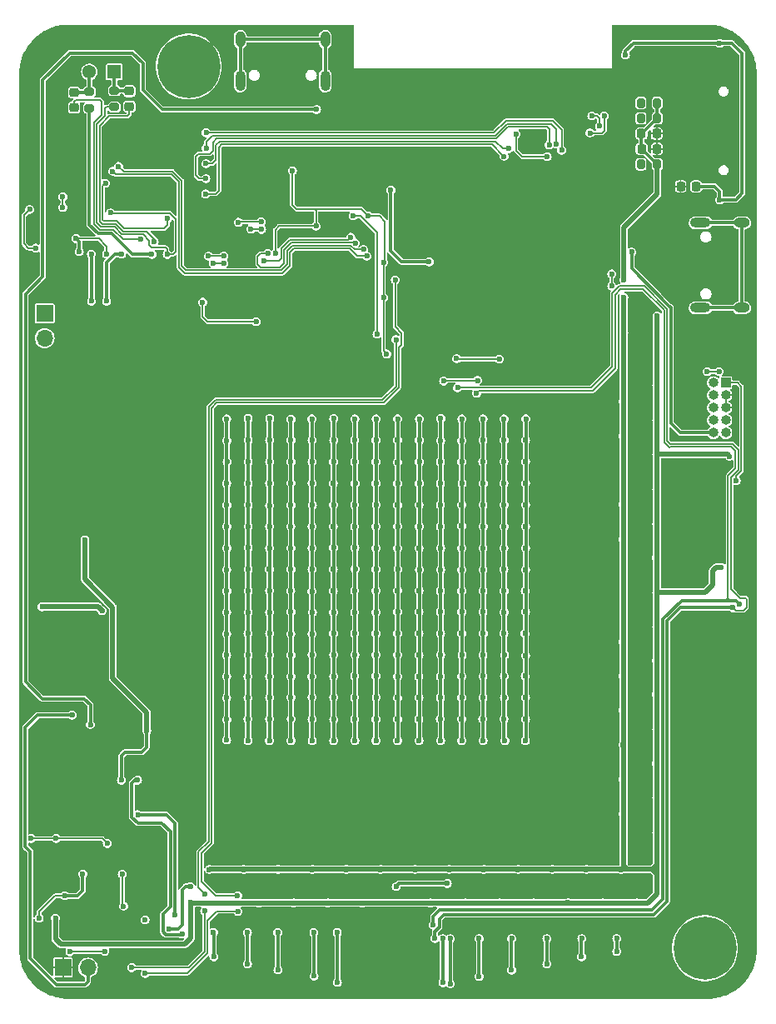
<source format=gbr>
%TF.GenerationSoftware,KiCad,Pcbnew,7.0.2*%
%TF.CreationDate,2023-07-17T10:45:44+03:00*%
%TF.ProjectId,DeskSandGlass,4465736b-5361-46e6-9447-6c6173732e6b,rev?*%
%TF.SameCoordinates,Original*%
%TF.FileFunction,Copper,L2,Bot*%
%TF.FilePolarity,Positive*%
%FSLAX46Y46*%
G04 Gerber Fmt 4.6, Leading zero omitted, Abs format (unit mm)*
G04 Created by KiCad (PCBNEW 7.0.2) date 2023-07-17 10:45:44*
%MOMM*%
%LPD*%
G01*
G04 APERTURE LIST*
G04 Aperture macros list*
%AMRoundRect*
0 Rectangle with rounded corners*
0 $1 Rounding radius*
0 $2 $3 $4 $5 $6 $7 $8 $9 X,Y pos of 4 corners*
0 Add a 4 corners polygon primitive as box body*
4,1,4,$2,$3,$4,$5,$6,$7,$8,$9,$2,$3,0*
0 Add four circle primitives for the rounded corners*
1,1,$1+$1,$2,$3*
1,1,$1+$1,$4,$5*
1,1,$1+$1,$6,$7*
1,1,$1+$1,$8,$9*
0 Add four rect primitives between the rounded corners*
20,1,$1+$1,$2,$3,$4,$5,0*
20,1,$1+$1,$4,$5,$6,$7,0*
20,1,$1+$1,$6,$7,$8,$9,0*
20,1,$1+$1,$8,$9,$2,$3,0*%
G04 Aperture macros list end*
%TA.AperFunction,ComponentPad*%
%ADD10R,1.700000X1.700000*%
%TD*%
%TA.AperFunction,ComponentPad*%
%ADD11O,1.700000X1.700000*%
%TD*%
%TA.AperFunction,ComponentPad*%
%ADD12C,0.800000*%
%TD*%
%TA.AperFunction,ComponentPad*%
%ADD13C,6.400000*%
%TD*%
%TA.AperFunction,ComponentPad*%
%ADD14R,1.378000X1.378000*%
%TD*%
%TA.AperFunction,ComponentPad*%
%ADD15C,1.378000*%
%TD*%
%TA.AperFunction,ComponentPad*%
%ADD16O,1.000000X2.100000*%
%TD*%
%TA.AperFunction,ComponentPad*%
%ADD17O,1.000000X1.600000*%
%TD*%
%TA.AperFunction,ComponentPad*%
%ADD18R,1.000000X1.000000*%
%TD*%
%TA.AperFunction,ComponentPad*%
%ADD19O,1.000000X1.000000*%
%TD*%
%TA.AperFunction,ComponentPad*%
%ADD20O,2.100000X1.000000*%
%TD*%
%TA.AperFunction,ComponentPad*%
%ADD21O,1.600000X1.000000*%
%TD*%
%TA.AperFunction,SMDPad,CuDef*%
%ADD22RoundRect,0.200000X0.200000X0.275000X-0.200000X0.275000X-0.200000X-0.275000X0.200000X-0.275000X0*%
%TD*%
%TA.AperFunction,SMDPad,CuDef*%
%ADD23RoundRect,0.200000X-0.200000X-0.275000X0.200000X-0.275000X0.200000X0.275000X-0.200000X0.275000X0*%
%TD*%
%TA.AperFunction,SMDPad,CuDef*%
%ADD24RoundRect,0.225000X-0.250000X0.225000X-0.250000X-0.225000X0.250000X-0.225000X0.250000X0.225000X0*%
%TD*%
%TA.AperFunction,SMDPad,CuDef*%
%ADD25RoundRect,0.225000X-0.225000X-0.250000X0.225000X-0.250000X0.225000X0.250000X-0.225000X0.250000X0*%
%TD*%
%TA.AperFunction,SMDPad,CuDef*%
%ADD26RoundRect,0.218750X0.218750X0.256250X-0.218750X0.256250X-0.218750X-0.256250X0.218750X-0.256250X0*%
%TD*%
%TA.AperFunction,SMDPad,CuDef*%
%ADD27RoundRect,0.200000X0.275000X-0.200000X0.275000X0.200000X-0.275000X0.200000X-0.275000X-0.200000X0*%
%TD*%
%TA.AperFunction,SMDPad,CuDef*%
%ADD28RoundRect,0.200000X-0.275000X0.200000X-0.275000X-0.200000X0.275000X-0.200000X0.275000X0.200000X0*%
%TD*%
%TA.AperFunction,ViaPad*%
%ADD29C,0.600000*%
%TD*%
%TA.AperFunction,Conductor*%
%ADD30C,0.150000*%
%TD*%
%TA.AperFunction,Conductor*%
%ADD31C,0.500000*%
%TD*%
%TA.AperFunction,Conductor*%
%ADD32C,0.300000*%
%TD*%
G04 APERTURE END LIST*
D10*
%TO.P,LS1,1,1*%
%TO.N,/Audio/RSPKOUT*%
X114360534Y-73670534D03*
D11*
%TO.P,LS1,2,2*%
%TO.N,/Audio/LSPKOUT*%
X114360534Y-76210534D03*
%TD*%
D12*
%TO.P,REF\u002A\u002A,1*%
%TO.N,N/C*%
X179100000Y-138200000D03*
X179802944Y-136502944D03*
X179802944Y-139897056D03*
X181500000Y-135800000D03*
D13*
X181500000Y-138200000D03*
D12*
X181500000Y-140600000D03*
X183197056Y-136502944D03*
X183197056Y-139897056D03*
X183900000Y-138200000D03*
%TD*%
D14*
%TO.P,MK1,1,-*%
%TO.N,Net-(MK1--)*%
X121435534Y-49155534D03*
D15*
%TO.P,MK1,2,+*%
%TO.N,Net-(MK1-+)*%
X118895534Y-49155534D03*
%TD*%
D16*
%TO.P,J1,S1,SHIELD*%
%TO.N,Net-(J1-SHIELD)*%
X142880534Y-50025534D03*
D17*
X142880534Y-45845534D03*
D16*
X134240534Y-50025534D03*
D17*
X134240534Y-45845534D03*
%TD*%
D10*
%TO.P,J4,1,Pin_1*%
%TO.N,GND*%
X116215534Y-140165534D03*
D11*
%TO.P,J4,2,Pin_2*%
%TO.N,+BATT*%
X118755534Y-140165534D03*
%TD*%
D18*
%TO.P,J3,1,Pin_1*%
%TO.N,+3V3*%
X183615534Y-80735534D03*
D19*
%TO.P,J3,2,Pin_2*%
%TO.N,/NRF5280 Module/SWDIO*%
X182345534Y-80735534D03*
%TO.P,J3,3,Pin_3*%
%TO.N,GND*%
X183615534Y-82005534D03*
%TO.P,J3,4,Pin_4*%
%TO.N,/NRF5280 Module/SWDCLK*%
X182345534Y-82005534D03*
%TO.P,J3,5,Pin_5*%
%TO.N,GND*%
X183615534Y-83275534D03*
%TO.P,J3,6,Pin_6*%
%TO.N,unconnected-(J3-Pin_6-Pad6)*%
X182345534Y-83275534D03*
%TO.P,J3,7,Pin_7*%
%TO.N,unconnected-(J3-Pin_7-Pad7)*%
X183615534Y-84545534D03*
%TO.P,J3,8,Pin_8*%
%TO.N,unconnected-(J3-Pin_8-Pad8)*%
X182345534Y-84545534D03*
%TO.P,J3,9,Pin_9*%
%TO.N,unconnected-(J3-Pin_9-Pad9)*%
X183615534Y-85815534D03*
%TO.P,J3,10,Pin_10*%
%TO.N,/NRF5280 Module/NRESET*%
X182345534Y-85815534D03*
%TD*%
D20*
%TO.P,J2,S1,SHIELD*%
%TO.N,Net-(J2-SHIELD)*%
X181055534Y-73125534D03*
D21*
X185235534Y-73125534D03*
D20*
X181055534Y-64485534D03*
D21*
X185235534Y-64485534D03*
%TD*%
D12*
%TO.P,REF\u002A\u002A,1*%
%TO.N,N/C*%
X126600000Y-48600000D03*
X127302944Y-46902944D03*
X127302944Y-50297056D03*
X129000000Y-46200000D03*
D13*
X129000000Y-48600000D03*
D12*
X129000000Y-51000000D03*
X130697056Y-46902944D03*
X130697056Y-50297056D03*
X131400000Y-48600000D03*
%TD*%
D22*
%TO.P,R85,1*%
%TO.N,+3V3*%
X176640534Y-53865534D03*
%TO.P,R85,2*%
%TO.N,P0.20*%
X174990534Y-53865534D03*
%TD*%
D23*
%TO.P,R86,1*%
%TO.N,P0.21*%
X175000534Y-58535534D03*
%TO.P,R86,2*%
%TO.N,+3V3*%
X176650534Y-58535534D03*
%TD*%
D22*
%TO.P,R84,1*%
%TO.N,+3V3*%
X176640534Y-52315534D03*
%TO.P,R84,2*%
%TO.N,P0.19*%
X174990534Y-52315534D03*
%TD*%
D24*
%TO.P,C28,1*%
%TO.N,Net-(MK1-+)*%
X117345534Y-51230534D03*
%TO.P,C28,2*%
%TO.N,/Audio/LMICP*%
X117345534Y-52780534D03*
%TD*%
%TO.P,C29,1*%
%TO.N,Net-(MK1--)*%
X122965534Y-51110534D03*
%TO.P,C29,2*%
%TO.N,/Audio/LMICN*%
X122965534Y-52660534D03*
%TD*%
D25*
%TO.P,C54,1*%
%TO.N,+3V3*%
X175050534Y-56975534D03*
%TO.P,C54,2*%
%TO.N,GND*%
X176600534Y-56975534D03*
%TD*%
D26*
%TO.P,L6,1,1*%
%TO.N,Net-(L6-Pad1)*%
X180603034Y-60795534D03*
%TO.P,L6,2,2*%
%TO.N,GND*%
X179028034Y-60795534D03*
%TD*%
D27*
%TO.P,R55,1*%
%TO.N,/Audio/MIC_BIAS*%
X118905534Y-52825534D03*
%TO.P,R55,2*%
%TO.N,Net-(MK1-+)*%
X118905534Y-51175534D03*
%TD*%
D28*
%TO.P,R56,1*%
%TO.N,Net-(MK1--)*%
X121435534Y-51065534D03*
%TO.P,R56,2*%
%TO.N,VSSA*%
X121435534Y-52715534D03*
%TD*%
D25*
%TO.P,C55,1*%
%TO.N,+3V3*%
X175040534Y-55405534D03*
%TO.P,C55,2*%
%TO.N,GND*%
X176590534Y-55405534D03*
%TD*%
D29*
%TO.N,GND*%
X172300000Y-44800000D03*
X172300000Y-45500000D03*
X172300000Y-46200000D03*
X172300000Y-48500000D03*
X172200000Y-49200000D03*
X171500000Y-49200000D03*
X170800000Y-49200000D03*
X170100000Y-49200000D03*
X169400000Y-49200000D03*
X168700000Y-49200000D03*
X168000000Y-49200000D03*
X167300000Y-49200000D03*
X163000000Y-49100000D03*
X162300000Y-49100000D03*
X161500000Y-49100000D03*
X160800000Y-49100000D03*
X160100000Y-49100000D03*
X159400000Y-49100000D03*
X145400000Y-44800000D03*
X145400000Y-45500000D03*
X145400000Y-46200000D03*
X145400000Y-46900000D03*
X145400000Y-47700000D03*
X145400000Y-48400000D03*
X145400000Y-49100000D03*
X146100000Y-49100000D03*
X146800000Y-49100000D03*
X147500000Y-49100000D03*
X148200000Y-49100000D03*
X148900000Y-49100000D03*
X149600000Y-49100000D03*
X150300000Y-49100000D03*
X151000000Y-49100000D03*
X151700000Y-49100000D03*
X152400000Y-49100000D03*
X165000000Y-114900000D03*
X153800000Y-51200000D03*
X154100000Y-60700000D03*
X156700000Y-49800000D03*
X140400000Y-70060000D03*
X123900000Y-115625000D03*
X165000000Y-112750000D03*
X153400000Y-60000000D03*
X143400000Y-69060000D03*
X143400000Y-72060000D03*
X165025000Y-88750000D03*
X142400000Y-70060000D03*
X120575000Y-57875000D03*
X153100000Y-49800000D03*
X153100000Y-51200000D03*
X142400000Y-73060000D03*
X140500000Y-76000000D03*
X165300000Y-60000000D03*
X142675000Y-117675000D03*
X151325000Y-117675000D03*
X153800000Y-49800000D03*
X140400000Y-73060000D03*
X116600000Y-132100000D03*
X144400000Y-73060000D03*
X162200000Y-117650000D03*
X160025000Y-117700000D03*
X162300000Y-61000000D03*
X124000000Y-61300000D03*
X156000000Y-49100000D03*
X165025000Y-104050000D03*
X165050000Y-93175000D03*
X121225000Y-60100000D03*
X141400000Y-72060000D03*
X154900000Y-59100000D03*
X156550000Y-79950000D03*
X143400000Y-71060000D03*
X152700000Y-60000000D03*
X133950000Y-117725000D03*
X165000000Y-110575000D03*
X164925000Y-95325000D03*
X127000000Y-66000000D03*
X140400000Y-72060000D03*
X140400000Y-69060000D03*
X155700000Y-117675000D03*
X120000000Y-133100000D03*
X161375000Y-64675000D03*
X164500000Y-60800000D03*
X144400000Y-69060000D03*
X181200000Y-98300000D03*
X153100000Y-50500000D03*
X141400000Y-69060000D03*
X153800000Y-49100000D03*
X164975000Y-117650000D03*
X119100000Y-133100000D03*
X143400000Y-70060000D03*
X153100000Y-49100000D03*
X165300000Y-60800000D03*
X144400000Y-70060000D03*
X136150000Y-117725000D03*
X120500000Y-136275000D03*
X157575000Y-74850000D03*
X118400000Y-65500000D03*
X156000000Y-51200000D03*
X153400000Y-61400000D03*
X158000000Y-131200000D03*
X152700000Y-60700000D03*
X165200000Y-49200000D03*
X166600000Y-49200000D03*
X140500000Y-117700000D03*
X144400000Y-72060000D03*
X142400000Y-72060000D03*
X141400000Y-71060000D03*
X165025000Y-108400000D03*
X117400000Y-61400000D03*
X153800000Y-50500000D03*
X165125000Y-84425000D03*
X141400000Y-73060000D03*
X165025000Y-97500000D03*
X153500000Y-117675000D03*
X147000000Y-117650000D03*
X132175000Y-118100000D03*
X181200000Y-89800000D03*
X149150000Y-117650000D03*
X165000000Y-86625000D03*
X144400000Y-71060000D03*
X141400000Y-70060000D03*
X142400000Y-71060000D03*
X157850000Y-117625000D03*
X120975000Y-134325000D03*
X153400000Y-60700000D03*
X142400000Y-69060000D03*
X156700000Y-50500000D03*
X140400000Y-71060000D03*
X119100000Y-132200000D03*
X156000000Y-49800000D03*
X174300000Y-83300000D03*
X165025000Y-90975000D03*
X138325000Y-117700000D03*
X156700000Y-49100000D03*
X165900000Y-49200000D03*
X144825000Y-117650000D03*
X156700000Y-51200000D03*
X177975000Y-56975000D03*
X165025000Y-101875000D03*
X156000000Y-50500000D03*
X165025000Y-106225000D03*
X154100000Y-60000000D03*
X143400000Y-73060000D03*
X120000000Y-132200000D03*
X157850000Y-76300000D03*
X165025000Y-99675000D03*
%TO.N,+1V1*%
X148150000Y-75800000D03*
X145715534Y-63775534D03*
%TO.N,+3V3*%
X160625000Y-133600000D03*
X148805534Y-68485534D03*
X143125000Y-133600000D03*
X164075000Y-133600000D03*
X131095534Y-130200534D03*
X155500000Y-130200000D03*
X169450000Y-130200000D03*
X176575000Y-108950000D03*
X172975000Y-130200000D03*
X176600000Y-91550000D03*
X184674500Y-90683378D03*
X173250000Y-70275000D03*
X157100000Y-133600000D03*
X130425000Y-72550000D03*
X176600000Y-81000000D03*
X173225000Y-89625000D03*
X153600000Y-133600000D03*
X176575000Y-119425000D03*
X152025000Y-130200000D03*
X145025000Y-130200000D03*
X148810534Y-72085534D03*
X136150000Y-133625000D03*
X173200000Y-86150000D03*
X176600000Y-84525000D03*
X135849500Y-74525000D03*
X167575000Y-133575000D03*
X139650000Y-133600000D03*
X115443034Y-135145534D03*
X173200000Y-93100000D03*
X139545534Y-59190534D03*
X147275534Y-63780534D03*
X173175000Y-117525000D03*
X173225000Y-79150000D03*
X183175000Y-99500000D03*
X134600000Y-130200000D03*
X176600000Y-105525000D03*
X171075000Y-133600000D03*
X173200000Y-107050000D03*
X141950000Y-64825000D03*
X149135534Y-77810534D03*
X176628034Y-73965534D03*
X184000000Y-88200000D03*
X173200000Y-121025000D03*
X173200000Y-114000000D03*
X176575000Y-98500000D03*
X173200000Y-96625000D03*
X146625000Y-133625000D03*
X176600000Y-95025000D03*
X175040534Y-55405534D03*
X173200000Y-124525000D03*
X118450000Y-96725000D03*
X173225000Y-103550000D03*
X137799503Y-67600000D03*
X173240534Y-72045534D03*
X176600000Y-88025000D03*
X129195534Y-133570534D03*
X124725000Y-116075000D03*
X176600000Y-126450000D03*
X173250000Y-75650000D03*
X176600000Y-115950000D03*
X138075000Y-130175000D03*
X141575000Y-130200000D03*
X176600000Y-102050000D03*
X174575000Y-133600000D03*
X159025000Y-130200000D03*
X173200000Y-82625000D03*
X173200000Y-110525000D03*
X162500000Y-130200000D03*
X165975000Y-130200000D03*
X176625000Y-77500000D03*
X173225000Y-100125000D03*
X176600000Y-122900000D03*
X176575000Y-112400000D03*
X148525000Y-130200000D03*
X132675000Y-133600000D03*
X122150534Y-121120534D03*
%TO.N,/Audio/AUDIO_D3V3*%
X120525000Y-60450000D03*
X126860534Y-64050534D03*
%TO.N,VSSA*%
X117524500Y-66075000D03*
X126810534Y-67700534D03*
X120650534Y-67650534D03*
X117875000Y-67425000D03*
X121065534Y-63470534D03*
%TO.N,/Audio/AUDIO_3V3*%
X120650534Y-72445534D03*
X122175534Y-67675534D03*
%TO.N,/Audio/SCL*%
X116200000Y-62900034D03*
X116200000Y-61851034D03*
%TO.N,/Audio/SPK_3V3*%
X119100534Y-67650534D03*
X119120534Y-72445534D03*
%TO.N,/Audio/LMICP*%
X124125000Y-66175000D03*
%TO.N,/Audio/LMICN*%
X125499500Y-66416622D03*
%TO.N,/Audio/MIC_BIAS*%
X125260534Y-67700534D03*
%TO.N,VBUS*%
X149550000Y-61150000D03*
X120723034Y-127545534D03*
X153445534Y-68450534D03*
X172025000Y-69675500D03*
X119013034Y-115465534D03*
X142000000Y-52975000D03*
X112975000Y-127050000D03*
X115515000Y-127050000D03*
X172025000Y-70925000D03*
%TO.N,/L6924DV/VREF*%
X116925000Y-138550000D03*
X120475000Y-138525000D03*
%TO.N,+BATT*%
X117138034Y-114515534D03*
%TO.N,/TPS54331/VIN*%
X114100000Y-103500000D03*
X120200000Y-103900000D03*
%TO.N,/LED's/C2*%
X132850000Y-106250000D03*
X132875000Y-86600000D03*
X132875000Y-95350000D03*
X132900000Y-88775000D03*
X132850000Y-112750000D03*
X132850000Y-99725000D03*
X132875000Y-114950000D03*
X132863687Y-117036313D03*
X132875000Y-97525000D03*
X132875000Y-101900000D03*
X132850000Y-110575000D03*
X132850000Y-104050000D03*
X132863687Y-84407381D03*
X132850000Y-90950000D03*
X132875000Y-93175000D03*
X132850000Y-108400000D03*
%TO.N,/LED's/C3*%
X135050000Y-95325000D03*
X135050000Y-108400000D03*
X135050000Y-90950000D03*
X135025000Y-114900000D03*
X135050000Y-93150000D03*
X135025000Y-110575000D03*
X135050000Y-97500000D03*
X135025000Y-106225000D03*
X135038687Y-117082381D03*
X135025000Y-112750000D03*
X135050000Y-104050000D03*
X135050000Y-88750000D03*
X135050000Y-101875000D03*
X135050000Y-86550000D03*
X135050000Y-99700000D03*
X135040000Y-84360000D03*
%TO.N,/LED's/C4*%
X137225000Y-106225000D03*
X137225000Y-104050000D03*
X137225000Y-110575000D03*
X137225000Y-101850000D03*
X137225000Y-97525000D03*
X137225000Y-95325000D03*
X137200000Y-99700000D03*
X137240000Y-84380000D03*
X137225000Y-88775000D03*
X137225000Y-93200000D03*
X137225000Y-86550000D03*
X137225000Y-108400000D03*
X137225000Y-112725000D03*
X137225000Y-114900000D03*
X137225000Y-90950000D03*
X137213687Y-117082381D03*
%TO.N,/LED's/C5*%
X139400000Y-110575000D03*
X139425000Y-114900000D03*
X139375000Y-106250000D03*
X139388687Y-117082381D03*
X139400000Y-84430000D03*
X139400000Y-86575000D03*
X139400000Y-93175000D03*
X139400000Y-90925000D03*
X139400000Y-97525000D03*
X139375000Y-101875000D03*
X139400000Y-108400000D03*
X139400000Y-99700000D03*
X139375000Y-95325000D03*
X139400000Y-104025000D03*
X139400000Y-112700000D03*
X139400000Y-88775000D03*
%TO.N,/LED's/C6*%
X141550000Y-99700000D03*
X141550000Y-114925000D03*
X141550000Y-86550000D03*
X141550000Y-88775000D03*
X141575000Y-104050000D03*
X141525000Y-101925000D03*
X141550000Y-90950000D03*
X141530000Y-84410000D03*
X141550000Y-95350000D03*
X141550000Y-106250000D03*
X141563687Y-117082381D03*
X141575000Y-93175000D03*
X141525000Y-110575000D03*
X141550000Y-112700000D03*
X141550000Y-97525000D03*
X141550000Y-108375000D03*
%TO.N,/LED's/C7*%
X143725000Y-104050000D03*
X143700000Y-90950000D03*
X143750000Y-114950000D03*
X143750000Y-110575000D03*
X143700000Y-99700000D03*
X143700000Y-101875000D03*
X143750000Y-86575000D03*
X143725000Y-97475000D03*
X143750000Y-112700000D03*
X143725000Y-88775000D03*
X143750000Y-84380000D03*
X143725000Y-93150000D03*
X143700000Y-95325000D03*
X143725000Y-106225000D03*
X143750000Y-108375000D03*
X143738687Y-117082381D03*
%TO.N,/LED's/C8*%
X145925000Y-90950000D03*
X145875000Y-110525000D03*
X145875000Y-93150000D03*
X145875000Y-95325000D03*
X145875000Y-106200000D03*
X145875000Y-88775000D03*
X145925000Y-99650000D03*
X145875000Y-114925000D03*
X145900000Y-97500000D03*
X145875000Y-101850000D03*
X145900000Y-108375000D03*
X145875000Y-112700000D03*
X145875000Y-86575000D03*
X145900000Y-84400000D03*
X145875000Y-104050000D03*
X145888687Y-117082381D03*
%TO.N,/LED's/C9*%
X148038687Y-117082381D03*
X148075000Y-93150000D03*
X148050000Y-88775000D03*
X148050000Y-106225000D03*
X148075000Y-112700000D03*
X148050000Y-114925000D03*
X148050000Y-97525000D03*
X148050000Y-99700000D03*
X148050000Y-95325000D03*
X148050000Y-108375000D03*
X148050000Y-101850000D03*
X148050000Y-90950000D03*
X148070000Y-84400000D03*
X148050000Y-104050000D03*
X148050000Y-110525000D03*
X148050000Y-86575000D03*
%TO.N,/LED's/C10*%
X150225000Y-88800000D03*
X150225000Y-93175000D03*
X150250000Y-90950000D03*
X150225000Y-112750000D03*
X150250000Y-97550000D03*
X150238687Y-117082381D03*
X150225000Y-86550000D03*
X150225000Y-101850000D03*
X150275000Y-99675000D03*
X150250000Y-106225000D03*
X150250000Y-110575000D03*
X150250000Y-84400000D03*
X150250000Y-95325000D03*
X150225000Y-114925000D03*
X150250000Y-108375000D03*
X150250000Y-104025000D03*
%TO.N,/LED's/C11*%
X152425000Y-104025000D03*
X152425000Y-97550000D03*
X152450000Y-88775000D03*
X152425000Y-108400000D03*
X152425000Y-106225000D03*
X152400000Y-114950000D03*
X152425000Y-101850000D03*
X152413687Y-117082381D03*
X152450000Y-86575000D03*
X152450000Y-95325000D03*
X152425000Y-93150000D03*
X152475000Y-99725000D03*
X152450000Y-90950000D03*
X152425000Y-112725000D03*
X152400000Y-110575000D03*
X152460000Y-84410000D03*
%TO.N,/LED's/C12*%
X154600000Y-101875000D03*
X154625000Y-108375000D03*
X154600000Y-88775000D03*
X154600000Y-104025000D03*
X154625000Y-86600000D03*
X154600000Y-90950000D03*
X154600000Y-93125000D03*
X154600000Y-112725000D03*
X154600000Y-95325000D03*
X154625000Y-99725000D03*
X154630000Y-84380000D03*
X154600000Y-110575000D03*
X154613687Y-117082381D03*
X154625000Y-97525000D03*
X154625000Y-106225000D03*
X154575000Y-114900000D03*
%TO.N,/LED's/C13*%
X156790000Y-84410000D03*
X156775000Y-110550000D03*
X156763687Y-117082381D03*
X156750000Y-106225000D03*
X156775000Y-112725000D03*
X156750000Y-93125000D03*
X156775000Y-88775000D03*
X156775000Y-97550000D03*
X156750000Y-95300000D03*
X156775000Y-101875000D03*
X156775000Y-86600000D03*
X156800000Y-90950000D03*
X156800000Y-108400000D03*
X156775000Y-104025000D03*
X156750000Y-114900000D03*
X156775000Y-99725000D03*
%TO.N,/LED's/C14*%
X158950000Y-95325000D03*
X158925000Y-101875000D03*
X158925000Y-93150000D03*
X158938687Y-117082381D03*
X158900000Y-114900000D03*
X158925000Y-99725000D03*
X158925000Y-112725000D03*
X158925000Y-104000000D03*
X158950000Y-106200000D03*
X158925000Y-110550000D03*
X158950000Y-90975000D03*
X158925000Y-108400000D03*
X158925000Y-97525000D03*
X158930000Y-84400000D03*
X158900000Y-88750000D03*
X158925000Y-86575000D03*
%TO.N,/LED's/C15*%
X161075000Y-95350000D03*
X161050000Y-106200000D03*
X161075000Y-86575000D03*
X161075000Y-93150000D03*
X161100000Y-110550000D03*
X161150000Y-117090000D03*
X161075000Y-101875000D03*
X161050000Y-97525000D03*
X161100000Y-112750000D03*
X161050000Y-88725000D03*
X161050000Y-90950000D03*
X161050000Y-99700000D03*
X161063687Y-84407381D03*
X161050000Y-114900000D03*
X161125000Y-108400000D03*
X161075000Y-104050000D03*
%TO.N,/LED's/C16*%
X163250000Y-88750000D03*
X163225000Y-101875000D03*
X163250000Y-97525000D03*
X163238687Y-117082381D03*
X163250000Y-99725000D03*
X163200000Y-106225000D03*
X163250000Y-112725000D03*
X163250000Y-93125000D03*
X163250000Y-114925000D03*
X163225000Y-110550000D03*
X163250000Y-86575000D03*
X163280000Y-84400000D03*
X163250000Y-108450000D03*
X163250000Y-90950000D03*
X163250000Y-95325000D03*
X163250000Y-104025000D03*
%TO.N,/NRF5280 Module/SWDCLK*%
X182950000Y-79600000D03*
X181725000Y-79600000D03*
%TO.N,/NRF5280 Module/NRESET*%
X165450000Y-57771034D03*
X174050000Y-67450000D03*
X162282653Y-55458367D03*
%TO.N,Net-(L6-Pad1)*%
X173405534Y-47435534D03*
X183005534Y-46235534D03*
X183005534Y-62135534D03*
%TO.N,/LED's/C1_A*%
X128323911Y-136751089D03*
X123800534Y-121120534D03*
%TO.N,/LED's/C2_A*%
X123830534Y-124630534D03*
X127600000Y-134800000D03*
%TO.N,/LED's/C3_A*%
X127000500Y-136225000D03*
X129195534Y-131920534D03*
%TO.N,/LED's/C4_A*%
X131550000Y-139070033D03*
X131525000Y-136575000D03*
%TO.N,/LED's/C5_A*%
X134975000Y-139775000D03*
X134975000Y-136600000D03*
%TO.N,/LED's/C6_A*%
X138075000Y-140400000D03*
X138050000Y-136600000D03*
%TO.N,/LED's/C7_A*%
X141725000Y-136600000D03*
X141750000Y-141025000D03*
%TO.N,/LED's/C8_A*%
X144100000Y-136600500D03*
X144125000Y-141675000D03*
%TO.N,/LED's/C9_A*%
X155300000Y-131625000D03*
X155600000Y-137221035D03*
X155600000Y-141800000D03*
X150095534Y-131935534D03*
%TO.N,/LED's/C10_A*%
X154850000Y-137221035D03*
X154850000Y-141700000D03*
%TO.N,/LED's/C11_A*%
X158525000Y-137221035D03*
X158525000Y-141050000D03*
%TO.N,/LED's/C12_A*%
X161825000Y-140425000D03*
X161850000Y-137221035D03*
%TO.N,/LED's/C13_A*%
X165425000Y-137221035D03*
X165425000Y-139775000D03*
%TO.N,/LED's/C14_A*%
X168950000Y-139075000D03*
X168975000Y-137221035D03*
%TO.N,/LED's/C15_A*%
X172525000Y-137221035D03*
X172525000Y-138500000D03*
%TO.N,/L6924DV/SD*%
X116400000Y-132870235D03*
X113793034Y-135145534D03*
X118225000Y-130650000D03*
%TO.N,GPIO0*%
X145936676Y-66539932D03*
X137050000Y-67600000D03*
%TO.N,GPIO1*%
X136671840Y-68354544D03*
X145475000Y-65949500D03*
%TO.N,P0.06*%
X121875000Y-58750000D03*
X146775000Y-67200000D03*
%TO.N,P0.08*%
X113445534Y-67060534D03*
X121275000Y-59249500D03*
X147125000Y-67875000D03*
X112824500Y-63131503D03*
%TO.N,P0.13*%
X166925000Y-57100000D03*
X130775000Y-55325000D03*
%TO.N,P0.14*%
X161075000Y-57725000D03*
X130725000Y-61550000D03*
%TO.N,P0.15*%
X165650000Y-56550000D03*
X130750000Y-60000000D03*
%TO.N,P0.16*%
X130750000Y-58475000D03*
X161550000Y-56945534D03*
%TO.N,P0.17*%
X166400500Y-56484730D03*
X130775000Y-56900000D03*
%TO.N,ADC0*%
X123200534Y-140160534D03*
X130650000Y-132700000D03*
X130625000Y-134425000D03*
X150075000Y-76350000D03*
%TO.N,ADC2*%
X134000000Y-134450000D03*
X150004122Y-70275500D03*
X124575000Y-140775000D03*
X133975000Y-132850000D03*
X124563034Y-135315534D03*
%TO.N,/L6924DV/IPRE*%
X122380000Y-133919235D03*
X122248034Y-130670534D03*
%TO.N,P0.19*%
X169800000Y-55350000D03*
X171250000Y-53621034D03*
X174990534Y-52315534D03*
%TO.N,P0.20*%
X174990534Y-53865534D03*
%TO.N,P0.21*%
X174950000Y-58525000D03*
%TO.N,GPIO2*%
X158275000Y-81775000D03*
X185000000Y-103200000D03*
X153875000Y-135850000D03*
%TO.N,GPIO3*%
X156350000Y-81250000D03*
X184340033Y-103600000D03*
X154050000Y-137200000D03*
%TO.N,GPIO4*%
X156250000Y-78291034D03*
X160600000Y-78325000D03*
%TO.N,GPIO5*%
X158380034Y-80500000D03*
X154925500Y-80550000D03*
%TO.N,/RP2040/QSPI_SD3*%
X134066034Y-64425000D03*
X136385034Y-64397673D03*
%TO.N,/RP2040/QSPI_SCLK*%
X136413395Y-65146639D03*
X135336034Y-65125000D03*
%TO.N,/RP2040/QSPI_SD2*%
X132575034Y-67850497D03*
X131001534Y-67875000D03*
%TO.N,/RP2040/QSPI_SD1*%
X131526034Y-68600000D03*
X132575034Y-68600000D03*
%TO.N,P0.22*%
X170775000Y-54670034D03*
X170000000Y-53621034D03*
%TD*%
D30*
%TO.N,+1V1*%
X146475534Y-63775534D02*
X148150000Y-65450000D01*
X145715534Y-63775534D02*
X146475534Y-63775534D01*
X148150000Y-65450000D02*
X148150000Y-75800000D01*
D31*
%TO.N,+3V3*%
X131121068Y-130175000D02*
X131095534Y-130200534D01*
X141575000Y-130200000D02*
X141550000Y-130175000D01*
X173240534Y-107009466D02*
X173240534Y-103565534D01*
X173200000Y-110525000D02*
X173240534Y-110484466D01*
D32*
X175040534Y-55405534D02*
X175040534Y-56965534D01*
D31*
X165950000Y-130175000D02*
X162525000Y-130175000D01*
X182625000Y-99500000D02*
X183175000Y-99500000D01*
D30*
X184674500Y-90224764D02*
X185200000Y-89699264D01*
D31*
X173225000Y-89625000D02*
X173240534Y-89609466D01*
X146600000Y-133600000D02*
X143125000Y-133600000D01*
X174575000Y-133600000D02*
X175700000Y-133600000D01*
X176600000Y-102050000D02*
X176600000Y-98525000D01*
X173240534Y-103534466D02*
X173240534Y-100140534D01*
X128600000Y-137800000D02*
X116000000Y-137800000D01*
X176600000Y-119450000D02*
X176575000Y-119425000D01*
X173250000Y-64975000D02*
X176650534Y-61574466D01*
X173240534Y-107090534D02*
X173200000Y-107050000D01*
X141600000Y-130175000D02*
X141575000Y-130200000D01*
X173240534Y-82584466D02*
X173240534Y-79165534D01*
X176125000Y-130175000D02*
X176600000Y-130650000D01*
X136175000Y-133600000D02*
X136150000Y-133625000D01*
X155525000Y-130175000D02*
X155500000Y-130200000D01*
X182300000Y-101275000D02*
X182300000Y-99825000D01*
D30*
X146595000Y-63100000D02*
X147275534Y-63780534D01*
D31*
X181525000Y-102050000D02*
X182300000Y-101275000D01*
X148525000Y-130200000D02*
X148500000Y-130175000D01*
X173240534Y-113959466D02*
X173240534Y-110565534D01*
X169450000Y-130200000D02*
X169425000Y-130175000D01*
X182300000Y-99825000D02*
X182625000Y-99500000D01*
X136150000Y-133625000D02*
X136125000Y-133600000D01*
D30*
X141950000Y-64825000D02*
X141950000Y-63250000D01*
D31*
X145025000Y-130200000D02*
X145000000Y-130175000D01*
X159050000Y-130175000D02*
X159025000Y-130200000D01*
X129195534Y-137204466D02*
X128600000Y-137800000D01*
X173200000Y-114000000D02*
X173240534Y-113959466D01*
D30*
X138175000Y-64825000D02*
X141950000Y-64825000D01*
X184810534Y-80735534D02*
X183615534Y-80735534D01*
D31*
X173200000Y-107050000D02*
X173240534Y-107009466D01*
X176600000Y-130650000D02*
X176600000Y-130775000D01*
X176600000Y-88025000D02*
X176600000Y-84525000D01*
X183825000Y-88025000D02*
X184000000Y-88200000D01*
X167550000Y-133600000D02*
X164075000Y-133600000D01*
X167600000Y-133600000D02*
X167575000Y-133575000D01*
X173240534Y-79134466D02*
X173240534Y-75659466D01*
X118450000Y-100700000D02*
X121275000Y-103525000D01*
X173000000Y-130175000D02*
X172975000Y-130200000D01*
X159025000Y-130200000D02*
X159000000Y-130175000D01*
D30*
X148805534Y-68485534D02*
X148810534Y-68490534D01*
X137799503Y-67600000D02*
X137799503Y-65200497D01*
D31*
X129195534Y-133570534D02*
X129195534Y-137204466D01*
X162475000Y-130175000D02*
X159050000Y-130175000D01*
X176600000Y-84525000D02*
X176600000Y-81000000D01*
X173240534Y-100140534D02*
X173225000Y-100125000D01*
X176575000Y-108950000D02*
X176600000Y-108925000D01*
X176600000Y-130175000D02*
X176600000Y-129575000D01*
X160625000Y-133600000D02*
X157100000Y-133600000D01*
X176600000Y-95025000D02*
X176600000Y-91550000D01*
X172975000Y-130200000D02*
X173240534Y-129934466D01*
X173240534Y-100109466D02*
X173240534Y-96665534D01*
X176600000Y-98525000D02*
X176575000Y-98500000D01*
D32*
X175040534Y-56965534D02*
X175050534Y-56975534D01*
D31*
X176600000Y-77525000D02*
X176625000Y-77500000D01*
X176600000Y-112375000D02*
X176600000Y-108975000D01*
X176600000Y-126450000D02*
X176600000Y-122900000D01*
D30*
X142100000Y-63100000D02*
X142850000Y-63100000D01*
D31*
X171075000Y-133600000D02*
X167600000Y-133600000D01*
X173240534Y-89609466D02*
X173240534Y-86190534D01*
X172950000Y-130175000D02*
X169475000Y-130175000D01*
X132675000Y-133600000D02*
X129225000Y-133600000D01*
D30*
X141800000Y-63100000D02*
X139975000Y-63100000D01*
D31*
X176575000Y-119425000D02*
X176600000Y-119400000D01*
X115443034Y-137243034D02*
X115443034Y-135145534D01*
X173225000Y-100125000D02*
X173240534Y-100109466D01*
X173250000Y-75650000D02*
X173240534Y-75640534D01*
X173240534Y-75640534D02*
X173240534Y-72045534D01*
D30*
X142850000Y-63100000D02*
X146595000Y-63100000D01*
D31*
X121275000Y-103525000D02*
X121275000Y-110775000D01*
X176600000Y-102050000D02*
X181525000Y-102050000D01*
X167575000Y-133575000D02*
X167550000Y-133600000D01*
X157100000Y-133600000D02*
X153600000Y-133600000D01*
X176600000Y-91550000D02*
X176600000Y-88025000D01*
X176125000Y-130175000D02*
X173525000Y-130175000D01*
X176600000Y-112425000D02*
X176575000Y-112400000D01*
X124725000Y-114225000D02*
X124725000Y-116075000D01*
X134625000Y-130175000D02*
X134600000Y-130200000D01*
X141550000Y-130175000D02*
X138075000Y-130175000D01*
X121275000Y-110775000D02*
X124725000Y-114225000D01*
X176125000Y-130175000D02*
X176600000Y-129700000D01*
D32*
X122525000Y-118275000D02*
X124225000Y-118275000D01*
D31*
X139650000Y-133600000D02*
X136175000Y-133600000D01*
X169425000Y-130175000D02*
X166000000Y-130175000D01*
D30*
X148925000Y-68366068D02*
X148805534Y-68485534D01*
D31*
X173240534Y-86109466D02*
X173240534Y-82665534D01*
X148550000Y-130175000D02*
X148525000Y-130200000D01*
D30*
X141950000Y-63250000D02*
X141800000Y-63100000D01*
D31*
X129225000Y-133600000D02*
X129195534Y-133570534D01*
X173525000Y-130175000D02*
X173000000Y-130175000D01*
X159000000Y-130175000D02*
X155525000Y-130175000D01*
D30*
X137799503Y-65200497D02*
X138175000Y-64825000D01*
D32*
X122150534Y-118649466D02*
X122525000Y-118275000D01*
D31*
X148500000Y-130175000D02*
X145050000Y-130175000D01*
X173240534Y-129934466D02*
X173284466Y-129934466D01*
X173225000Y-103550000D02*
X173240534Y-103534466D01*
D30*
X185200000Y-89699264D02*
X185200000Y-81125000D01*
D31*
X176600000Y-81000000D02*
X176600000Y-77525000D01*
X176650534Y-61574466D02*
X176650534Y-58535534D01*
X155500000Y-130200000D02*
X155475000Y-130175000D01*
X176600000Y-77475000D02*
X176600000Y-73993568D01*
X176600000Y-105525000D02*
X176600000Y-102050000D01*
D30*
X130925000Y-74525000D02*
X130425000Y-74025000D01*
D31*
X169475000Y-130175000D02*
X169450000Y-130200000D01*
X173200000Y-96625000D02*
X173240534Y-96584466D01*
X146625000Y-133625000D02*
X146600000Y-133600000D01*
X143125000Y-133600000D02*
X139650000Y-133600000D01*
X176600000Y-73993568D02*
X176628034Y-73965534D01*
X136125000Y-133600000D02*
X132675000Y-133600000D01*
D32*
X175040534Y-55405534D02*
X175100534Y-55405534D01*
D31*
X176600000Y-108975000D02*
X176575000Y-108950000D01*
X173240534Y-129934466D02*
X173240534Y-124565534D01*
X173200000Y-82625000D02*
X173240534Y-82584466D01*
X152050000Y-130175000D02*
X152025000Y-130200000D01*
X173240534Y-114040534D02*
X173200000Y-114000000D01*
X173284466Y-129934466D02*
X173525000Y-130175000D01*
D32*
X122150534Y-121120534D02*
X122150534Y-118649466D01*
D31*
X173240534Y-117590534D02*
X173175000Y-117525000D01*
X173240534Y-124565534D02*
X173200000Y-124525000D01*
X164075000Y-133600000D02*
X160625000Y-133600000D01*
X173240534Y-93140534D02*
X173200000Y-93100000D01*
X155475000Y-130175000D02*
X152050000Y-130175000D01*
D32*
X124225000Y-118275000D02*
X124725000Y-117775000D01*
D31*
X165975000Y-130200000D02*
X165950000Y-130175000D01*
X173250000Y-70275000D02*
X173250000Y-64975000D01*
X173240534Y-110565534D02*
X173200000Y-110525000D01*
X145050000Y-130175000D02*
X145025000Y-130200000D01*
X152025000Y-130200000D02*
X152000000Y-130175000D01*
D30*
X148810534Y-77485534D02*
X149135534Y-77810534D01*
D31*
X138075000Y-130175000D02*
X134625000Y-130175000D01*
X116000000Y-137800000D02*
X115443034Y-137243034D01*
D30*
X148380534Y-63780534D02*
X148925000Y-64325000D01*
D31*
X162500000Y-130200000D02*
X162475000Y-130175000D01*
X173240534Y-117459466D02*
X173240534Y-114040534D01*
X173240534Y-121065534D02*
X173200000Y-121025000D01*
X172975000Y-130200000D02*
X172950000Y-130175000D01*
X118450000Y-96725000D02*
X118450000Y-100700000D01*
X166000000Y-130175000D02*
X165975000Y-130200000D01*
X173240534Y-89640534D02*
X173225000Y-89625000D01*
X176600000Y-88025000D02*
X183825000Y-88025000D01*
X134575000Y-130175000D02*
X131121068Y-130175000D01*
D30*
X148810534Y-68490534D02*
X148810534Y-72085534D01*
D31*
X176600000Y-115950000D02*
X176600000Y-112425000D01*
X173200000Y-93100000D02*
X173240534Y-93059466D01*
D30*
X184674500Y-90683378D02*
X184674500Y-90224764D01*
D31*
X173240534Y-93059466D02*
X173240534Y-89640534D01*
D32*
X176610534Y-58535534D02*
X175050534Y-56975534D01*
D31*
X174575000Y-133600000D02*
X171075000Y-133600000D01*
X173240534Y-103565534D02*
X173225000Y-103550000D01*
X173175000Y-117525000D02*
X173240534Y-117459466D01*
X134600000Y-130200000D02*
X134575000Y-130175000D01*
X173240534Y-120984466D02*
X173240534Y-117590534D01*
D30*
X147275534Y-63780534D02*
X148380534Y-63780534D01*
D31*
X176600000Y-122900000D02*
X176600000Y-119450000D01*
X173240534Y-75659466D02*
X173250000Y-75650000D01*
X176600000Y-129700000D02*
X176600000Y-129575000D01*
X146650000Y-133600000D02*
X146625000Y-133625000D01*
X173240534Y-110484466D02*
X173240534Y-107090534D01*
X173200000Y-124525000D02*
X173240534Y-124484466D01*
X173200000Y-86150000D02*
X173240534Y-86109466D01*
X145000000Y-130175000D02*
X141600000Y-130175000D01*
X176600000Y-130175000D02*
X176125000Y-130175000D01*
D30*
X142850000Y-63100000D02*
X141800000Y-63100000D01*
X141950000Y-63250000D02*
X142100000Y-63100000D01*
D31*
X176600000Y-130775000D02*
X176600000Y-130175000D01*
X173240534Y-86190534D02*
X173200000Y-86150000D01*
X176600000Y-132700000D02*
X176600000Y-130775000D01*
X176575000Y-98500000D02*
X176600000Y-98475000D01*
D30*
X185200000Y-81125000D02*
X184810534Y-80735534D01*
X139545534Y-62670534D02*
X139545534Y-59190534D01*
D31*
X176600000Y-98475000D02*
X176600000Y-95025000D01*
X173240534Y-96584466D02*
X173240534Y-93140534D01*
D32*
X176650534Y-58535534D02*
X176610534Y-58535534D01*
D30*
X135849500Y-74525000D02*
X130925000Y-74525000D01*
D31*
X173240534Y-79165534D02*
X173225000Y-79150000D01*
X176625000Y-77500000D02*
X176600000Y-77475000D01*
X175700000Y-133600000D02*
X176600000Y-132700000D01*
D32*
X124725000Y-117775000D02*
X124725000Y-116075000D01*
D31*
X176575000Y-112400000D02*
X176600000Y-112375000D01*
D32*
X176640534Y-52315534D02*
X176640534Y-53865534D01*
D30*
X139975000Y-63100000D02*
X139545534Y-62670534D01*
D31*
X173200000Y-121025000D02*
X173240534Y-120984466D01*
X173225000Y-79150000D02*
X173240534Y-79134466D01*
D30*
X148810534Y-72085534D02*
X148810534Y-77485534D01*
D31*
X173240534Y-124484466D02*
X173240534Y-121065534D01*
X176600000Y-129575000D02*
X176600000Y-126450000D01*
X152000000Y-130175000D02*
X148550000Y-130175000D01*
D30*
X148925000Y-64325000D02*
X148925000Y-68366068D01*
D31*
X162525000Y-130175000D02*
X162500000Y-130200000D01*
X173240534Y-82665534D02*
X173200000Y-82625000D01*
X176600000Y-108925000D02*
X176600000Y-105525000D01*
D30*
X130425000Y-74025000D02*
X130425000Y-72550000D01*
D32*
X175100534Y-55405534D02*
X176640534Y-53865534D01*
D31*
X153600000Y-133600000D02*
X146650000Y-133600000D01*
X176600000Y-119400000D02*
X176600000Y-115950000D01*
X173240534Y-96665534D02*
X173200000Y-96625000D01*
D30*
%TO.N,/Audio/AUDIO_D3V3*%
X122453122Y-65050000D02*
X126525000Y-65050000D01*
X120525000Y-60450000D02*
X120250000Y-60725000D01*
X120375000Y-64300000D02*
X121703122Y-64300000D01*
X126525000Y-65050000D02*
X126860534Y-64714466D01*
X126860534Y-64714466D02*
X126860534Y-64050534D01*
X120250000Y-64175000D02*
X120375000Y-64300000D01*
X120250000Y-60725000D02*
X120250000Y-64175000D01*
X121703122Y-64300000D02*
X122453122Y-65050000D01*
D32*
%TO.N,VSSA*%
X117875000Y-67425000D02*
X117875000Y-66425500D01*
D30*
X124342463Y-65650000D02*
X124975000Y-66282537D01*
X119650000Y-64475736D02*
X120074264Y-64900000D01*
X120609466Y-52715534D02*
X120500000Y-52825000D01*
X126810534Y-67700534D02*
X127399466Y-67700534D01*
X125225000Y-67000000D02*
X126625000Y-67000000D01*
X120074264Y-64900000D02*
X121454594Y-64900000D01*
X127700000Y-67400000D02*
X127700000Y-64147537D01*
X122204594Y-65650000D02*
X124342463Y-65650000D01*
X121435534Y-52715534D02*
X120609466Y-52715534D01*
X127700000Y-64147537D02*
X127052463Y-63500000D01*
X121095000Y-63500000D02*
X121065534Y-63470534D01*
X121454594Y-64900000D02*
X122204594Y-65650000D01*
X127052463Y-63500000D02*
X121095000Y-63500000D01*
X120650534Y-66875534D02*
X120650534Y-67650534D01*
X124975000Y-66750000D02*
X125225000Y-67000000D01*
X119650000Y-54449264D02*
X119650000Y-64475736D01*
X117524500Y-66075000D02*
X119850000Y-66075000D01*
X124975000Y-66282537D02*
X124975000Y-66750000D01*
X120500000Y-53599264D02*
X119650000Y-54449264D01*
X127399466Y-67700534D02*
X127700000Y-67400000D01*
D32*
X117875000Y-66425500D02*
X117524500Y-66075000D01*
D30*
X126810534Y-67185534D02*
X126810534Y-67700534D01*
X126625000Y-67000000D02*
X126810534Y-67185534D01*
X120500000Y-52825000D02*
X120500000Y-53599264D01*
X119850000Y-66075000D02*
X120650534Y-66875534D01*
D32*
%TO.N,/Audio/AUDIO_3V3*%
X120650534Y-68499466D02*
X121474466Y-67675534D01*
X120650534Y-72445534D02*
X120650534Y-68499466D01*
X121474466Y-67675534D02*
X122175534Y-67675534D01*
D30*
%TO.N,/Audio/SCL*%
X116200000Y-61851034D02*
X116200000Y-62900034D01*
D32*
%TO.N,/Audio/SPK_3V3*%
X119120534Y-72445534D02*
X119120534Y-67670534D01*
X119120534Y-67670534D02*
X119100534Y-67650534D01*
%TO.N,Net-(MK1-+)*%
X117345534Y-51230534D02*
X118850534Y-51230534D01*
X118850534Y-51230534D02*
X118905534Y-51175534D01*
X118905534Y-51175534D02*
X118905534Y-49165534D01*
X118905534Y-49165534D02*
X118895534Y-49155534D01*
D30*
%TO.N,/Audio/LMICP*%
X119950000Y-52000000D02*
X117525000Y-52000000D01*
X119350000Y-64600000D02*
X119350000Y-54325000D01*
X117345534Y-52179466D02*
X117345534Y-52780534D01*
X120150000Y-53525000D02*
X120150000Y-52200000D01*
X122305330Y-66175000D02*
X121330330Y-65200000D01*
X124125000Y-66175000D02*
X122305330Y-66175000D01*
X119350000Y-54325000D02*
X120150000Y-53525000D01*
X119950000Y-65200000D02*
X119350000Y-64600000D01*
X121330330Y-65200000D02*
X119950000Y-65200000D01*
X120150000Y-52200000D02*
X119950000Y-52000000D01*
X117525000Y-52000000D02*
X117345534Y-52179466D01*
D32*
%TO.N,Net-(MK1--)*%
X122920534Y-51065534D02*
X122965534Y-51110534D01*
X121435534Y-49155534D02*
X121435534Y-51065534D01*
X121435534Y-51065534D02*
X122920534Y-51065534D01*
D30*
%TO.N,/Audio/LMICN*%
X120198528Y-64600000D02*
X119950000Y-64351472D01*
X122965534Y-53434466D02*
X122965534Y-52660534D01*
X121578858Y-64600000D02*
X120198528Y-64600000D01*
X119950000Y-54600000D02*
X120900000Y-53650000D01*
X122328858Y-65350000D02*
X121578858Y-64600000D01*
X125499500Y-66124500D02*
X124725000Y-65350000D01*
X119950000Y-64351472D02*
X119950000Y-54600000D01*
X122750000Y-53650000D02*
X122965534Y-53434466D01*
X124725000Y-65350000D02*
X122328858Y-65350000D01*
X125499500Y-66416622D02*
X125499500Y-66124500D01*
X120900000Y-53650000D02*
X122750000Y-53650000D01*
D32*
%TO.N,/Audio/MIC_BIAS*%
X121175000Y-65575000D02*
X123300534Y-67700534D01*
X118905534Y-52825534D02*
X118905534Y-64685864D01*
X123300534Y-67700534D02*
X125260534Y-67700534D01*
X118905534Y-64685864D02*
X119794670Y-65575000D01*
X119794670Y-65575000D02*
X121175000Y-65575000D01*
%TO.N,VBUS*%
X112400000Y-111100000D02*
X114150000Y-112850000D01*
X149550000Y-61150000D02*
X149550000Y-67350000D01*
D30*
X115515000Y-127050000D02*
X120227500Y-127050000D01*
D32*
X118400000Y-112850000D02*
X119013034Y-113463034D01*
X114150000Y-112850000D02*
X118400000Y-112850000D01*
X124340000Y-51010000D02*
X124340000Y-48260000D01*
X119013034Y-113463034D02*
X119013034Y-115465534D01*
D30*
X172025000Y-70925000D02*
X172025000Y-69675500D01*
X112975000Y-127050000D02*
X115515000Y-127050000D01*
D32*
X142000000Y-52975000D02*
X126305000Y-52975000D01*
X150650534Y-68450534D02*
X153445534Y-68450534D01*
X123305000Y-47225000D02*
X116925000Y-47225000D01*
X112400000Y-71700000D02*
X112400000Y-111100000D01*
X114150000Y-50000000D02*
X114150000Y-69950000D01*
X116925000Y-47225000D02*
X114150000Y-50000000D01*
X126305000Y-52975000D02*
X124340000Y-51010000D01*
X114150000Y-69950000D02*
X112400000Y-71700000D01*
X149550000Y-67350000D02*
X150650534Y-68450534D01*
X124340000Y-48260000D02*
X123305000Y-47225000D01*
D30*
X120227500Y-127050000D02*
X120723034Y-127545534D01*
%TO.N,/L6924DV/VREF*%
X116925000Y-138550000D02*
X120450000Y-138550000D01*
X120450000Y-138550000D02*
X120475000Y-138525000D01*
D32*
%TO.N,+BATT*%
X118755534Y-140165534D02*
X118755534Y-141594466D01*
X112375000Y-127850000D02*
X112375000Y-115800000D01*
X118755534Y-141594466D02*
X118450000Y-141900000D01*
X118450000Y-141900000D02*
X115550000Y-141900000D01*
X113659466Y-114515534D02*
X117138034Y-114515534D01*
X112900000Y-139250000D02*
X112900000Y-128375000D01*
X115550000Y-141900000D02*
X112900000Y-139250000D01*
X112900000Y-128375000D02*
X112375000Y-127850000D01*
X112375000Y-115800000D02*
X113659466Y-114515534D01*
D31*
%TO.N,/TPS54331/VIN*%
X114100000Y-103500000D02*
X119800000Y-103500000D01*
X119800000Y-103500000D02*
X120200000Y-103900000D01*
D32*
%TO.N,/LED's/C2*%
X132863687Y-95361313D02*
X132875000Y-95350000D01*
X132863687Y-108413687D02*
X132850000Y-108400000D01*
X132863687Y-97513687D02*
X132863687Y-95361313D01*
X132875000Y-95350000D02*
X132863687Y-95338687D01*
X132863687Y-106263687D02*
X132850000Y-106250000D01*
X132850000Y-90950000D02*
X132863687Y-90936313D01*
X132863687Y-99738687D02*
X132850000Y-99725000D01*
X132863687Y-106236313D02*
X132863687Y-104063687D01*
X132863687Y-112763687D02*
X132850000Y-112750000D01*
X132863687Y-108386313D02*
X132863687Y-106263687D01*
X132863687Y-88811313D02*
X132900000Y-88775000D01*
X132863687Y-97536313D02*
X132875000Y-97525000D01*
X132863687Y-114961313D02*
X132875000Y-114950000D01*
X132863687Y-112736313D02*
X132863687Y-110588687D01*
X132875000Y-97525000D02*
X132863687Y-97513687D01*
X132875000Y-101900000D02*
X132863687Y-101888687D01*
X132863687Y-93186313D02*
X132875000Y-93175000D01*
X132850000Y-99725000D02*
X132863687Y-99711313D01*
X132850000Y-104050000D02*
X132863687Y-104036313D01*
X132850000Y-106250000D02*
X132863687Y-106236313D01*
X132863687Y-104036313D02*
X132863687Y-101911313D01*
X132863687Y-90963687D02*
X132850000Y-90950000D01*
X132875000Y-93175000D02*
X132863687Y-93163687D01*
X132863687Y-117036313D02*
X132863687Y-114961313D01*
X132863687Y-86611313D02*
X132875000Y-86600000D01*
X132875000Y-114950000D02*
X132863687Y-114938687D01*
X132863687Y-90936313D02*
X132863687Y-88811313D01*
X132875000Y-86600000D02*
X132863687Y-86588687D01*
X132863687Y-95338687D02*
X132863687Y-93186313D01*
X132863687Y-104063687D02*
X132850000Y-104050000D01*
X132863687Y-86588687D02*
X132863687Y-84407381D01*
X132863687Y-110588687D02*
X132850000Y-110575000D01*
X132863687Y-101888687D02*
X132863687Y-99738687D01*
X132850000Y-108400000D02*
X132863687Y-108386313D01*
X132863687Y-114938687D02*
X132863687Y-112763687D01*
X132863687Y-110561313D02*
X132863687Y-108413687D01*
X132850000Y-110575000D02*
X132863687Y-110561313D01*
X132863687Y-99711313D02*
X132863687Y-97536313D01*
X132900000Y-88775000D02*
X132863687Y-88738687D01*
X132863687Y-101911313D02*
X132875000Y-101900000D01*
X132863687Y-88738687D02*
X132863687Y-86611313D01*
X132850000Y-112750000D02*
X132863687Y-112736313D01*
X132863687Y-93163687D02*
X132863687Y-90963687D01*
%TO.N,/LED's/C3*%
X135040000Y-110560000D02*
X135025000Y-110575000D01*
X135025000Y-112750000D02*
X135040000Y-112765000D01*
X135040000Y-90940000D02*
X135050000Y-90950000D01*
X135050000Y-108400000D02*
X135040000Y-108410000D01*
X135040000Y-112735000D02*
X135025000Y-112750000D01*
X135040000Y-95315000D02*
X135050000Y-95325000D01*
X135050000Y-93150000D02*
X135040000Y-93160000D01*
X135040000Y-95335000D02*
X135040000Y-97490000D01*
X135040000Y-88740000D02*
X135050000Y-88750000D01*
X135040000Y-108390000D02*
X135050000Y-108400000D01*
X135040000Y-97490000D02*
X135050000Y-97500000D01*
X135025000Y-110575000D02*
X135040000Y-110590000D01*
X135050000Y-97500000D02*
X135040000Y-97510000D01*
X135040000Y-110590000D02*
X135040000Y-112735000D01*
X135040000Y-93160000D02*
X135040000Y-95315000D01*
X135040000Y-99710000D02*
X135040000Y-101865000D01*
X135025000Y-114900000D02*
X135040000Y-114915000D01*
X135040000Y-117081068D02*
X135038687Y-117082381D01*
X135040000Y-106240000D02*
X135040000Y-108390000D01*
X135050000Y-90950000D02*
X135040000Y-90960000D01*
X135050000Y-95325000D02*
X135040000Y-95335000D01*
X135040000Y-112765000D02*
X135040000Y-114885000D01*
X135040000Y-114915000D02*
X135040000Y-117081068D01*
X135040000Y-114885000D02*
X135025000Y-114900000D01*
X135040000Y-97510000D02*
X135040000Y-99690000D01*
X135050000Y-86550000D02*
X135040000Y-86560000D01*
X135040000Y-84360000D02*
X135040000Y-86540000D01*
X135040000Y-93140000D02*
X135050000Y-93150000D01*
X135040000Y-99690000D02*
X135050000Y-99700000D01*
X135040000Y-104060000D02*
X135040000Y-106210000D01*
X135040000Y-106210000D02*
X135025000Y-106225000D01*
X135040000Y-90960000D02*
X135040000Y-93140000D01*
X135050000Y-101875000D02*
X135040000Y-101885000D01*
X135040000Y-108410000D02*
X135040000Y-110560000D01*
X135040000Y-101885000D02*
X135040000Y-104040000D01*
X135040000Y-86560000D02*
X135040000Y-88740000D01*
X135040000Y-86540000D02*
X135050000Y-86550000D01*
X135050000Y-99700000D02*
X135040000Y-99710000D01*
X135040000Y-101865000D02*
X135050000Y-101875000D01*
X135025000Y-106225000D02*
X135040000Y-106240000D01*
X135050000Y-88750000D02*
X135040000Y-88760000D01*
X135040000Y-88760000D02*
X135040000Y-90940000D01*
X135050000Y-104050000D02*
X135040000Y-104060000D01*
X135040000Y-104040000D02*
X135050000Y-104050000D01*
%TO.N,/LED's/C4*%
X137240000Y-88790000D02*
X137240000Y-90935000D01*
X137240000Y-110590000D02*
X137240000Y-112710000D01*
X137240000Y-108385000D02*
X137225000Y-108400000D01*
X137240000Y-90935000D02*
X137225000Y-90950000D01*
X137225000Y-101850000D02*
X137240000Y-101865000D01*
X137240000Y-117056068D02*
X137213687Y-117082381D01*
X137240000Y-114915000D02*
X137240000Y-117056068D01*
X137240000Y-106210000D02*
X137225000Y-106225000D01*
X137240000Y-93215000D02*
X137240000Y-95310000D01*
X137240000Y-99660000D02*
X137200000Y-99700000D01*
X137240000Y-101835000D02*
X137225000Y-101850000D01*
X137225000Y-97525000D02*
X137240000Y-97540000D01*
X137240000Y-86535000D02*
X137225000Y-86550000D01*
X137225000Y-104050000D02*
X137240000Y-104065000D01*
X137225000Y-93200000D02*
X137240000Y-93215000D01*
X137240000Y-112710000D02*
X137225000Y-112725000D01*
X137225000Y-95325000D02*
X137240000Y-95340000D01*
X137240000Y-101865000D02*
X137240000Y-104035000D01*
X137240000Y-88760000D02*
X137225000Y-88775000D01*
X137240000Y-97540000D02*
X137240000Y-99660000D01*
X137240000Y-104065000D02*
X137240000Y-106210000D01*
X137225000Y-112725000D02*
X137240000Y-112740000D01*
X137240000Y-90965000D02*
X137240000Y-93185000D01*
X137225000Y-86550000D02*
X137240000Y-86565000D01*
X137240000Y-114885000D02*
X137225000Y-114900000D01*
X137240000Y-106240000D02*
X137240000Y-108385000D01*
X137225000Y-114900000D02*
X137240000Y-114915000D01*
X137225000Y-106225000D02*
X137240000Y-106240000D01*
X137240000Y-93185000D02*
X137225000Y-93200000D01*
X137240000Y-108415000D02*
X137240000Y-110560000D01*
X137240000Y-110560000D02*
X137225000Y-110575000D01*
X137240000Y-97510000D02*
X137225000Y-97525000D01*
X137240000Y-86565000D02*
X137240000Y-88760000D01*
X137225000Y-90950000D02*
X137240000Y-90965000D01*
X137240000Y-84380000D02*
X137240000Y-86535000D01*
X137240000Y-95340000D02*
X137240000Y-97510000D01*
X137240000Y-99740000D02*
X137240000Y-101835000D01*
X137225000Y-88775000D02*
X137240000Y-88790000D01*
X137240000Y-95310000D02*
X137225000Y-95325000D01*
X137240000Y-112740000D02*
X137240000Y-114885000D01*
X137200000Y-99700000D02*
X137240000Y-99740000D01*
X137240000Y-104035000D02*
X137225000Y-104050000D01*
X137225000Y-110575000D02*
X137240000Y-110590000D01*
X137225000Y-108400000D02*
X137240000Y-108415000D01*
%TO.N,/LED's/C5*%
X139400000Y-97525000D02*
X139400000Y-99700000D01*
X139425000Y-114900000D02*
X139400000Y-114925000D01*
X139375000Y-106250000D02*
X139400000Y-106275000D01*
X139400000Y-95300000D02*
X139375000Y-95325000D01*
X139400000Y-108400000D02*
X139400000Y-110575000D01*
X139400000Y-114875000D02*
X139425000Y-114900000D01*
X139375000Y-101875000D02*
X139400000Y-101900000D01*
X139400000Y-93175000D02*
X139400000Y-95300000D01*
X139400000Y-106225000D02*
X139375000Y-106250000D01*
X139400000Y-112700000D02*
X139400000Y-114875000D01*
X139400000Y-99700000D02*
X139400000Y-101850000D01*
X139400000Y-86575000D02*
X139400000Y-88775000D01*
X139400000Y-114925000D02*
X139400000Y-117071068D01*
X139400000Y-110575000D02*
X139400000Y-112700000D01*
X139400000Y-101850000D02*
X139375000Y-101875000D01*
X139400000Y-84430000D02*
X139400000Y-86575000D01*
X139400000Y-90925000D02*
X139400000Y-93175000D01*
X139400000Y-101900000D02*
X139400000Y-104025000D01*
X139375000Y-95325000D02*
X139400000Y-95350000D01*
X139400000Y-117071068D02*
X139388687Y-117082381D01*
X139400000Y-95350000D02*
X139400000Y-97525000D01*
X139400000Y-106275000D02*
X139400000Y-108400000D01*
X139400000Y-88775000D02*
X139400000Y-90925000D01*
X139400000Y-104025000D02*
X139400000Y-106225000D01*
%TO.N,/LED's/C6*%
X141530000Y-104005000D02*
X141575000Y-104050000D01*
X141550000Y-114925000D02*
X141530000Y-114945000D01*
X141550000Y-95350000D02*
X141530000Y-95370000D01*
X141530000Y-99720000D02*
X141530000Y-101920000D01*
X141530000Y-95330000D02*
X141550000Y-95350000D01*
X141530000Y-97505000D02*
X141550000Y-97525000D01*
X141575000Y-93175000D02*
X141530000Y-93220000D01*
X141575000Y-104050000D02*
X141530000Y-104095000D01*
X141550000Y-90950000D02*
X141530000Y-90970000D01*
X141530000Y-88795000D02*
X141530000Y-90930000D01*
X141530000Y-95370000D02*
X141530000Y-97505000D01*
X141530000Y-97545000D02*
X141530000Y-99680000D01*
X141530000Y-90970000D02*
X141530000Y-93130000D01*
X141530000Y-101930000D02*
X141530000Y-104005000D01*
X141530000Y-93130000D02*
X141575000Y-93175000D01*
X141530000Y-106230000D02*
X141550000Y-106250000D01*
X141550000Y-112700000D02*
X141530000Y-112720000D01*
X141530000Y-114945000D02*
X141530000Y-117048694D01*
X141530000Y-108395000D02*
X141530000Y-110570000D01*
X141530000Y-112720000D02*
X141530000Y-114905000D01*
X141550000Y-97525000D02*
X141530000Y-97545000D01*
X141525000Y-101925000D02*
X141530000Y-101930000D01*
X141530000Y-110580000D02*
X141530000Y-112680000D01*
X141530000Y-110570000D02*
X141525000Y-110575000D01*
X141530000Y-90930000D02*
X141550000Y-90950000D01*
X141530000Y-117048694D02*
X141563687Y-117082381D01*
X141530000Y-86570000D02*
X141530000Y-88755000D01*
X141530000Y-93220000D02*
X141530000Y-95330000D01*
X141530000Y-101920000D02*
X141525000Y-101925000D01*
X141530000Y-99680000D02*
X141550000Y-99700000D01*
X141530000Y-114905000D02*
X141550000Y-114925000D01*
X141530000Y-108355000D02*
X141550000Y-108375000D01*
X141550000Y-108375000D02*
X141530000Y-108395000D01*
X141530000Y-86530000D02*
X141550000Y-86550000D01*
X141530000Y-84410000D02*
X141530000Y-86530000D01*
X141530000Y-104095000D02*
X141530000Y-106230000D01*
X141525000Y-110575000D02*
X141530000Y-110580000D01*
X141550000Y-106250000D02*
X141530000Y-106270000D01*
X141530000Y-88755000D02*
X141550000Y-88775000D01*
X141550000Y-86550000D02*
X141530000Y-86570000D01*
X141530000Y-112680000D02*
X141550000Y-112700000D01*
X141550000Y-88775000D02*
X141530000Y-88795000D01*
X141550000Y-99700000D02*
X141530000Y-99720000D01*
X141530000Y-106270000D02*
X141530000Y-108355000D01*
%TO.N,/LED's/C7*%
X143750000Y-104075000D02*
X143750000Y-106200000D01*
X143750000Y-101925000D02*
X143750000Y-104025000D01*
X143700000Y-101875000D02*
X143750000Y-101925000D01*
X143750000Y-91000000D02*
X143750000Y-93125000D01*
X143750000Y-104025000D02*
X143725000Y-104050000D01*
X143700000Y-90950000D02*
X143750000Y-91000000D01*
X143750000Y-117071068D02*
X143738687Y-117082381D01*
X143750000Y-110575000D02*
X143750000Y-112700000D01*
X143750000Y-93125000D02*
X143725000Y-93150000D01*
X143750000Y-86575000D02*
X143750000Y-88750000D01*
X143750000Y-112700000D02*
X143750000Y-114950000D01*
X143725000Y-93150000D02*
X143750000Y-93175000D01*
X143750000Y-88750000D02*
X143725000Y-88775000D01*
X143750000Y-106200000D02*
X143725000Y-106225000D01*
X143725000Y-104050000D02*
X143750000Y-104075000D01*
X143750000Y-97450000D02*
X143725000Y-97475000D01*
X143750000Y-108375000D02*
X143750000Y-110575000D01*
X143725000Y-88775000D02*
X143750000Y-88800000D01*
X143700000Y-99700000D02*
X143750000Y-99750000D01*
X143750000Y-95375000D02*
X143750000Y-97450000D01*
X143750000Y-101825000D02*
X143700000Y-101875000D01*
X143725000Y-106225000D02*
X143750000Y-106250000D01*
X143750000Y-88800000D02*
X143750000Y-90900000D01*
X143750000Y-114950000D02*
X143750000Y-117071068D01*
X143750000Y-84380000D02*
X143750000Y-86575000D01*
X143750000Y-95275000D02*
X143700000Y-95325000D01*
X143750000Y-99750000D02*
X143750000Y-101825000D01*
X143750000Y-90900000D02*
X143700000Y-90950000D01*
X143750000Y-93175000D02*
X143750000Y-95275000D01*
X143700000Y-95325000D02*
X143750000Y-95375000D01*
X143750000Y-99650000D02*
X143700000Y-99700000D01*
X143725000Y-97475000D02*
X143750000Y-97500000D01*
X143750000Y-97500000D02*
X143750000Y-99650000D01*
X143750000Y-106250000D02*
X143750000Y-108375000D01*
%TO.N,/LED's/C8*%
X145875000Y-114925000D02*
X145900000Y-114950000D01*
X145900000Y-110550000D02*
X145900000Y-112675000D01*
X145875000Y-112700000D02*
X145900000Y-112725000D01*
X145900000Y-90925000D02*
X145925000Y-90950000D01*
X145900000Y-112675000D02*
X145875000Y-112700000D01*
X145900000Y-95350000D02*
X145900000Y-97500000D01*
X145900000Y-84400000D02*
X145900000Y-86550000D01*
X145900000Y-90975000D02*
X145900000Y-93125000D01*
X145875000Y-88775000D02*
X145900000Y-88800000D01*
X145925000Y-99650000D02*
X145900000Y-99675000D01*
X145900000Y-106225000D02*
X145900000Y-108375000D01*
X145925000Y-90950000D02*
X145900000Y-90975000D01*
X145875000Y-101850000D02*
X145900000Y-101875000D01*
X145900000Y-110500000D02*
X145875000Y-110525000D01*
X145875000Y-110525000D02*
X145900000Y-110550000D01*
X145900000Y-114950000D02*
X145900000Y-117071068D01*
X145900000Y-117071068D02*
X145888687Y-117082381D01*
X145875000Y-106200000D02*
X145900000Y-106225000D01*
X145875000Y-86575000D02*
X145900000Y-86600000D01*
X145900000Y-93175000D02*
X145900000Y-95300000D01*
X145900000Y-86550000D02*
X145875000Y-86575000D01*
X145900000Y-86600000D02*
X145900000Y-88750000D01*
X145900000Y-112725000D02*
X145900000Y-114900000D01*
X145900000Y-104075000D02*
X145900000Y-106175000D01*
X145900000Y-99625000D02*
X145925000Y-99650000D01*
X145900000Y-88800000D02*
X145900000Y-90925000D01*
X145900000Y-93125000D02*
X145875000Y-93150000D01*
X145875000Y-93150000D02*
X145900000Y-93175000D01*
X145900000Y-104025000D02*
X145875000Y-104050000D01*
X145875000Y-95325000D02*
X145900000Y-95350000D01*
X145900000Y-106175000D02*
X145875000Y-106200000D01*
X145900000Y-101825000D02*
X145875000Y-101850000D01*
X145875000Y-104050000D02*
X145900000Y-104075000D01*
X145900000Y-108375000D02*
X145900000Y-110500000D01*
X145900000Y-88750000D02*
X145875000Y-88775000D01*
X145900000Y-114900000D02*
X145875000Y-114925000D01*
X145900000Y-95300000D02*
X145875000Y-95325000D01*
X145900000Y-99675000D02*
X145900000Y-101825000D01*
X145900000Y-97500000D02*
X145900000Y-99625000D01*
X145900000Y-101875000D02*
X145900000Y-104025000D01*
%TO.N,/LED's/C9*%
X148070000Y-110505000D02*
X148050000Y-110525000D01*
X148070000Y-86595000D02*
X148070000Y-88755000D01*
X148050000Y-97525000D02*
X148070000Y-97545000D01*
X148070000Y-112695000D02*
X148075000Y-112700000D01*
X148050000Y-104050000D02*
X148070000Y-104070000D01*
X148070000Y-88795000D02*
X148070000Y-90930000D01*
X148070000Y-84400000D02*
X148070000Y-86555000D01*
X148050000Y-108375000D02*
X148070000Y-108395000D01*
X148070000Y-112705000D02*
X148070000Y-114905000D01*
X148070000Y-95305000D02*
X148050000Y-95325000D01*
X148050000Y-106225000D02*
X148070000Y-106245000D01*
X148050000Y-95325000D02*
X148070000Y-95345000D01*
X148050000Y-101850000D02*
X148070000Y-101870000D01*
X148075000Y-93150000D02*
X148070000Y-93155000D01*
X148050000Y-86575000D02*
X148070000Y-86595000D01*
X148070000Y-110545000D02*
X148070000Y-112695000D01*
X148050000Y-99700000D02*
X148070000Y-99720000D01*
X148050000Y-110525000D02*
X148070000Y-110545000D01*
X148070000Y-108355000D02*
X148050000Y-108375000D01*
X148070000Y-93145000D02*
X148075000Y-93150000D01*
X148050000Y-90950000D02*
X148070000Y-90970000D01*
X148070000Y-101870000D02*
X148070000Y-104030000D01*
X148070000Y-97545000D02*
X148070000Y-99680000D01*
X148070000Y-97505000D02*
X148050000Y-97525000D01*
X148070000Y-95345000D02*
X148070000Y-97505000D01*
X148070000Y-104030000D02*
X148050000Y-104050000D01*
X148070000Y-117051068D02*
X148038687Y-117082381D01*
X148075000Y-112700000D02*
X148070000Y-112705000D01*
X148070000Y-104070000D02*
X148070000Y-106205000D01*
X148070000Y-106205000D02*
X148050000Y-106225000D01*
X148070000Y-86555000D02*
X148050000Y-86575000D01*
X148070000Y-101830000D02*
X148050000Y-101850000D01*
X148050000Y-114925000D02*
X148070000Y-114945000D01*
X148070000Y-88755000D02*
X148050000Y-88775000D01*
X148050000Y-88775000D02*
X148070000Y-88795000D01*
X148070000Y-90970000D02*
X148070000Y-93145000D01*
X148070000Y-99680000D02*
X148050000Y-99700000D01*
X148070000Y-90930000D02*
X148050000Y-90950000D01*
X148070000Y-93155000D02*
X148070000Y-95305000D01*
X148070000Y-99720000D02*
X148070000Y-101830000D01*
X148070000Y-114905000D02*
X148050000Y-114925000D01*
X148070000Y-106245000D02*
X148070000Y-108355000D01*
X148070000Y-108395000D02*
X148070000Y-110505000D01*
X148070000Y-114945000D02*
X148070000Y-117051068D01*
%TO.N,/LED's/C10*%
X150250000Y-93200000D02*
X150250000Y-95325000D01*
X150250000Y-106225000D02*
X150250000Y-108375000D01*
X150250000Y-101875000D02*
X150250000Y-104025000D01*
X150250000Y-108375000D02*
X150250000Y-110575000D01*
X150225000Y-112750000D02*
X150250000Y-112775000D01*
X150250000Y-86575000D02*
X150250000Y-88775000D01*
X150250000Y-117071068D02*
X150238687Y-117082381D01*
X150250000Y-84400000D02*
X150250000Y-86525000D01*
X150250000Y-93150000D02*
X150225000Y-93175000D01*
X150250000Y-104025000D02*
X150250000Y-106225000D01*
X150250000Y-101825000D02*
X150225000Y-101850000D01*
X150250000Y-97550000D02*
X150250000Y-99650000D01*
X150275000Y-99675000D02*
X150250000Y-99700000D01*
X150225000Y-86550000D02*
X150250000Y-86575000D01*
X150250000Y-112775000D02*
X150250000Y-114900000D01*
X150225000Y-114925000D02*
X150250000Y-114950000D01*
X150250000Y-88825000D02*
X150250000Y-90950000D01*
X150250000Y-90950000D02*
X150250000Y-93150000D01*
X150250000Y-114900000D02*
X150225000Y-114925000D01*
X150225000Y-101850000D02*
X150250000Y-101875000D01*
X150250000Y-99650000D02*
X150275000Y-99675000D01*
X150225000Y-93175000D02*
X150250000Y-93200000D01*
X150250000Y-110575000D02*
X150250000Y-112725000D01*
X150250000Y-88775000D02*
X150225000Y-88800000D01*
X150250000Y-86525000D02*
X150225000Y-86550000D01*
X150250000Y-99700000D02*
X150250000Y-101825000D01*
X150250000Y-114950000D02*
X150250000Y-117071068D01*
X150250000Y-112725000D02*
X150225000Y-112750000D01*
X150250000Y-95325000D02*
X150250000Y-97550000D01*
X150225000Y-88800000D02*
X150250000Y-88825000D01*
%TO.N,/LED's/C11*%
X152460000Y-86565000D02*
X152450000Y-86575000D01*
X152460000Y-106190000D02*
X152425000Y-106225000D01*
X152425000Y-93150000D02*
X152460000Y-93185000D01*
X152460000Y-93185000D02*
X152460000Y-95315000D01*
X152460000Y-88765000D02*
X152450000Y-88775000D01*
X152460000Y-108365000D02*
X152425000Y-108400000D01*
X152460000Y-104060000D02*
X152460000Y-106190000D01*
X152460000Y-97585000D02*
X152460000Y-99710000D01*
X152460000Y-112690000D02*
X152425000Y-112725000D01*
X152460000Y-101815000D02*
X152425000Y-101850000D01*
X152460000Y-110635000D02*
X152460000Y-112690000D01*
X152460000Y-103990000D02*
X152425000Y-104025000D01*
X152460000Y-97515000D02*
X152425000Y-97550000D01*
X152425000Y-106225000D02*
X152460000Y-106260000D01*
X152460000Y-110515000D02*
X152400000Y-110575000D01*
X152460000Y-90960000D02*
X152460000Y-93115000D01*
X152450000Y-88775000D02*
X152460000Y-88785000D01*
X152460000Y-112760000D02*
X152460000Y-114890000D01*
X152460000Y-95335000D02*
X152460000Y-97515000D01*
X152425000Y-97550000D02*
X152460000Y-97585000D01*
X152400000Y-110575000D02*
X152460000Y-110635000D01*
X152450000Y-86575000D02*
X152460000Y-86585000D01*
X152475000Y-99725000D02*
X152460000Y-99740000D01*
X152460000Y-117036068D02*
X152413687Y-117082381D01*
X152460000Y-84410000D02*
X152460000Y-86565000D01*
X152460000Y-99740000D02*
X152460000Y-101815000D01*
X152400000Y-114950000D02*
X152460000Y-115010000D01*
X152425000Y-104025000D02*
X152460000Y-104060000D01*
X152460000Y-106260000D02*
X152460000Y-108365000D01*
X152460000Y-86585000D02*
X152460000Y-88765000D01*
X152460000Y-114890000D02*
X152400000Y-114950000D01*
X152460000Y-115010000D02*
X152460000Y-117036068D01*
X152460000Y-101885000D02*
X152460000Y-103990000D01*
X152460000Y-99710000D02*
X152475000Y-99725000D01*
X152450000Y-95325000D02*
X152460000Y-95335000D01*
X152425000Y-101850000D02*
X152460000Y-101885000D01*
X152460000Y-90940000D02*
X152450000Y-90950000D01*
X152460000Y-88785000D02*
X152460000Y-90940000D01*
X152460000Y-93115000D02*
X152425000Y-93150000D01*
X152460000Y-95315000D02*
X152450000Y-95325000D01*
X152450000Y-90950000D02*
X152460000Y-90960000D01*
X152425000Y-108400000D02*
X152460000Y-108435000D01*
X152460000Y-108435000D02*
X152460000Y-110515000D01*
X152425000Y-112725000D02*
X152460000Y-112760000D01*
%TO.N,/LED's/C12*%
X154613687Y-99713687D02*
X154625000Y-99725000D01*
X154600000Y-101875000D02*
X154613687Y-101888687D01*
X154613687Y-108363687D02*
X154625000Y-108375000D01*
X154600000Y-112725000D02*
X154613687Y-112738687D01*
X154613687Y-104038687D02*
X154613687Y-106213687D01*
X154613687Y-110561313D02*
X154600000Y-110575000D01*
X154600000Y-93125000D02*
X154613687Y-93138687D01*
X154613687Y-84396313D02*
X154613687Y-86588687D01*
X154625000Y-108375000D02*
X154613687Y-108386313D01*
X154630000Y-84380000D02*
X154613687Y-84396313D01*
X154613687Y-112711313D02*
X154600000Y-112725000D01*
X154613687Y-101861313D02*
X154600000Y-101875000D01*
X154613687Y-101888687D02*
X154613687Y-104011313D01*
X154600000Y-95325000D02*
X154613687Y-95338687D01*
X154613687Y-114861313D02*
X154575000Y-114900000D01*
X154625000Y-106225000D02*
X154613687Y-106236313D01*
X154625000Y-97525000D02*
X154613687Y-97536313D01*
X154625000Y-99725000D02*
X154613687Y-99736313D01*
X154613687Y-93138687D02*
X154613687Y-95311313D01*
X154613687Y-114938687D02*
X154613687Y-117082381D01*
X154613687Y-86588687D02*
X154625000Y-86600000D01*
X154613687Y-99736313D02*
X154613687Y-101861313D01*
X154613687Y-108386313D02*
X154613687Y-110561313D01*
X154613687Y-95338687D02*
X154613687Y-97513687D01*
X154613687Y-95311313D02*
X154600000Y-95325000D01*
X154613687Y-88788687D02*
X154613687Y-90936313D01*
X154613687Y-112738687D02*
X154613687Y-114861313D01*
X154613687Y-90936313D02*
X154600000Y-90950000D01*
X154613687Y-110588687D02*
X154613687Y-112711313D01*
X154600000Y-104025000D02*
X154613687Y-104038687D01*
X154613687Y-97513687D02*
X154625000Y-97525000D01*
X154613687Y-90963687D02*
X154613687Y-93111313D01*
X154600000Y-110575000D02*
X154613687Y-110588687D01*
X154600000Y-88775000D02*
X154613687Y-88788687D01*
X154613687Y-104011313D02*
X154600000Y-104025000D01*
X154613687Y-93111313D02*
X154600000Y-93125000D01*
X154575000Y-114900000D02*
X154613687Y-114938687D01*
X154613687Y-86611313D02*
X154613687Y-88761313D01*
X154613687Y-106236313D02*
X154613687Y-108363687D01*
X154613687Y-106213687D02*
X154625000Y-106225000D01*
X154600000Y-90950000D02*
X154613687Y-90963687D01*
X154613687Y-88761313D02*
X154600000Y-88775000D01*
X154625000Y-86600000D02*
X154613687Y-86611313D01*
X154613687Y-97536313D02*
X154613687Y-99713687D01*
%TO.N,/LED's/C13*%
X156750000Y-106225000D02*
X156790000Y-106265000D01*
X156790000Y-86585000D02*
X156775000Y-86600000D01*
X156750000Y-114900000D02*
X156790000Y-114940000D01*
X156790000Y-108390000D02*
X156800000Y-108400000D01*
X156790000Y-112740000D02*
X156790000Y-114860000D01*
X156775000Y-104025000D02*
X156790000Y-104040000D01*
X156790000Y-104010000D02*
X156775000Y-104025000D01*
X156790000Y-110535000D02*
X156775000Y-110550000D01*
X156790000Y-84410000D02*
X156790000Y-86585000D01*
X156790000Y-93085000D02*
X156750000Y-93125000D01*
X156790000Y-90960000D02*
X156790000Y-93085000D01*
X156790000Y-99740000D02*
X156790000Y-101860000D01*
X156790000Y-104040000D02*
X156790000Y-106185000D01*
X156790000Y-95260000D02*
X156750000Y-95300000D01*
X156790000Y-106185000D02*
X156750000Y-106225000D01*
X156790000Y-97565000D02*
X156790000Y-99710000D01*
X156790000Y-114860000D02*
X156750000Y-114900000D01*
X156775000Y-101875000D02*
X156790000Y-101890000D01*
X156790000Y-88760000D02*
X156775000Y-88775000D01*
X156800000Y-90950000D02*
X156790000Y-90960000D01*
X156775000Y-86600000D02*
X156790000Y-86615000D01*
X156775000Y-110550000D02*
X156790000Y-110565000D01*
X156790000Y-99710000D02*
X156775000Y-99725000D01*
X156775000Y-112725000D02*
X156790000Y-112740000D01*
X156790000Y-117056068D02*
X156763687Y-117082381D01*
X156790000Y-101890000D02*
X156790000Y-104010000D01*
X156790000Y-108410000D02*
X156790000Y-110535000D01*
X156790000Y-106265000D02*
X156790000Y-108390000D01*
X156790000Y-90940000D02*
X156800000Y-90950000D01*
X156790000Y-95340000D02*
X156790000Y-97535000D01*
X156775000Y-97550000D02*
X156790000Y-97565000D01*
X156790000Y-93165000D02*
X156790000Y-95260000D01*
X156750000Y-93125000D02*
X156790000Y-93165000D01*
X156775000Y-99725000D02*
X156790000Y-99740000D01*
X156775000Y-88775000D02*
X156790000Y-88790000D01*
X156790000Y-112710000D02*
X156775000Y-112725000D01*
X156800000Y-108400000D02*
X156790000Y-108410000D01*
X156790000Y-110565000D02*
X156790000Y-112710000D01*
X156790000Y-97535000D02*
X156775000Y-97550000D01*
X156790000Y-86615000D02*
X156790000Y-88760000D01*
X156790000Y-114940000D02*
X156790000Y-117056068D01*
X156750000Y-95300000D02*
X156790000Y-95340000D01*
X156790000Y-88790000D02*
X156790000Y-90940000D01*
X156790000Y-101860000D02*
X156775000Y-101875000D01*
%TO.N,/LED's/C14*%
X158950000Y-95325000D02*
X158930000Y-95345000D01*
X158950000Y-90975000D02*
X158930000Y-90995000D01*
X158930000Y-86570000D02*
X158925000Y-86575000D01*
X158930000Y-104005000D02*
X158930000Y-106180000D01*
X158950000Y-106200000D02*
X158930000Y-106220000D01*
X158930000Y-88780000D02*
X158930000Y-90955000D01*
X158925000Y-86575000D02*
X158930000Y-86580000D01*
X158930000Y-106180000D02*
X158950000Y-106200000D01*
X158930000Y-114870000D02*
X158900000Y-114900000D01*
X158930000Y-99730000D02*
X158930000Y-101870000D01*
X158925000Y-93150000D02*
X158930000Y-93155000D01*
X158925000Y-101875000D02*
X158930000Y-101880000D01*
X158930000Y-112720000D02*
X158925000Y-112725000D01*
X158930000Y-101880000D02*
X158930000Y-103995000D01*
X158930000Y-97530000D02*
X158930000Y-99720000D01*
X158930000Y-95305000D02*
X158950000Y-95325000D01*
X158930000Y-90955000D02*
X158950000Y-90975000D01*
X158925000Y-108400000D02*
X158930000Y-108405000D01*
X158930000Y-110545000D02*
X158925000Y-110550000D01*
X158930000Y-108405000D02*
X158930000Y-110545000D01*
X158930000Y-86580000D02*
X158930000Y-88720000D01*
X158930000Y-114930000D02*
X158930000Y-117073694D01*
X158930000Y-101870000D02*
X158925000Y-101875000D01*
X158930000Y-90995000D02*
X158930000Y-93145000D01*
X158930000Y-112730000D02*
X158930000Y-114870000D01*
X158930000Y-110555000D02*
X158930000Y-112720000D01*
X158925000Y-97525000D02*
X158930000Y-97530000D01*
X158900000Y-114900000D02*
X158930000Y-114930000D01*
X158930000Y-103995000D02*
X158925000Y-104000000D01*
X158900000Y-88750000D02*
X158930000Y-88780000D01*
X158930000Y-84400000D02*
X158930000Y-86570000D01*
X158930000Y-117073694D02*
X158938687Y-117082381D01*
X158925000Y-112725000D02*
X158930000Y-112730000D01*
X158930000Y-93155000D02*
X158930000Y-95305000D01*
X158930000Y-88720000D02*
X158900000Y-88750000D01*
X158925000Y-99725000D02*
X158930000Y-99730000D01*
X158925000Y-104000000D02*
X158930000Y-104005000D01*
X158930000Y-97520000D02*
X158925000Y-97525000D01*
X158930000Y-95345000D02*
X158930000Y-97520000D01*
X158925000Y-110550000D02*
X158930000Y-110555000D01*
X158930000Y-106220000D02*
X158930000Y-108395000D01*
X158930000Y-93145000D02*
X158925000Y-93150000D01*
X158930000Y-108395000D02*
X158925000Y-108400000D01*
X158930000Y-99720000D02*
X158925000Y-99725000D01*
%TO.N,/LED's/C15*%
X161075000Y-86575000D02*
X161050000Y-86550000D01*
X161050000Y-106200000D02*
X161050000Y-104075000D01*
X161050000Y-104075000D02*
X161075000Y-104050000D01*
X161100000Y-110550000D02*
X161050000Y-110500000D01*
X161150000Y-117090000D02*
X161050000Y-116990000D01*
X161050000Y-93125000D02*
X161050000Y-90950000D01*
X161050000Y-101850000D02*
X161050000Y-99700000D01*
X161050000Y-112700000D02*
X161050000Y-110600000D01*
X161075000Y-101875000D02*
X161050000Y-101850000D01*
X161050000Y-108475000D02*
X161125000Y-108400000D01*
X161050000Y-84421068D02*
X161063687Y-84407381D01*
X161050000Y-114900000D02*
X161050000Y-112800000D01*
X161075000Y-93150000D02*
X161050000Y-93125000D01*
X161075000Y-104050000D02*
X161050000Y-104025000D01*
X161050000Y-116990000D02*
X161050000Y-114900000D01*
X161050000Y-108325000D02*
X161050000Y-106200000D01*
X161050000Y-101900000D02*
X161075000Y-101875000D01*
X161050000Y-110500000D02*
X161050000Y-108475000D01*
X161125000Y-108400000D02*
X161050000Y-108325000D01*
X161050000Y-97525000D02*
X161050000Y-95375000D01*
X161050000Y-104025000D02*
X161050000Y-101900000D01*
X161050000Y-99700000D02*
X161050000Y-97525000D01*
X161050000Y-95325000D02*
X161050000Y-93175000D01*
X161050000Y-86600000D02*
X161075000Y-86575000D01*
X161050000Y-112800000D02*
X161100000Y-112750000D01*
X161050000Y-93175000D02*
X161075000Y-93150000D01*
X161050000Y-110600000D02*
X161100000Y-110550000D01*
X161050000Y-86550000D02*
X161050000Y-84421068D01*
X161075000Y-95350000D02*
X161050000Y-95325000D01*
X161100000Y-112750000D02*
X161050000Y-112700000D01*
X161050000Y-90950000D02*
X161050000Y-88725000D01*
X161050000Y-95375000D02*
X161075000Y-95350000D01*
X161050000Y-88725000D02*
X161050000Y-86600000D01*
%TO.N,/LED's/C16*%
X163280000Y-101820000D02*
X163225000Y-101875000D01*
X163250000Y-112725000D02*
X163280000Y-112755000D01*
X163225000Y-110550000D02*
X163280000Y-110605000D01*
X163280000Y-114955000D02*
X163280000Y-117041068D01*
X163280000Y-106145000D02*
X163200000Y-106225000D01*
X163250000Y-93125000D02*
X163280000Y-93155000D01*
X163280000Y-108480000D02*
X163280000Y-110495000D01*
X163250000Y-88750000D02*
X163280000Y-88780000D01*
X163280000Y-108420000D02*
X163250000Y-108450000D01*
X163280000Y-93155000D02*
X163280000Y-95295000D01*
X163280000Y-117041068D02*
X163238687Y-117082381D01*
X163250000Y-86575000D02*
X163280000Y-86605000D01*
X163250000Y-90950000D02*
X163280000Y-90980000D01*
X163280000Y-104055000D02*
X163280000Y-106145000D01*
X163280000Y-86545000D02*
X163250000Y-86575000D01*
X163280000Y-86605000D02*
X163280000Y-88720000D01*
X163280000Y-88780000D02*
X163280000Y-90920000D01*
X163280000Y-90920000D02*
X163250000Y-90950000D01*
X163280000Y-90980000D02*
X163280000Y-93095000D01*
X163280000Y-97495000D02*
X163250000Y-97525000D01*
X163250000Y-95325000D02*
X163280000Y-95355000D01*
X163280000Y-103995000D02*
X163250000Y-104025000D01*
X163280000Y-97555000D02*
X163280000Y-99695000D01*
X163280000Y-95295000D02*
X163250000Y-95325000D01*
X163280000Y-112695000D02*
X163250000Y-112725000D01*
X163280000Y-114895000D02*
X163250000Y-114925000D01*
X163280000Y-99695000D02*
X163250000Y-99725000D01*
X163280000Y-84400000D02*
X163280000Y-86545000D01*
X163280000Y-101930000D02*
X163280000Y-103995000D01*
X163200000Y-106225000D02*
X163280000Y-106305000D01*
X163280000Y-88720000D02*
X163250000Y-88750000D01*
X163250000Y-99725000D02*
X163280000Y-99755000D01*
X163250000Y-114925000D02*
X163280000Y-114955000D01*
X163250000Y-104025000D02*
X163280000Y-104055000D01*
X163225000Y-101875000D02*
X163280000Y-101930000D01*
X163250000Y-108450000D02*
X163280000Y-108480000D01*
X163280000Y-93095000D02*
X163250000Y-93125000D01*
X163280000Y-112755000D02*
X163280000Y-114895000D01*
X163280000Y-110495000D02*
X163225000Y-110550000D01*
X163280000Y-106305000D02*
X163280000Y-108420000D01*
X163250000Y-97525000D02*
X163280000Y-97555000D01*
X163280000Y-95355000D02*
X163280000Y-97495000D01*
X163280000Y-110605000D02*
X163280000Y-112695000D01*
X163280000Y-99755000D02*
X163280000Y-101820000D01*
%TO.N,Net-(J1-SHIELD)*%
X134240534Y-45845534D02*
X134240534Y-50025534D01*
X142880534Y-50025534D02*
X142880534Y-45845534D01*
X142880534Y-45845534D02*
X134240534Y-45845534D01*
%TO.N,Net-(J2-SHIELD)*%
X185235534Y-64485534D02*
X181055534Y-64485534D01*
X185235534Y-73125534D02*
X185235534Y-64485534D01*
X185235534Y-73125534D02*
X181055534Y-73125534D01*
D30*
%TO.N,/NRF5280 Module/SWDCLK*%
X182950000Y-79600000D02*
X181725000Y-79600000D01*
%TO.N,/NRF5280 Module/NRESET*%
X162921034Y-57771034D02*
X165450000Y-57771034D01*
X162282653Y-57132653D02*
X162921034Y-57771034D01*
D32*
X178965534Y-85815534D02*
X178025000Y-84875000D01*
D30*
X162282653Y-55458367D02*
X162282653Y-57132653D01*
D32*
X177805330Y-72875736D02*
X174050000Y-69120406D01*
X178025000Y-84875000D02*
X178025000Y-78025000D01*
X178025000Y-73095406D02*
X177805330Y-72875736D01*
X178025000Y-78025000D02*
X178025000Y-73095406D01*
X182345534Y-85815534D02*
X178965534Y-85815534D01*
X174050000Y-69120406D02*
X174050000Y-67450000D01*
%TO.N,Net-(L6-Pad1)*%
X184260534Y-46235534D02*
X183005534Y-46235534D01*
X173405534Y-47044466D02*
X173405534Y-47435534D01*
X182495534Y-60795534D02*
X183005534Y-61305534D01*
X185275000Y-47250000D02*
X184260534Y-46235534D01*
X183005534Y-46235534D02*
X174214466Y-46235534D01*
X174214466Y-46235534D02*
X173405534Y-47044466D01*
X183005534Y-61305534D02*
X183005534Y-62135534D01*
X180603034Y-60795534D02*
X182495534Y-60795534D01*
X183005534Y-62135534D02*
X184639466Y-62135534D01*
X185275000Y-61500000D02*
X185275000Y-47250000D01*
X184639466Y-62135534D02*
X185275000Y-61500000D01*
%TO.N,/LED's/C1_A*%
X126675000Y-136825000D02*
X126375000Y-136525000D01*
X123230534Y-121444466D02*
X123554466Y-121120534D01*
X128323911Y-136751089D02*
X128250000Y-136825000D01*
X128250000Y-136825000D02*
X126675000Y-136825000D01*
X126275000Y-125475000D02*
X123826471Y-125475000D01*
X126375000Y-134750000D02*
X127150000Y-133975000D01*
X123230534Y-124879063D02*
X123230534Y-121444466D01*
X123554466Y-121120534D02*
X123800534Y-121120534D01*
X127150000Y-126350000D02*
X126275000Y-125475000D01*
X126375000Y-136525000D02*
X126375000Y-134750000D01*
X127150000Y-133975000D02*
X127150000Y-126350000D01*
X123826471Y-125475000D02*
X123230534Y-124879063D01*
%TO.N,/LED's/C2_A*%
X127600000Y-125525000D02*
X126705534Y-124630534D01*
X127600000Y-134800000D02*
X127600000Y-125525000D01*
X126705534Y-124630534D02*
X123830534Y-124630534D01*
%TO.N,/LED's/C3_A*%
X127000500Y-136225000D02*
X127925000Y-136225000D01*
X128350000Y-135800000D02*
X128350000Y-132275000D01*
X128350000Y-132275000D02*
X128704466Y-131920534D01*
X128704466Y-131920534D02*
X129195534Y-131920534D01*
X127925000Y-136225000D02*
X128350000Y-135800000D01*
%TO.N,/LED's/C4_A*%
X131525000Y-136575000D02*
X131550000Y-136600000D01*
X131550000Y-136600000D02*
X131550000Y-139070033D01*
%TO.N,/LED's/C5_A*%
X134975000Y-139775000D02*
X134975000Y-136600000D01*
%TO.N,/LED's/C6_A*%
X138050000Y-136600000D02*
X138075000Y-136625000D01*
X138075000Y-136625000D02*
X138075000Y-140400000D01*
%TO.N,/LED's/C7_A*%
X141750000Y-136625000D02*
X141750000Y-141025000D01*
X141725000Y-136600000D02*
X141750000Y-136625000D01*
%TO.N,/LED's/C8_A*%
X144125000Y-141675000D02*
X144125000Y-136625500D01*
X144125000Y-136625500D02*
X144100000Y-136600500D01*
%TO.N,/LED's/C9_A*%
X155300000Y-131625000D02*
X150406068Y-131625000D01*
X155600000Y-141800000D02*
X155600000Y-137221035D01*
X150406068Y-131625000D02*
X150095534Y-131935534D01*
%TO.N,/LED's/C10_A*%
X154850000Y-141700000D02*
X154850000Y-137221035D01*
%TO.N,/LED's/C11_A*%
X158525000Y-141050000D02*
X158525000Y-137221035D01*
%TO.N,/LED's/C12_A*%
X161825000Y-140425000D02*
X161825000Y-137246035D01*
X161825000Y-137246035D02*
X161850000Y-137221035D01*
%TO.N,/LED's/C13_A*%
X165425000Y-139775000D02*
X165425000Y-137221035D01*
%TO.N,/LED's/C14_A*%
X168950000Y-137246035D02*
X168975000Y-137221035D01*
X168950000Y-139075000D02*
X168950000Y-137246035D01*
%TO.N,/LED's/C15_A*%
X172525000Y-138500000D02*
X172525000Y-137221035D01*
%TO.N,/L6924DV/SD*%
X118225000Y-130650000D02*
X118225000Y-132325000D01*
X117679765Y-132870235D02*
X116400000Y-132870235D01*
D30*
X116400000Y-132870235D02*
X115429765Y-132870235D01*
X113793034Y-134506966D02*
X113793034Y-135145534D01*
X115429765Y-132870235D02*
X113793034Y-134506966D01*
D32*
X118225000Y-132325000D02*
X117679765Y-132870235D01*
D30*
%TO.N,GPIO0*%
X139426472Y-66500000D02*
X138700000Y-67226472D01*
X136325000Y-69000000D02*
X136000000Y-68675000D01*
X138300000Y-69000000D02*
X136325000Y-69000000D01*
X138700000Y-67226472D02*
X138700000Y-68600000D01*
X136000000Y-68675000D02*
X136000000Y-67925000D01*
X145936676Y-66539932D02*
X145896744Y-66500000D01*
X138700000Y-68600000D02*
X138300000Y-69000000D01*
X145896744Y-66500000D02*
X139426472Y-66500000D01*
X136000000Y-67925000D02*
X136325000Y-67600000D01*
X136325000Y-67600000D02*
X137050000Y-67600000D01*
%TO.N,GPIO1*%
X138145456Y-68354544D02*
X136671840Y-68354544D01*
X139302208Y-66200000D02*
X138400000Y-67102208D01*
X138400000Y-67102208D02*
X138400000Y-68100000D01*
X138400000Y-68100000D02*
X138145456Y-68354544D01*
X145475000Y-65949500D02*
X145224500Y-66200000D01*
X145224500Y-66200000D02*
X139302208Y-66200000D01*
%TO.N,P0.06*%
X145454281Y-66800000D02*
X145854281Y-67200000D01*
X128300000Y-68875000D02*
X128725000Y-69300000D01*
X139000000Y-67350736D02*
X139550736Y-66800000D01*
X121875000Y-58750000D02*
X122400000Y-59275000D01*
X139550736Y-66800000D02*
X145454281Y-66800000D01*
X139000000Y-68724264D02*
X139000000Y-67350736D01*
X127375000Y-59275000D02*
X128300000Y-60200000D01*
X138424264Y-69300000D02*
X139000000Y-68724264D01*
X128725000Y-69300000D02*
X138424264Y-69300000D01*
X128300000Y-60200000D02*
X128300000Y-68875000D01*
X122400000Y-59275000D02*
X127375000Y-59275000D01*
X145854281Y-67200000D02*
X146775000Y-67200000D01*
%TO.N,P0.08*%
X121600500Y-59575000D02*
X127250736Y-59575000D01*
X139300000Y-68848528D02*
X139300000Y-67475000D01*
X146105017Y-67875000D02*
X147125000Y-67875000D01*
X128000000Y-60324264D02*
X128000000Y-68999264D01*
X127250736Y-59575000D02*
X128000000Y-60324264D01*
X112250000Y-63706003D02*
X112250000Y-66600000D01*
X139675000Y-67100000D02*
X145330017Y-67100000D01*
X112824500Y-63131503D02*
X112250000Y-63706003D01*
X112250000Y-66600000D02*
X112710534Y-67060534D01*
X112710534Y-67060534D02*
X113445534Y-67060534D01*
X138548528Y-69600000D02*
X139300000Y-68848528D01*
X128600736Y-69600000D02*
X138548528Y-69600000D01*
X121275000Y-59249500D02*
X121600500Y-59575000D01*
X128000000Y-68999264D02*
X128600736Y-69600000D01*
X145330017Y-67100000D02*
X146105017Y-67875000D01*
X139300000Y-67475000D02*
X139675000Y-67100000D01*
%TO.N,P0.13*%
X161250000Y-54125000D02*
X166025000Y-54125000D01*
X166925000Y-55025000D02*
X166925000Y-57100000D01*
X130775000Y-55325000D02*
X160050000Y-55325000D01*
X160050000Y-55325000D02*
X161250000Y-54125000D01*
X166025000Y-54125000D02*
X166925000Y-55025000D01*
%TO.N,P0.14*%
X132350000Y-56525000D02*
X132075000Y-56800000D01*
X159875000Y-56525000D02*
X132350000Y-56525000D01*
X132075000Y-56800000D02*
X132075000Y-61225000D01*
X131750000Y-61550000D02*
X130725000Y-61550000D01*
X132075000Y-61225000D02*
X131750000Y-61550000D01*
X161075000Y-57725000D02*
X159875000Y-56525000D01*
%TO.N,P0.15*%
X131475000Y-57150000D02*
X131150000Y-57475000D01*
X130000000Y-57475000D02*
X129725000Y-57750000D01*
X131475000Y-56300000D02*
X131475000Y-57150000D01*
X165650000Y-54975000D02*
X165400000Y-54725000D01*
X129725000Y-57750000D02*
X129725000Y-59650000D01*
X165400000Y-54725000D02*
X161498528Y-54725000D01*
X131850000Y-55925000D02*
X131475000Y-56300000D01*
X131150000Y-57475000D02*
X130000000Y-57475000D01*
X160298528Y-55925000D02*
X131850000Y-55925000D01*
X161498528Y-54725000D02*
X160298528Y-55925000D01*
X165650000Y-56550000D02*
X165650000Y-54975000D01*
X130075000Y-60000000D02*
X130750000Y-60000000D01*
X129725000Y-59650000D02*
X130075000Y-60000000D01*
%TO.N,P0.16*%
X131775000Y-56600000D02*
X132150000Y-56225000D01*
X131400000Y-58475000D02*
X131775000Y-58100000D01*
X160225000Y-56225000D02*
X160945534Y-56945534D01*
X160945534Y-56945534D02*
X161550000Y-56945534D01*
X130750000Y-58475000D02*
X131400000Y-58475000D01*
X131775000Y-58100000D02*
X131775000Y-56600000D01*
X132150000Y-56225000D02*
X160225000Y-56225000D01*
%TO.N,P0.17*%
X165900000Y-54425000D02*
X166400500Y-54925500D01*
X160174264Y-55625000D02*
X161374264Y-54425000D01*
X131400000Y-55625000D02*
X160174264Y-55625000D01*
X130775000Y-56900000D02*
X130775000Y-56250000D01*
X166400500Y-54925500D02*
X166400500Y-56484730D01*
X130775000Y-56250000D02*
X131400000Y-55625000D01*
X161374264Y-54425000D02*
X165900000Y-54425000D01*
%TO.N,ADC0*%
X131025000Y-127375000D02*
X130000000Y-128400000D01*
X131725000Y-82475000D02*
X131025000Y-83175000D01*
X130625000Y-138550000D02*
X129014466Y-140160534D01*
X130000000Y-128400000D02*
X130000000Y-132050000D01*
X148700000Y-82475000D02*
X131725000Y-82475000D01*
X150075000Y-81100000D02*
X148700000Y-82475000D01*
X129014466Y-140160534D02*
X123200534Y-140160534D01*
X131025000Y-83175000D02*
X131025000Y-127375000D01*
X130625000Y-134425000D02*
X130625000Y-138550000D01*
X130000000Y-132050000D02*
X130650000Y-132700000D01*
X150075000Y-76350000D02*
X150075000Y-81100000D01*
%TO.N,ADC2*%
X130300000Y-128524264D02*
X130300000Y-131425000D01*
X131849264Y-82775000D02*
X131325000Y-83299264D01*
X150650000Y-75675000D02*
X150650000Y-76875000D01*
X130300000Y-131425000D02*
X131725000Y-132850000D01*
X130925000Y-136625000D02*
X130925000Y-138674264D01*
X150650000Y-76875000D02*
X150375000Y-77150000D01*
X150004122Y-75029122D02*
X150650000Y-75675000D01*
X130925000Y-135375000D02*
X130925000Y-136625000D01*
X130925000Y-138674264D02*
X130612132Y-138987132D01*
X150375000Y-77150000D02*
X150375000Y-81224264D01*
X128824264Y-140775000D02*
X124575000Y-140775000D01*
X150375000Y-81224264D02*
X148824264Y-82775000D01*
X131200000Y-135100000D02*
X130925000Y-135375000D01*
X131850000Y-134450000D02*
X131200000Y-135100000D01*
X148824264Y-82775000D02*
X131849264Y-82775000D01*
X130612132Y-138987132D02*
X128824264Y-140775000D01*
X131325000Y-127499264D02*
X130300000Y-128524264D01*
X134000000Y-134450000D02*
X131850000Y-134450000D01*
X131725000Y-132850000D02*
X133975000Y-132850000D01*
X131325000Y-83299264D02*
X131325000Y-127499264D01*
X150004122Y-70275500D02*
X150004122Y-75029122D01*
%TO.N,/L6924DV/IPRE*%
X122380000Y-133919235D02*
X122248034Y-133787269D01*
X122248034Y-133787269D02*
X122248034Y-130670534D01*
%TO.N,P0.19*%
X171125000Y-55275000D02*
X171300000Y-55100000D01*
X171300000Y-53671034D02*
X171250000Y-53621034D01*
X169800000Y-55350000D02*
X171050000Y-55350000D01*
X171300000Y-55100000D02*
X171300000Y-53671034D01*
X171050000Y-55350000D02*
X171125000Y-55275000D01*
D32*
%TO.N,P0.21*%
X174960534Y-58535534D02*
X174950000Y-58525000D01*
X175000534Y-58535534D02*
X174960534Y-58535534D01*
D30*
%TO.N,GPIO2*%
X172375000Y-79249264D02*
X172375000Y-71774264D01*
X177975000Y-87250000D02*
X184175736Y-87250000D01*
X170074264Y-81550000D02*
X172375000Y-79249264D01*
X183850000Y-102600000D02*
X183850000Y-102675000D01*
D32*
X154500000Y-134325000D02*
X176113604Y-134325000D01*
X153875000Y-135850000D02*
X153875000Y-134950000D01*
D30*
X172924264Y-71225000D02*
X175200000Y-71225000D01*
X183850000Y-102800000D02*
X183800000Y-102850000D01*
X184175736Y-87250000D02*
X184600000Y-87674264D01*
D32*
X177200000Y-104763604D02*
X179113604Y-102850000D01*
D30*
X183850000Y-102675000D02*
X184025000Y-102850000D01*
D32*
X177200000Y-133238604D02*
X177200000Y-104763604D01*
X184025000Y-102850000D02*
X184650000Y-102850000D01*
X179113604Y-102850000D02*
X183650000Y-102850000D01*
D30*
X183850000Y-102600000D02*
X183850000Y-102800000D01*
X175200000Y-71225000D02*
X177350000Y-73375000D01*
X183850000Y-102650000D02*
X183650000Y-102850000D01*
X184600000Y-89450736D02*
X183850000Y-90200736D01*
D32*
X184650000Y-102850000D02*
X185000000Y-103200000D01*
D30*
X183850000Y-102600000D02*
X183850000Y-102650000D01*
D32*
X176113604Y-134325000D02*
X177200000Y-133238604D01*
X153875000Y-134950000D02*
X154500000Y-134325000D01*
D30*
X177350000Y-73375000D02*
X177350000Y-86774264D01*
X177900368Y-87324632D02*
X177975000Y-87250000D01*
X184600000Y-87674264D02*
X184600000Y-89450736D01*
X172375000Y-71774264D02*
X172924264Y-71225000D01*
X158275000Y-81775000D02*
X158500000Y-81550000D01*
D32*
X183800000Y-102850000D02*
X184025000Y-102850000D01*
X183650000Y-102850000D02*
X183800000Y-102850000D01*
D30*
X183850000Y-90200736D02*
X183850000Y-102600000D01*
X158500000Y-81550000D02*
X170074264Y-81550000D01*
X177350000Y-86774264D02*
X177900368Y-87324632D01*
%TO.N,GPIO3*%
X156350000Y-81250000D02*
X169950000Y-81250000D01*
D32*
X179000000Y-103600000D02*
X177650000Y-104950000D01*
X184340033Y-103600000D02*
X179000000Y-103600000D01*
D30*
X175324264Y-70925000D02*
X177650000Y-73250736D01*
D32*
X177650000Y-133425000D02*
X176300000Y-134775000D01*
D30*
X185425000Y-103875000D02*
X184615033Y-103875000D01*
X184900000Y-87550000D02*
X184900000Y-89575000D01*
X177950000Y-86950000D02*
X184300000Y-86950000D01*
X185050000Y-102600000D02*
X185625000Y-102600000D01*
D32*
X177650000Y-104950000D02*
X177650000Y-133425000D01*
D30*
X185625000Y-102600000D02*
X185725000Y-102700000D01*
X172800000Y-70925000D02*
X175324264Y-70925000D01*
X172075000Y-79125000D02*
X172075000Y-71650000D01*
X184150000Y-101700000D02*
X185050000Y-102600000D01*
X185725000Y-102700000D02*
X185725000Y-103575000D01*
X185725000Y-103575000D02*
X185425000Y-103875000D01*
X169950000Y-81250000D02*
X172075000Y-79125000D01*
D32*
X176300000Y-134775000D02*
X154900000Y-134775000D01*
D30*
X184615033Y-103875000D02*
X184340033Y-103600000D01*
X184900000Y-89575000D02*
X184150000Y-90325000D01*
D32*
X154475000Y-136098529D02*
X154050000Y-136523529D01*
D30*
X177650000Y-73250736D02*
X177650000Y-86650000D01*
X172075000Y-71650000D02*
X172800000Y-70925000D01*
X184150000Y-90325000D02*
X184150000Y-101700000D01*
X184300000Y-86950000D02*
X184900000Y-87550000D01*
D32*
X154475000Y-135200000D02*
X154475000Y-136098529D01*
X154050000Y-136523529D02*
X154050000Y-137200000D01*
D30*
X177650000Y-86650000D02*
X177950000Y-86950000D01*
D32*
X154900000Y-134775000D02*
X154475000Y-135200000D01*
D30*
%TO.N,GPIO4*%
X156250000Y-78291034D02*
X156283966Y-78325000D01*
X156283966Y-78325000D02*
X160600000Y-78325000D01*
%TO.N,GPIO5*%
X154925500Y-80550000D02*
X154975500Y-80500000D01*
X154975500Y-80500000D02*
X158380034Y-80500000D01*
%TO.N,/RP2040/QSPI_SD3*%
X134093361Y-64397673D02*
X134066034Y-64425000D01*
X136385034Y-64397673D02*
X134093361Y-64397673D01*
%TO.N,/RP2040/QSPI_SCLK*%
X135357673Y-65146639D02*
X135336034Y-65125000D01*
X136413395Y-65146639D02*
X135357673Y-65146639D01*
%TO.N,/RP2040/QSPI_SD2*%
X131001534Y-67875000D02*
X132550531Y-67875000D01*
X132550531Y-67875000D02*
X132575034Y-67850497D01*
%TO.N,/RP2040/QSPI_SD1*%
X131526034Y-68600000D02*
X132575034Y-68600000D01*
%TO.N,P0.22*%
X170775000Y-53875000D02*
X170775000Y-54670034D01*
X170000000Y-53621034D02*
X170521034Y-53621034D01*
X170521034Y-53621034D02*
X170775000Y-53875000D01*
%TD*%
%TA.AperFunction,Conductor*%
%TO.N,GND*%
G36*
X130640699Y-130328386D02*
G01*
X130671503Y-130362271D01*
X130710612Y-130447907D01*
X130710613Y-130447908D01*
X130795898Y-130546333D01*
X130905458Y-130616742D01*
X131030417Y-130653434D01*
X131030418Y-130653434D01*
X131160650Y-130653434D01*
X131160651Y-130653434D01*
X131285610Y-130616742D01*
X131327473Y-130589838D01*
X131368130Y-130577900D01*
X134328235Y-130577900D01*
X134368891Y-130589838D01*
X134377690Y-130595493D01*
X134409924Y-130616208D01*
X134534883Y-130652900D01*
X134534884Y-130652900D01*
X134665116Y-130652900D01*
X134665117Y-130652900D01*
X134790076Y-130616208D01*
X134831108Y-130589838D01*
X134871765Y-130577900D01*
X137842135Y-130577900D01*
X137882789Y-130589837D01*
X137884920Y-130591206D01*
X137884921Y-130591206D01*
X137884924Y-130591208D01*
X138009883Y-130627900D01*
X138009884Y-130627900D01*
X138140116Y-130627900D01*
X138140117Y-130627900D01*
X138265076Y-130591208D01*
X138265214Y-130591118D01*
X138267211Y-130589837D01*
X138307865Y-130577900D01*
X141303235Y-130577900D01*
X141343891Y-130589838D01*
X141352690Y-130595493D01*
X141384924Y-130616208D01*
X141509883Y-130652900D01*
X141509884Y-130652900D01*
X141640116Y-130652900D01*
X141640117Y-130652900D01*
X141765076Y-130616208D01*
X141806108Y-130589838D01*
X141846765Y-130577900D01*
X144753235Y-130577900D01*
X144793891Y-130589838D01*
X144802690Y-130595493D01*
X144834924Y-130616208D01*
X144959883Y-130652900D01*
X144959884Y-130652900D01*
X145090116Y-130652900D01*
X145090117Y-130652900D01*
X145215076Y-130616208D01*
X145256108Y-130589838D01*
X145296765Y-130577900D01*
X148253235Y-130577900D01*
X148293891Y-130589838D01*
X148302690Y-130595493D01*
X148334924Y-130616208D01*
X148459883Y-130652900D01*
X148459884Y-130652900D01*
X148590116Y-130652900D01*
X148590117Y-130652900D01*
X148715076Y-130616208D01*
X148756108Y-130589838D01*
X148796765Y-130577900D01*
X151753235Y-130577900D01*
X151793891Y-130589838D01*
X151802690Y-130595493D01*
X151834924Y-130616208D01*
X151959883Y-130652900D01*
X151959884Y-130652900D01*
X152090116Y-130652900D01*
X152090117Y-130652900D01*
X152215076Y-130616208D01*
X152256108Y-130589838D01*
X152296765Y-130577900D01*
X155228235Y-130577900D01*
X155268891Y-130589838D01*
X155277690Y-130595493D01*
X155309924Y-130616208D01*
X155434883Y-130652900D01*
X155434884Y-130652900D01*
X155565116Y-130652900D01*
X155565117Y-130652900D01*
X155690076Y-130616208D01*
X155731108Y-130589838D01*
X155771765Y-130577900D01*
X158753235Y-130577900D01*
X158793891Y-130589838D01*
X158802690Y-130595493D01*
X158834924Y-130616208D01*
X158959883Y-130652900D01*
X158959884Y-130652900D01*
X159090116Y-130652900D01*
X159090117Y-130652900D01*
X159215076Y-130616208D01*
X159256108Y-130589838D01*
X159296765Y-130577900D01*
X162228235Y-130577900D01*
X162268891Y-130589838D01*
X162277690Y-130595493D01*
X162309924Y-130616208D01*
X162434883Y-130652900D01*
X162434884Y-130652900D01*
X162565116Y-130652900D01*
X162565117Y-130652900D01*
X162690076Y-130616208D01*
X162731108Y-130589838D01*
X162771765Y-130577900D01*
X165703235Y-130577900D01*
X165743891Y-130589838D01*
X165752690Y-130595493D01*
X165784924Y-130616208D01*
X165909883Y-130652900D01*
X165909884Y-130652900D01*
X166040116Y-130652900D01*
X166040117Y-130652900D01*
X166165076Y-130616208D01*
X166206108Y-130589838D01*
X166246765Y-130577900D01*
X169178235Y-130577900D01*
X169218891Y-130589838D01*
X169227690Y-130595493D01*
X169259924Y-130616208D01*
X169384883Y-130652900D01*
X169384884Y-130652900D01*
X169515116Y-130652900D01*
X169515117Y-130652900D01*
X169640076Y-130616208D01*
X169681108Y-130589838D01*
X169721765Y-130577900D01*
X172703235Y-130577900D01*
X172743891Y-130589838D01*
X172752690Y-130595493D01*
X172784924Y-130616208D01*
X172909883Y-130652900D01*
X172909884Y-130652900D01*
X173040116Y-130652900D01*
X173040117Y-130652900D01*
X173165076Y-130616208D01*
X173206108Y-130589838D01*
X173246765Y-130577900D01*
X173461187Y-130577900D01*
X173493292Y-130577900D01*
X175926966Y-130577900D01*
X175975304Y-130595493D01*
X175980140Y-130599926D01*
X176175074Y-130794860D01*
X176196814Y-130841480D01*
X176197100Y-130848034D01*
X176197100Y-132501965D01*
X176179507Y-132550303D01*
X176175074Y-132555139D01*
X175555140Y-133175074D01*
X175508520Y-133196814D01*
X175501966Y-133197100D01*
X174807865Y-133197100D01*
X174767211Y-133185163D01*
X174765079Y-133183793D01*
X174765076Y-133183792D01*
X174640117Y-133147100D01*
X174509883Y-133147100D01*
X174460771Y-133161521D01*
X174384920Y-133183793D01*
X174382789Y-133185163D01*
X174342135Y-133197100D01*
X171307865Y-133197100D01*
X171267211Y-133185163D01*
X171265079Y-133183793D01*
X171265076Y-133183792D01*
X171140117Y-133147100D01*
X171009883Y-133147100D01*
X170960771Y-133161521D01*
X170884920Y-133183793D01*
X170882789Y-133185163D01*
X170842135Y-133197100D01*
X167846765Y-133197100D01*
X167806109Y-133185162D01*
X167765077Y-133158792D01*
X167683906Y-133134958D01*
X167640117Y-133122100D01*
X167509883Y-133122100D01*
X167468229Y-133134330D01*
X167384922Y-133158792D01*
X167343891Y-133185162D01*
X167303235Y-133197100D01*
X164307865Y-133197100D01*
X164267211Y-133185163D01*
X164265079Y-133183793D01*
X164265076Y-133183792D01*
X164140117Y-133147100D01*
X164009883Y-133147100D01*
X163960771Y-133161521D01*
X163884920Y-133183793D01*
X163882789Y-133185163D01*
X163842135Y-133197100D01*
X160857865Y-133197100D01*
X160817211Y-133185163D01*
X160815079Y-133183793D01*
X160815076Y-133183792D01*
X160690117Y-133147100D01*
X160559883Y-133147100D01*
X160510771Y-133161521D01*
X160434920Y-133183793D01*
X160432789Y-133185163D01*
X160392135Y-133197100D01*
X157332865Y-133197100D01*
X157292211Y-133185163D01*
X157290079Y-133183793D01*
X157290076Y-133183792D01*
X157165117Y-133147100D01*
X157034883Y-133147100D01*
X156985771Y-133161521D01*
X156909920Y-133183793D01*
X156907789Y-133185163D01*
X156867135Y-133197100D01*
X153832865Y-133197100D01*
X153792211Y-133185163D01*
X153790079Y-133183793D01*
X153790076Y-133183792D01*
X153665117Y-133147100D01*
X153534883Y-133147100D01*
X153485771Y-133161521D01*
X153409920Y-133183793D01*
X153407789Y-133185163D01*
X153367135Y-133197100D01*
X146786070Y-133197100D01*
X146764884Y-133194054D01*
X146690117Y-133172100D01*
X146559883Y-133172100D01*
X146485115Y-133194054D01*
X146463930Y-133197100D01*
X143357865Y-133197100D01*
X143317211Y-133185163D01*
X143315079Y-133183793D01*
X143315076Y-133183792D01*
X143190117Y-133147100D01*
X143059883Y-133147100D01*
X143010771Y-133161521D01*
X142934920Y-133183793D01*
X142932789Y-133185163D01*
X142892135Y-133197100D01*
X139882865Y-133197100D01*
X139842211Y-133185163D01*
X139840079Y-133183793D01*
X139840076Y-133183792D01*
X139715117Y-133147100D01*
X139584883Y-133147100D01*
X139535771Y-133161521D01*
X139459920Y-133183793D01*
X139457789Y-133185163D01*
X139417135Y-133197100D01*
X136311070Y-133197100D01*
X136289884Y-133194054D01*
X136215117Y-133172100D01*
X136084883Y-133172100D01*
X136010115Y-133194054D01*
X135988930Y-133197100D01*
X134431391Y-133197100D01*
X134383053Y-133179507D01*
X134357333Y-133134958D01*
X134362987Y-133090660D01*
X134365892Y-133084300D01*
X134414023Y-132978909D01*
X134432557Y-132850000D01*
X134414023Y-132721091D01*
X134359921Y-132602626D01*
X134274636Y-132504201D01*
X134165076Y-132433792D01*
X134165075Y-132433791D01*
X134165074Y-132433791D01*
X134083838Y-132409938D01*
X134040117Y-132397100D01*
X133909883Y-132397100D01*
X133873192Y-132407873D01*
X133784925Y-132433791D01*
X133675363Y-132504201D01*
X133595695Y-132596145D01*
X133550744Y-132621155D01*
X133538862Y-132622100D01*
X131850547Y-132622100D01*
X131802209Y-132604507D01*
X131797373Y-132600074D01*
X131174925Y-131977626D01*
X131132832Y-131935533D01*
X149637977Y-131935533D01*
X149656511Y-132064444D01*
X149710612Y-132182907D01*
X149710613Y-132182908D01*
X149795898Y-132281333D01*
X149905458Y-132351742D01*
X150030417Y-132388434D01*
X150030418Y-132388434D01*
X150160650Y-132388434D01*
X150160651Y-132388434D01*
X150285610Y-132351742D01*
X150395170Y-132281333D01*
X150480455Y-132182908D01*
X150534557Y-132064443D01*
X150544915Y-131992397D01*
X150569209Y-131947056D01*
X150616964Y-131927938D01*
X150619350Y-131927900D01*
X154928849Y-131927900D01*
X154977187Y-131945493D01*
X154985682Y-131953855D01*
X155000364Y-131970799D01*
X155109924Y-132041208D01*
X155234883Y-132077900D01*
X155234884Y-132077900D01*
X155365116Y-132077900D01*
X155365117Y-132077900D01*
X155490076Y-132041208D01*
X155599636Y-131970799D01*
X155684921Y-131872374D01*
X155739023Y-131753909D01*
X155757557Y-131625000D01*
X155739023Y-131496091D01*
X155684921Y-131377626D01*
X155599636Y-131279201D01*
X155490076Y-131208792D01*
X155490075Y-131208791D01*
X155490074Y-131208791D01*
X155417060Y-131187352D01*
X155365117Y-131172100D01*
X155234883Y-131172100D01*
X155198191Y-131182873D01*
X155109925Y-131208791D01*
X155055144Y-131243996D01*
X155000364Y-131279201D01*
X155000363Y-131279201D01*
X155000363Y-131279202D01*
X154985682Y-131296145D01*
X154940731Y-131321155D01*
X154928849Y-131322100D01*
X150467745Y-131322100D01*
X150452579Y-131319626D01*
X150448640Y-131319808D01*
X150413827Y-131321417D01*
X150400803Y-131322020D01*
X150397330Y-131322100D01*
X150377995Y-131322100D01*
X150376184Y-131322438D01*
X150365865Y-131323634D01*
X150335517Y-131325039D01*
X150323848Y-131330190D01*
X150307296Y-131335316D01*
X150294753Y-131337660D01*
X150268915Y-131353658D01*
X150259705Y-131358512D01*
X150231922Y-131370779D01*
X150222898Y-131379803D01*
X150209321Y-131390557D01*
X150198471Y-131397276D01*
X150180160Y-131421522D01*
X150173327Y-131429374D01*
X150142096Y-131460607D01*
X150095477Y-131482348D01*
X150088920Y-131482634D01*
X150030417Y-131482634D01*
X149993725Y-131493407D01*
X149905459Y-131519325D01*
X149850677Y-131554530D01*
X149795898Y-131589735D01*
X149795897Y-131589735D01*
X149795897Y-131589736D01*
X149710612Y-131688160D01*
X149656511Y-131806623D01*
X149637977Y-131935533D01*
X131132832Y-131935533D01*
X130549924Y-131352624D01*
X130528185Y-131306006D01*
X130527899Y-131299474D01*
X130527899Y-130393509D01*
X130545492Y-130345173D01*
X130590041Y-130319453D01*
X130640699Y-130328386D01*
G37*
%TD.AperFunction*%
%TA.AperFunction,Conductor*%
G36*
X175122791Y-71470493D02*
G01*
X175127627Y-71474926D01*
X177100074Y-73447373D01*
X177121814Y-73493993D01*
X177122100Y-73500547D01*
X177122100Y-73642500D01*
X177104507Y-73690838D01*
X177059958Y-73716558D01*
X177009300Y-73707625D01*
X176990068Y-73691745D01*
X176927673Y-73619737D01*
X176905146Y-73605260D01*
X176818110Y-73549326D01*
X176818109Y-73549325D01*
X176818108Y-73549325D01*
X176745094Y-73527886D01*
X176693151Y-73512634D01*
X176562917Y-73512634D01*
X176526226Y-73523407D01*
X176437959Y-73549325D01*
X176383177Y-73584530D01*
X176328398Y-73619735D01*
X176328397Y-73619735D01*
X176328397Y-73619736D01*
X176243112Y-73718160D01*
X176189011Y-73836623D01*
X176172333Y-73952625D01*
X176170477Y-73965534D01*
X176178169Y-74019034D01*
X176189011Y-74094443D01*
X176190304Y-74097274D01*
X176197100Y-74128514D01*
X176197100Y-77330376D01*
X176190304Y-77361615D01*
X176185977Y-77371088D01*
X176167443Y-77500000D01*
X176185977Y-77628910D01*
X176190303Y-77638381D01*
X176197100Y-77669623D01*
X176197100Y-80775634D01*
X176190304Y-80806873D01*
X176160977Y-80871088D01*
X176142443Y-81000000D01*
X176160977Y-81128909D01*
X176190304Y-81193125D01*
X176197100Y-81224365D01*
X176197100Y-84300634D01*
X176190304Y-84331873D01*
X176160977Y-84396088D01*
X176147632Y-84488909D01*
X176142443Y-84525000D01*
X176154286Y-84607373D01*
X176160977Y-84653909D01*
X176190304Y-84718125D01*
X176197100Y-84749365D01*
X176197100Y-87800634D01*
X176190304Y-87831873D01*
X176160977Y-87896088D01*
X176142443Y-88025000D01*
X176160977Y-88153909D01*
X176190304Y-88218125D01*
X176197100Y-88249365D01*
X176197100Y-91325634D01*
X176190304Y-91356873D01*
X176160977Y-91421088D01*
X176142443Y-91549999D01*
X176160977Y-91678909D01*
X176190304Y-91743125D01*
X176197100Y-91774365D01*
X176197100Y-94800634D01*
X176190304Y-94831873D01*
X176160977Y-94896088D01*
X176143015Y-95021023D01*
X176142443Y-95025000D01*
X176147190Y-95058016D01*
X176160977Y-95153909D01*
X176190304Y-95218125D01*
X176197100Y-95249365D01*
X176197100Y-98220893D01*
X176190304Y-98252133D01*
X176135977Y-98371089D01*
X176117443Y-98500000D01*
X176135977Y-98628909D01*
X176190304Y-98747866D01*
X176197100Y-98779106D01*
X176197100Y-101825634D01*
X176190304Y-101856873D01*
X176160977Y-101921088D01*
X176142443Y-102050000D01*
X176160977Y-102178909D01*
X176190304Y-102243125D01*
X176197100Y-102274365D01*
X176197100Y-105300634D01*
X176190304Y-105331873D01*
X176160977Y-105396088D01*
X176142443Y-105525000D01*
X176160977Y-105653909D01*
X176190304Y-105718125D01*
X176197100Y-105749365D01*
X176197100Y-108670893D01*
X176190304Y-108702133D01*
X176135977Y-108821089D01*
X176117443Y-108950000D01*
X176135977Y-109078909D01*
X176190304Y-109197866D01*
X176197100Y-109229106D01*
X176197100Y-112120893D01*
X176190304Y-112152133D01*
X176135977Y-112271089D01*
X176119609Y-112384934D01*
X176117443Y-112400000D01*
X176135977Y-112528909D01*
X176175264Y-112614935D01*
X176190304Y-112647866D01*
X176197100Y-112679106D01*
X176197100Y-115725634D01*
X176190304Y-115756873D01*
X176160977Y-115821088D01*
X176142443Y-115950000D01*
X176160977Y-116078909D01*
X176190304Y-116143125D01*
X176197100Y-116174365D01*
X176197100Y-119145893D01*
X176190304Y-119177133D01*
X176135977Y-119296089D01*
X176117443Y-119425000D01*
X176135977Y-119553909D01*
X176190304Y-119672866D01*
X176197100Y-119704106D01*
X176197100Y-122675634D01*
X176190304Y-122706873D01*
X176160977Y-122771088D01*
X176142443Y-122900000D01*
X176160977Y-123028909D01*
X176190304Y-123093125D01*
X176197100Y-123124365D01*
X176197100Y-126225634D01*
X176190304Y-126256873D01*
X176160977Y-126321088D01*
X176142443Y-126450000D01*
X176160977Y-126578909D01*
X176190304Y-126643125D01*
X176197100Y-126674365D01*
X176197100Y-129501964D01*
X176179507Y-129550302D01*
X176175075Y-129555138D01*
X175980140Y-129750074D01*
X175933519Y-129771814D01*
X175926965Y-129772100D01*
X173723035Y-129772100D01*
X173674697Y-129754507D01*
X173669861Y-129750074D01*
X173665460Y-129745673D01*
X173643720Y-129699053D01*
X173643434Y-129692499D01*
X173643434Y-124628609D01*
X173644199Y-124617907D01*
X173657557Y-124525000D01*
X173644199Y-124432090D01*
X173643434Y-124421389D01*
X173643434Y-121128609D01*
X173644199Y-121117907D01*
X173657557Y-121025000D01*
X173644199Y-120932090D01*
X173643434Y-120921389D01*
X173643434Y-114103609D01*
X173644199Y-114092907D01*
X173648253Y-114064711D01*
X173657557Y-114000000D01*
X173644199Y-113907090D01*
X173643434Y-113896389D01*
X173643434Y-110628609D01*
X173644199Y-110617907D01*
X173649143Y-110583519D01*
X173657557Y-110525000D01*
X173644199Y-110432090D01*
X173643434Y-110421389D01*
X173643434Y-107153609D01*
X173644199Y-107142907D01*
X173657557Y-107050000D01*
X173644199Y-106957090D01*
X173643434Y-106946389D01*
X173643434Y-103740350D01*
X173650229Y-103709111D01*
X173664023Y-103678909D01*
X173682557Y-103550000D01*
X173664023Y-103421091D01*
X173664022Y-103421088D01*
X173650230Y-103390887D01*
X173643434Y-103359648D01*
X173643434Y-100315350D01*
X173650229Y-100284111D01*
X173664023Y-100253909D01*
X173682557Y-100125000D01*
X173664023Y-99996091D01*
X173661802Y-99991227D01*
X173650230Y-99965887D01*
X173643434Y-99934648D01*
X173643434Y-96728609D01*
X173644199Y-96717907D01*
X173657557Y-96625000D01*
X173644199Y-96532090D01*
X173643434Y-96521389D01*
X173643434Y-93203609D01*
X173644199Y-93192907D01*
X173657557Y-93100000D01*
X173644199Y-93007090D01*
X173643434Y-92996389D01*
X173643434Y-89815350D01*
X173650229Y-89784111D01*
X173664023Y-89753909D01*
X173682557Y-89625000D01*
X173664023Y-89496091D01*
X173664022Y-89496088D01*
X173650230Y-89465887D01*
X173643434Y-89434648D01*
X173643434Y-86253609D01*
X173644199Y-86242907D01*
X173644683Y-86239541D01*
X173657557Y-86150000D01*
X173644199Y-86057090D01*
X173643434Y-86046389D01*
X173643434Y-82728609D01*
X173644199Y-82717907D01*
X173651219Y-82669079D01*
X173657557Y-82625000D01*
X173644199Y-82532090D01*
X173643434Y-82521389D01*
X173643434Y-79340350D01*
X173650229Y-79309111D01*
X173664023Y-79278909D01*
X173682557Y-79150000D01*
X173664023Y-79021091D01*
X173664022Y-79021088D01*
X173650230Y-78990887D01*
X173643434Y-78959648D01*
X173643434Y-75895092D01*
X173650230Y-75863852D01*
X173662366Y-75837278D01*
X173689023Y-75778909D01*
X173707557Y-75650000D01*
X173689023Y-75521091D01*
X173680238Y-75501854D01*
X173650230Y-75436146D01*
X173643434Y-75404907D01*
X173643434Y-72269899D01*
X173650230Y-72238659D01*
X173679557Y-72174443D01*
X173698091Y-72045534D01*
X173679557Y-71916625D01*
X173625455Y-71798160D01*
X173540170Y-71699735D01*
X173430610Y-71629326D01*
X173430609Y-71629325D01*
X173430608Y-71629325D01*
X173365437Y-71610189D01*
X173331600Y-71600253D01*
X173290179Y-71569755D01*
X173278051Y-71519765D01*
X173300894Y-71473675D01*
X173348019Y-71453051D01*
X173352788Y-71452900D01*
X175074453Y-71452900D01*
X175122791Y-71470493D01*
G37*
%TD.AperFunction*%
%TA.AperFunction,Conductor*%
G36*
X183612200Y-88445493D02*
G01*
X183620693Y-88453853D01*
X183700364Y-88545799D01*
X183809924Y-88616208D01*
X183934883Y-88652900D01*
X183934884Y-88652900D01*
X184065116Y-88652900D01*
X184065117Y-88652900D01*
X184190076Y-88616208D01*
X184256244Y-88573684D01*
X184306418Y-88562352D01*
X184352140Y-88585923D01*
X184372014Y-88633369D01*
X184372099Y-88636947D01*
X184372100Y-89325187D01*
X184354507Y-89373525D01*
X184350074Y-89378361D01*
X183694456Y-90033978D01*
X183691602Y-90036688D01*
X183661505Y-90063787D01*
X183651506Y-90086246D01*
X183645878Y-90096611D01*
X183632483Y-90117238D01*
X183631148Y-90125671D01*
X183625574Y-90144490D01*
X183622100Y-90152293D01*
X183622100Y-90176888D01*
X183621174Y-90188652D01*
X183617328Y-90212928D01*
X183619538Y-90221173D01*
X183622100Y-90240637D01*
X183622100Y-99122764D01*
X183604507Y-99171102D01*
X183559958Y-99196822D01*
X183509300Y-99187889D01*
X183490068Y-99172010D01*
X183474637Y-99154202D01*
X183474636Y-99154201D01*
X183365076Y-99083792D01*
X183365075Y-99083791D01*
X183365074Y-99083791D01*
X183292060Y-99062352D01*
X183240117Y-99047100D01*
X183109883Y-99047100D01*
X183031506Y-99070113D01*
X182984920Y-99083793D01*
X182982789Y-99085163D01*
X182942135Y-99097100D01*
X182561186Y-99097100D01*
X182536282Y-99105191D01*
X182524812Y-99107945D01*
X182498942Y-99112043D01*
X182475607Y-99123932D01*
X182464711Y-99128446D01*
X182439805Y-99136539D01*
X182418619Y-99151931D01*
X182408563Y-99158093D01*
X182385230Y-99169982D01*
X182327018Y-99228192D01*
X182326997Y-99228216D01*
X182060230Y-99494983D01*
X182060229Y-99494984D01*
X181969982Y-99585230D01*
X181958091Y-99608567D01*
X181951929Y-99618623D01*
X181936537Y-99639809D01*
X181928445Y-99664711D01*
X181923932Y-99675607D01*
X181912043Y-99698942D01*
X181907945Y-99724812D01*
X181905191Y-99736282D01*
X181897100Y-99761186D01*
X181897100Y-101076965D01*
X181879507Y-101125303D01*
X181875074Y-101130139D01*
X181380140Y-101625074D01*
X181333520Y-101646814D01*
X181326966Y-101647100D01*
X177078100Y-101647100D01*
X177029762Y-101629507D01*
X177004042Y-101584958D01*
X177002900Y-101571900D01*
X177002900Y-98669623D01*
X177009697Y-98638381D01*
X177014023Y-98628909D01*
X177032557Y-98500000D01*
X177014023Y-98371091D01*
X177014022Y-98371088D01*
X177009696Y-98361615D01*
X177002900Y-98330376D01*
X177002900Y-95249365D01*
X177009696Y-95218125D01*
X177039023Y-95153909D01*
X177057557Y-95025000D01*
X177039023Y-94896091D01*
X177039022Y-94896088D01*
X177009696Y-94831873D01*
X177002900Y-94800634D01*
X177002900Y-91774365D01*
X177009696Y-91743125D01*
X177039023Y-91678909D01*
X177057557Y-91550000D01*
X177039023Y-91421091D01*
X177039022Y-91421088D01*
X177009696Y-91356873D01*
X177002900Y-91325634D01*
X177002900Y-88503100D01*
X177020493Y-88454762D01*
X177065042Y-88429042D01*
X177078100Y-88427900D01*
X183563862Y-88427900D01*
X183612200Y-88445493D01*
G37*
%TD.AperFunction*%
%TA.AperFunction,Conductor*%
G36*
X184733325Y-80981027D02*
G01*
X184738149Y-80985448D01*
X184950075Y-81197374D01*
X184971814Y-81243992D01*
X184972100Y-81250546D01*
X184972100Y-87118252D01*
X184954507Y-87166590D01*
X184909958Y-87192310D01*
X184859300Y-87183377D01*
X184843726Y-87171426D01*
X184466758Y-86794458D01*
X184464047Y-86791602D01*
X184436948Y-86761505D01*
X184414485Y-86751504D01*
X184404116Y-86745874D01*
X184383496Y-86732483D01*
X184375064Y-86731148D01*
X184356245Y-86725574D01*
X184348442Y-86722100D01*
X184348441Y-86722100D01*
X184323848Y-86722100D01*
X184312084Y-86721174D01*
X184287806Y-86717328D01*
X184279561Y-86719538D01*
X184260098Y-86722100D01*
X178075548Y-86722100D01*
X178027210Y-86704507D01*
X178022373Y-86700074D01*
X177899925Y-86577625D01*
X177878186Y-86531005D01*
X177877900Y-86524451D01*
X177877900Y-85337813D01*
X177895493Y-85289475D01*
X177940042Y-85263755D01*
X177990700Y-85272688D01*
X178006274Y-85284639D01*
X178707737Y-85986102D01*
X178716716Y-85998581D01*
X178755037Y-86033515D01*
X178757528Y-86035893D01*
X178771200Y-86049565D01*
X178772704Y-86050595D01*
X178780868Y-86057062D01*
X178803316Y-86077526D01*
X178815206Y-86082132D01*
X178830540Y-86090215D01*
X178841067Y-86097426D01*
X178870637Y-86104380D01*
X178880586Y-86107460D01*
X178908912Y-86118434D01*
X178921667Y-86118434D01*
X178938883Y-86120431D01*
X178951303Y-86123352D01*
X178981391Y-86119154D01*
X178991780Y-86118434D01*
X181721811Y-86118434D01*
X181770149Y-86136027D01*
X181783699Y-86150916D01*
X181816490Y-86198422D01*
X181853242Y-86251666D01*
X181971921Y-86356806D01*
X182112312Y-86430490D01*
X182266258Y-86468434D01*
X182424810Y-86468434D01*
X182578756Y-86430490D01*
X182719147Y-86356806D01*
X182837826Y-86251666D01*
X182918646Y-86134577D01*
X182960584Y-86104791D01*
X183011857Y-86108930D01*
X183042421Y-86134577D01*
X183123242Y-86251666D01*
X183241921Y-86356806D01*
X183382312Y-86430490D01*
X183536258Y-86468434D01*
X183694810Y-86468434D01*
X183848756Y-86430490D01*
X183989147Y-86356806D01*
X184107826Y-86251666D01*
X184197894Y-86121180D01*
X184254118Y-85972931D01*
X184273229Y-85815534D01*
X184254118Y-85658137D01*
X184197894Y-85509888D01*
X184107826Y-85379402D01*
X183989147Y-85274262D01*
X183989145Y-85274260D01*
X183937433Y-85247120D01*
X183902808Y-85209078D01*
X183900737Y-85157680D01*
X183932188Y-85116976D01*
X183937433Y-85113948D01*
X183989145Y-85086807D01*
X183989144Y-85086807D01*
X183989147Y-85086806D01*
X184107826Y-84981666D01*
X184197894Y-84851180D01*
X184254118Y-84702931D01*
X184273229Y-84545534D01*
X184254118Y-84388137D01*
X184197894Y-84239888D01*
X184107826Y-84109402D01*
X183989147Y-84004262D01*
X183989146Y-84004261D01*
X183936895Y-83976837D01*
X183902271Y-83938794D01*
X183900200Y-83887396D01*
X183931652Y-83846692D01*
X183936897Y-83843664D01*
X183988861Y-83816391D01*
X184107448Y-83711332D01*
X184197449Y-83580945D01*
X184253628Y-83432812D01*
X184263473Y-83351734D01*
X183960420Y-83351734D01*
X183969162Y-83246232D01*
X183957286Y-83199334D01*
X184263473Y-83199334D01*
X184253628Y-83118255D01*
X184197449Y-82970122D01*
X184107448Y-82839735D01*
X183988863Y-82734677D01*
X183936358Y-82707121D01*
X183901733Y-82669079D01*
X183899662Y-82617681D01*
X183931113Y-82576976D01*
X183936358Y-82573947D01*
X183988863Y-82546390D01*
X184107448Y-82441332D01*
X184197449Y-82310945D01*
X184253628Y-82162812D01*
X184263473Y-82081734D01*
X183960420Y-82081734D01*
X183969162Y-81976232D01*
X183957286Y-81929334D01*
X184263473Y-81929334D01*
X184253628Y-81848255D01*
X184197449Y-81700122D01*
X184107448Y-81569735D01*
X184051220Y-81519921D01*
X184026706Y-81474698D01*
X184036995Y-81424298D01*
X184077274Y-81392303D01*
X184101086Y-81388433D01*
X184130590Y-81388433D01*
X184130591Y-81388433D01*
X184137990Y-81386961D01*
X184175192Y-81379562D01*
X184225768Y-81345768D01*
X184259562Y-81295192D01*
X184268434Y-81250591D01*
X184268434Y-81038633D01*
X184286027Y-80990296D01*
X184330576Y-80964576D01*
X184343634Y-80963434D01*
X184684987Y-80963434D01*
X184733325Y-80981027D01*
G37*
%TD.AperFunction*%
%TA.AperFunction,Conductor*%
G36*
X183691734Y-82931643D02*
G01*
X183673939Y-82925534D01*
X183586529Y-82925534D01*
X183539334Y-82933409D01*
X183539334Y-82349424D01*
X183557129Y-82355534D01*
X183644539Y-82355534D01*
X183691734Y-82347658D01*
X183691734Y-82931643D01*
G37*
%TD.AperFunction*%
%TA.AperFunction,Conductor*%
G36*
X127410644Y-64180480D02*
G01*
X127450073Y-64219909D01*
X127471813Y-64266529D01*
X127472099Y-64273083D01*
X127472099Y-67274451D01*
X127454506Y-67322789D01*
X127450074Y-67327625D01*
X127327092Y-67450608D01*
X127280471Y-67472348D01*
X127273917Y-67472634D01*
X127246672Y-67472634D01*
X127198334Y-67455041D01*
X127189839Y-67446679D01*
X127188811Y-67445493D01*
X127110170Y-67354735D01*
X127110169Y-67354734D01*
X127072977Y-67330832D01*
X127041825Y-67289898D01*
X127038434Y-67267570D01*
X127038434Y-67193470D01*
X127038537Y-67189534D01*
X127040657Y-67149086D01*
X127034178Y-67132208D01*
X127031842Y-67126123D01*
X127028492Y-67114812D01*
X127024124Y-67094260D01*
X127023382Y-67090768D01*
X127018364Y-67083861D01*
X127008998Y-67066610D01*
X127005937Y-67058636D01*
X126988547Y-67041246D01*
X126980883Y-67032274D01*
X126977155Y-67027143D01*
X126966435Y-67012388D01*
X126959040Y-67008118D01*
X126943468Y-66996168D01*
X126791758Y-66844458D01*
X126789047Y-66841602D01*
X126780972Y-66832634D01*
X126761949Y-66811506D01*
X126761948Y-66811505D01*
X126739485Y-66801504D01*
X126729116Y-66795874D01*
X126708496Y-66782483D01*
X126700064Y-66781148D01*
X126681245Y-66775574D01*
X126673442Y-66772100D01*
X126673441Y-66772100D01*
X126648848Y-66772100D01*
X126637084Y-66771174D01*
X126612806Y-66767328D01*
X126604561Y-66769538D01*
X126585098Y-66772100D01*
X125952065Y-66772100D01*
X125903727Y-66754507D01*
X125878007Y-66709958D01*
X125883661Y-66665660D01*
X125893404Y-66644326D01*
X125938523Y-66545531D01*
X125957057Y-66416622D01*
X125938523Y-66287713D01*
X125884421Y-66169248D01*
X125799136Y-66070823D01*
X125718799Y-66019194D01*
X125708537Y-66006574D01*
X125706206Y-66008906D01*
X125677518Y-65980218D01*
X125669855Y-65971247D01*
X125655401Y-65951354D01*
X125648033Y-65947100D01*
X125648003Y-65947082D01*
X125632433Y-65935134D01*
X125103574Y-65406274D01*
X125081834Y-65359654D01*
X125095148Y-65309967D01*
X125137285Y-65280462D01*
X125156748Y-65277900D01*
X126517064Y-65277900D01*
X126521000Y-65278003D01*
X126561448Y-65280123D01*
X126584406Y-65271308D01*
X126595706Y-65267961D01*
X126619766Y-65262848D01*
X126626674Y-65257828D01*
X126643920Y-65248464D01*
X126651896Y-65245403D01*
X126669290Y-65228008D01*
X126678249Y-65220356D01*
X126698146Y-65205901D01*
X126702415Y-65198506D01*
X126714362Y-65182936D01*
X127016092Y-64881206D01*
X127018908Y-64878532D01*
X127049028Y-64851415D01*
X127050129Y-64848942D01*
X127059031Y-64828948D01*
X127064664Y-64818574D01*
X127072812Y-64806027D01*
X127078050Y-64797962D01*
X127079386Y-64789525D01*
X127084962Y-64770705D01*
X127086129Y-64768084D01*
X127088434Y-64762908D01*
X127088434Y-64738318D01*
X127089360Y-64726553D01*
X127093206Y-64702271D01*
X127090996Y-64694022D01*
X127088434Y-64674560D01*
X127088434Y-64483497D01*
X127106027Y-64435159D01*
X127122976Y-64420235D01*
X127160170Y-64396333D01*
X127245455Y-64297908D01*
X127281077Y-64219909D01*
X127289066Y-64202415D01*
X127325150Y-64165754D01*
X127376357Y-64160864D01*
X127410644Y-64180480D01*
G37*
%TD.AperFunction*%
%TA.AperFunction,Conductor*%
G36*
X145773138Y-44363627D02*
G01*
X145798858Y-44408176D01*
X145800000Y-44421234D01*
X145800000Y-48800000D01*
X172000000Y-48800000D01*
X172000000Y-47435534D01*
X172947977Y-47435534D01*
X172966511Y-47564444D01*
X173020612Y-47682907D01*
X173025248Y-47688257D01*
X173105898Y-47781333D01*
X173215458Y-47851742D01*
X173340417Y-47888434D01*
X173340418Y-47888434D01*
X173470650Y-47888434D01*
X173470651Y-47888434D01*
X173595610Y-47851742D01*
X173705170Y-47781333D01*
X173790455Y-47682908D01*
X173844557Y-47564443D01*
X173863091Y-47435534D01*
X173844557Y-47306625D01*
X173790455Y-47188160D01*
X173789763Y-47187362D01*
X173788088Y-47182978D01*
X173785964Y-47178326D01*
X173786259Y-47178191D01*
X173771404Y-47139311D01*
X173788227Y-47090700D01*
X173793401Y-47084962D01*
X174317906Y-46560458D01*
X174364525Y-46538720D01*
X174371079Y-46538434D01*
X182634383Y-46538434D01*
X182682721Y-46556027D01*
X182691216Y-46564389D01*
X182705898Y-46581333D01*
X182815458Y-46651742D01*
X182940417Y-46688434D01*
X182940418Y-46688434D01*
X183070650Y-46688434D01*
X183070651Y-46688434D01*
X183195610Y-46651742D01*
X183305170Y-46581333D01*
X183319851Y-46564389D01*
X183364803Y-46539379D01*
X183376685Y-46538434D01*
X184103921Y-46538434D01*
X184152259Y-46556027D01*
X184157095Y-46560460D01*
X184950073Y-47353438D01*
X184971813Y-47400058D01*
X184972099Y-47406612D01*
X184972099Y-61343386D01*
X184954506Y-61391724D01*
X184950073Y-61396560D01*
X184536026Y-61810608D01*
X184489407Y-61832348D01*
X184482853Y-61832634D01*
X183383634Y-61832634D01*
X183335296Y-61815041D01*
X183309576Y-61770492D01*
X183308434Y-61757434D01*
X183308434Y-61367212D01*
X183310907Y-61352046D01*
X183310725Y-61348109D01*
X183310726Y-61348107D01*
X183308514Y-61300261D01*
X183308434Y-61296788D01*
X183308434Y-61277466D01*
X183308434Y-61277464D01*
X183308098Y-61275672D01*
X183306898Y-61265330D01*
X183305496Y-61234983D01*
X183300343Y-61223313D01*
X183295217Y-61206759D01*
X183292873Y-61194218D01*
X183276880Y-61168390D01*
X183272023Y-61159174D01*
X183259756Y-61131390D01*
X183258966Y-61130600D01*
X183250730Y-61122364D01*
X183239971Y-61108781D01*
X183233564Y-61098434D01*
X183233257Y-61097937D01*
X183218786Y-61087009D01*
X183209014Y-61079629D01*
X183201159Y-61072793D01*
X182753332Y-60624967D01*
X182744352Y-60612487D01*
X182706028Y-60577550D01*
X182703536Y-60575171D01*
X182689868Y-60561503D01*
X182689867Y-60561502D01*
X182689864Y-60561499D01*
X182688360Y-60560469D01*
X182680201Y-60554006D01*
X182657752Y-60533542D01*
X182645858Y-60528934D01*
X182630530Y-60520854D01*
X182620000Y-60513641D01*
X182590421Y-60506684D01*
X182580474Y-60503604D01*
X182552156Y-60492634D01*
X182539401Y-60492634D01*
X182522185Y-60490637D01*
X182520978Y-60490353D01*
X182509765Y-60487716D01*
X182509764Y-60487716D01*
X182479677Y-60491913D01*
X182469288Y-60492634D01*
X181256814Y-60492634D01*
X181208476Y-60475041D01*
X181189255Y-60441750D01*
X181188070Y-60442330D01*
X181182909Y-60431773D01*
X181182909Y-60431772D01*
X181128433Y-60320341D01*
X181128432Y-60320340D01*
X181128432Y-60320339D01*
X181040728Y-60232635D01*
X180929295Y-60178158D01*
X180857058Y-60167634D01*
X180857056Y-60167634D01*
X180349012Y-60167634D01*
X180349010Y-60167634D01*
X180276772Y-60178158D01*
X180165339Y-60232635D01*
X180077635Y-60320339D01*
X180023158Y-60431772D01*
X180012634Y-60504010D01*
X180012634Y-61087057D01*
X180023158Y-61159295D01*
X180077635Y-61270728D01*
X180165339Y-61358432D01*
X180165340Y-61358432D01*
X180165341Y-61358433D01*
X180230662Y-61390367D01*
X180276772Y-61412909D01*
X180349010Y-61423434D01*
X180349012Y-61423434D01*
X180857058Y-61423434D01*
X180905216Y-61416417D01*
X180929296Y-61412909D01*
X181040727Y-61358433D01*
X181128433Y-61270727D01*
X181182909Y-61159296D01*
X181182909Y-61159294D01*
X181188070Y-61148738D01*
X181189569Y-61149470D01*
X181206780Y-61117495D01*
X181254571Y-61098467D01*
X181256814Y-61098434D01*
X182338921Y-61098434D01*
X182387259Y-61116027D01*
X182392083Y-61120448D01*
X182680609Y-61408974D01*
X182702348Y-61455592D01*
X182702634Y-61462146D01*
X182702634Y-61765453D01*
X182685041Y-61813791D01*
X182684267Y-61814698D01*
X182620612Y-61888160D01*
X182566511Y-62006623D01*
X182547977Y-62135534D01*
X182566511Y-62264444D01*
X182620612Y-62382907D01*
X182620613Y-62382908D01*
X182705898Y-62481333D01*
X182815458Y-62551742D01*
X182940417Y-62588434D01*
X182940418Y-62588434D01*
X183070650Y-62588434D01*
X183070651Y-62588434D01*
X183195610Y-62551742D01*
X183305170Y-62481333D01*
X183319851Y-62464389D01*
X183364803Y-62439379D01*
X183376685Y-62438434D01*
X184577788Y-62438434D01*
X184592953Y-62440907D01*
X184596890Y-62440725D01*
X184596893Y-62440726D01*
X184644739Y-62438513D01*
X184648211Y-62438434D01*
X184667531Y-62438434D01*
X184667536Y-62438434D01*
X184669329Y-62438098D01*
X184679669Y-62436898D01*
X184710017Y-62435496D01*
X184721689Y-62430341D01*
X184738240Y-62425217D01*
X184750782Y-62422873D01*
X184776618Y-62406874D01*
X184785817Y-62402025D01*
X184813611Y-62389754D01*
X184822633Y-62380730D01*
X184836215Y-62369973D01*
X184847063Y-62363257D01*
X184865379Y-62339001D01*
X184872202Y-62331161D01*
X185445567Y-61757796D01*
X185458041Y-61748822D01*
X185460696Y-61745908D01*
X185460700Y-61745907D01*
X185492983Y-61710492D01*
X185495362Y-61708002D01*
X185497463Y-61705901D01*
X185509031Y-61694334D01*
X185510060Y-61692831D01*
X185516521Y-61684672D01*
X185536992Y-61662218D01*
X185541600Y-61650321D01*
X185549678Y-61634997D01*
X185556892Y-61624467D01*
X185563847Y-61594892D01*
X185566925Y-61584949D01*
X185577900Y-61556622D01*
X185577900Y-61543866D01*
X185579897Y-61526649D01*
X185582818Y-61514231D01*
X185578621Y-61484142D01*
X185577900Y-61473753D01*
X185577900Y-47311681D01*
X185580374Y-47296510D01*
X185580192Y-47292575D01*
X185580193Y-47292573D01*
X185577980Y-47244714D01*
X185577900Y-47241241D01*
X185577900Y-47221931D01*
X185577566Y-47220145D01*
X185576365Y-47209796D01*
X185574962Y-47179450D01*
X185574466Y-47178326D01*
X185569809Y-47167779D01*
X185564683Y-47151225D01*
X185562339Y-47138684D01*
X185546346Y-47112856D01*
X185541489Y-47103640D01*
X185529222Y-47075856D01*
X185529221Y-47075855D01*
X185520196Y-47066830D01*
X185509437Y-47053247D01*
X185502723Y-47042403D01*
X185478476Y-47024092D01*
X185470622Y-47017256D01*
X185002232Y-46548866D01*
X184518331Y-46064966D01*
X184509352Y-46052487D01*
X184471028Y-46017550D01*
X184468536Y-46015171D01*
X184454868Y-46001503D01*
X184454867Y-46001502D01*
X184454864Y-46001499D01*
X184453360Y-46000469D01*
X184445201Y-45994006D01*
X184422752Y-45973542D01*
X184410858Y-45968934D01*
X184395530Y-45960854D01*
X184385000Y-45953641D01*
X184355421Y-45946684D01*
X184345474Y-45943604D01*
X184317156Y-45932634D01*
X184304401Y-45932634D01*
X184287185Y-45930637D01*
X184285152Y-45930159D01*
X184274765Y-45927716D01*
X184274764Y-45927716D01*
X184244677Y-45931913D01*
X184234288Y-45932634D01*
X183376685Y-45932634D01*
X183328347Y-45915041D01*
X183319852Y-45906679D01*
X183319561Y-45906343D01*
X183305170Y-45889735D01*
X183195610Y-45819326D01*
X183195609Y-45819325D01*
X183195608Y-45819325D01*
X183122594Y-45797886D01*
X183070651Y-45782634D01*
X182940417Y-45782634D01*
X182903725Y-45793407D01*
X182815459Y-45819325D01*
X182760677Y-45854530D01*
X182705898Y-45889735D01*
X182705897Y-45889735D01*
X182705897Y-45889736D01*
X182691216Y-45906679D01*
X182646265Y-45931689D01*
X182634383Y-45932634D01*
X174276147Y-45932634D01*
X174260976Y-45930159D01*
X174257039Y-45930341D01*
X174250638Y-45930637D01*
X174209180Y-45932554D01*
X174205707Y-45932634D01*
X174186395Y-45932634D01*
X174184595Y-45932970D01*
X174174270Y-45934167D01*
X174143913Y-45935572D01*
X174132242Y-45940725D01*
X174115691Y-45945850D01*
X174103148Y-45948194D01*
X174077319Y-45964187D01*
X174068110Y-45969042D01*
X174040318Y-45981314D01*
X174031299Y-45990334D01*
X174017715Y-46001095D01*
X174006869Y-46007810D01*
X173988557Y-46032058D01*
X173981722Y-46039911D01*
X173234963Y-46786670D01*
X173222486Y-46795648D01*
X173187569Y-46833950D01*
X173185176Y-46836457D01*
X173171501Y-46850133D01*
X173170470Y-46851639D01*
X173164012Y-46859791D01*
X173143541Y-46882247D01*
X173138932Y-46894144D01*
X173130854Y-46909468D01*
X173123642Y-46919996D01*
X173116683Y-46949582D01*
X173113604Y-46959526D01*
X173102634Y-46987844D01*
X173102634Y-47000598D01*
X173100637Y-47017813D01*
X173097715Y-47030234D01*
X173101281Y-47055793D01*
X173090534Y-47106098D01*
X173083635Y-47115427D01*
X173020612Y-47188160D01*
X172966511Y-47306623D01*
X172947977Y-47435534D01*
X172000000Y-47435534D01*
X172000000Y-44421234D01*
X172017593Y-44372896D01*
X172062142Y-44347176D01*
X172075200Y-44346034D01*
X181763973Y-44346034D01*
X181767081Y-44346098D01*
X181998782Y-44355683D01*
X182180149Y-44363574D01*
X182186114Y-44364076D01*
X182411983Y-44392232D01*
X182601443Y-44417176D01*
X182607032Y-44418129D01*
X182825515Y-44463941D01*
X183016683Y-44506324D01*
X183021812Y-44507653D01*
X183234095Y-44570854D01*
X183422832Y-44630365D01*
X183427521Y-44632017D01*
X183558535Y-44683140D01*
X183632226Y-44711895D01*
X183633668Y-44712474D01*
X183816930Y-44788385D01*
X183821180Y-44790302D01*
X184018051Y-44886548D01*
X184019747Y-44887404D01*
X184196177Y-44979249D01*
X184199944Y-44981349D01*
X184387902Y-45093350D01*
X184389774Y-45094504D01*
X184557824Y-45201564D01*
X184561111Y-45203783D01*
X184738985Y-45330784D01*
X184741054Y-45332315D01*
X184899284Y-45453732D01*
X184902106Y-45456008D01*
X185068768Y-45597165D01*
X185070971Y-45599106D01*
X185218089Y-45733916D01*
X185220459Y-45736185D01*
X185374861Y-45890589D01*
X185377130Y-45892959D01*
X185475643Y-46000469D01*
X185511949Y-46040090D01*
X185513887Y-46042290D01*
X185655029Y-46208939D01*
X185657302Y-46211757D01*
X185669778Y-46228016D01*
X185778706Y-46369976D01*
X185780247Y-46372057D01*
X185907265Y-46549959D01*
X185909478Y-46553239D01*
X186016549Y-46721310D01*
X186017666Y-46723123D01*
X186083704Y-46833950D01*
X186129687Y-46911122D01*
X186131789Y-46914892D01*
X186223608Y-47091277D01*
X186224464Y-47092973D01*
X186247117Y-47139311D01*
X186320240Y-47288890D01*
X186320732Y-47289895D01*
X186322646Y-47294139D01*
X186327817Y-47306623D01*
X186398515Y-47477308D01*
X186399095Y-47478750D01*
X186479001Y-47683535D01*
X186480665Y-47688257D01*
X186540163Y-47876963D01*
X186552231Y-47917499D01*
X186602351Y-48085854D01*
X186603353Y-48089218D01*
X186604696Y-48094396D01*
X186647074Y-48285557D01*
X186692880Y-48504027D01*
X186693837Y-48509642D01*
X186718778Y-48699095D01*
X186746932Y-48924973D01*
X186747437Y-48930994D01*
X186754758Y-49098700D01*
X186764969Y-49345620D01*
X186765033Y-49348727D01*
X186765033Y-138343973D01*
X186764969Y-138347081D01*
X186756045Y-138562819D01*
X186747394Y-138760925D01*
X186746888Y-138766946D01*
X186720051Y-138982240D01*
X186693708Y-139182312D01*
X186692752Y-139187927D01*
X186664561Y-139322374D01*
X186654031Y-139372597D01*
X186648356Y-139399660D01*
X186621027Y-139522933D01*
X186604477Y-139597582D01*
X186603134Y-139602761D01*
X186541423Y-139810040D01*
X186480341Y-140003763D01*
X186478679Y-140008482D01*
X186400339Y-140209249D01*
X186399758Y-140210691D01*
X186322204Y-140397918D01*
X186320288Y-140402168D01*
X186225690Y-140595670D01*
X186224834Y-140597366D01*
X186131222Y-140777192D01*
X186129120Y-140780962D01*
X186018878Y-140965972D01*
X186017700Y-140967883D01*
X185908759Y-141138885D01*
X185906537Y-141142177D01*
X185781442Y-141317384D01*
X185779901Y-141319466D01*
X185656429Y-141480377D01*
X185654153Y-141483200D01*
X185515014Y-141647480D01*
X185513073Y-141649682D01*
X185376057Y-141799209D01*
X185373788Y-141801579D01*
X185221579Y-141953788D01*
X185219209Y-141956057D01*
X185069682Y-142093073D01*
X185067480Y-142095014D01*
X184903200Y-142234153D01*
X184900377Y-142236429D01*
X184739466Y-142359901D01*
X184737384Y-142361442D01*
X184562177Y-142486537D01*
X184558885Y-142488759D01*
X184387883Y-142597700D01*
X184385972Y-142598878D01*
X184200962Y-142709120D01*
X184197192Y-142711222D01*
X184017366Y-142804834D01*
X184015670Y-142805690D01*
X183822168Y-142900288D01*
X183817918Y-142902204D01*
X183630691Y-142979758D01*
X183629249Y-142980339D01*
X183428484Y-143058679D01*
X183423761Y-143060343D01*
X183230040Y-143121423D01*
X183022760Y-143183134D01*
X183017583Y-143184476D01*
X182819730Y-143228341D01*
X182607927Y-143272752D01*
X182602312Y-143273709D01*
X182402240Y-143300051D01*
X182186946Y-143326889D01*
X182180925Y-143327394D01*
X181982820Y-143336045D01*
X181767081Y-143344970D01*
X181763973Y-143345034D01*
X116767093Y-143345034D01*
X116763986Y-143344970D01*
X116561951Y-143336615D01*
X116349336Y-143327300D01*
X116343327Y-143326795D01*
X116138601Y-143301277D01*
X115927877Y-143273536D01*
X115922262Y-143272579D01*
X115717128Y-143229569D01*
X115512545Y-143184214D01*
X115507367Y-143182871D01*
X115305043Y-143122639D01*
X115106333Y-143059987D01*
X115101614Y-143058324D01*
X114904877Y-142981559D01*
X114903435Y-142980979D01*
X114712130Y-142901740D01*
X114707880Y-142899823D01*
X114517820Y-142806909D01*
X114516124Y-142806054D01*
X114332820Y-142710635D01*
X114329050Y-142708532D01*
X114147035Y-142600076D01*
X114145123Y-142598898D01*
X113971109Y-142488040D01*
X113967818Y-142485819D01*
X113795243Y-142362605D01*
X113793161Y-142361064D01*
X113748076Y-142326470D01*
X113629550Y-142235523D01*
X113626764Y-142233276D01*
X113464892Y-142096179D01*
X113462692Y-142094241D01*
X113310711Y-141954978D01*
X113308341Y-141952709D01*
X113158336Y-141802706D01*
X113156067Y-141800336D01*
X113064125Y-141700000D01*
X113016793Y-141648346D01*
X113014862Y-141646155D01*
X112993651Y-141621112D01*
X112877774Y-141484298D01*
X112875506Y-141481484D01*
X112749960Y-141317872D01*
X112748419Y-141315790D01*
X112741508Y-141306111D01*
X112625220Y-141143242D01*
X112623004Y-141139958D01*
X112512122Y-140965910D01*
X112510957Y-140964020D01*
X112402487Y-140781987D01*
X112400403Y-140778249D01*
X112304997Y-140594979D01*
X112304142Y-140593284D01*
X112279865Y-140543626D01*
X112211185Y-140403140D01*
X112209286Y-140398931D01*
X112130018Y-140207564D01*
X112129492Y-140206255D01*
X112052683Y-140009413D01*
X112051047Y-140004774D01*
X111988383Y-139806032D01*
X111928135Y-139603667D01*
X111926802Y-139598524D01*
X111893153Y-139446746D01*
X111881438Y-139393905D01*
X111866439Y-139322374D01*
X111838431Y-139188803D01*
X111837477Y-139183206D01*
X111834129Y-139157780D01*
X111809735Y-138972507D01*
X111784214Y-138767775D01*
X111783709Y-138761758D01*
X111783673Y-138760925D01*
X111773743Y-138533565D01*
X111766096Y-138348698D01*
X111766033Y-138345638D01*
X111766033Y-138345635D01*
X111766034Y-138345633D01*
X111766034Y-115785768D01*
X112067181Y-115785768D01*
X112071379Y-115815855D01*
X112072100Y-115826245D01*
X112072100Y-127788322D01*
X112069626Y-127803488D01*
X112072020Y-127855271D01*
X112072100Y-127858744D01*
X112072100Y-127878074D01*
X112072434Y-127879862D01*
X112073634Y-127890202D01*
X112075037Y-127920550D01*
X112080190Y-127932220D01*
X112085316Y-127948774D01*
X112087660Y-127961315D01*
X112103652Y-127987142D01*
X112108507Y-127996351D01*
X112120780Y-128024145D01*
X112129798Y-128033163D01*
X112140558Y-128046746D01*
X112147277Y-128057597D01*
X112171522Y-128075906D01*
X112179378Y-128082743D01*
X112382145Y-128285510D01*
X112575074Y-128478438D01*
X112596814Y-128525058D01*
X112597100Y-128531612D01*
X112597100Y-139188322D01*
X112594626Y-139203488D01*
X112597020Y-139255271D01*
X112597100Y-139258744D01*
X112597100Y-139278074D01*
X112597434Y-139279862D01*
X112598634Y-139290202D01*
X112600037Y-139320550D01*
X112605190Y-139332220D01*
X112610316Y-139348774D01*
X112612660Y-139361315D01*
X112628652Y-139387142D01*
X112633507Y-139396351D01*
X112645780Y-139424145D01*
X112654798Y-139433163D01*
X112665558Y-139446746D01*
X112672277Y-139457597D01*
X112696522Y-139475906D01*
X112704378Y-139482743D01*
X115292203Y-142070568D01*
X115301182Y-142083047D01*
X115339503Y-142117981D01*
X115341994Y-142120359D01*
X115355666Y-142134031D01*
X115357170Y-142135061D01*
X115365334Y-142141528D01*
X115387782Y-142161992D01*
X115399388Y-142166488D01*
X115399672Y-142166598D01*
X115415006Y-142174681D01*
X115425533Y-142181892D01*
X115455103Y-142188846D01*
X115465052Y-142191926D01*
X115493378Y-142202900D01*
X115506133Y-142202900D01*
X115523349Y-142204897D01*
X115535769Y-142207818D01*
X115565857Y-142203620D01*
X115576246Y-142202900D01*
X118388322Y-142202900D01*
X118403487Y-142205373D01*
X118407424Y-142205191D01*
X118407427Y-142205192D01*
X118455273Y-142202979D01*
X118458745Y-142202900D01*
X118478065Y-142202900D01*
X118478070Y-142202900D01*
X118479863Y-142202564D01*
X118490203Y-142201364D01*
X118520551Y-142199962D01*
X118532223Y-142194807D01*
X118548774Y-142189683D01*
X118561316Y-142187339D01*
X118587152Y-142171340D01*
X118596351Y-142166491D01*
X118624145Y-142154220D01*
X118633167Y-142145196D01*
X118646749Y-142134439D01*
X118657597Y-142127723D01*
X118675913Y-142103467D01*
X118682736Y-142095627D01*
X118926101Y-141852262D01*
X118938575Y-141843288D01*
X118941230Y-141840374D01*
X118941234Y-141840373D01*
X118973517Y-141804958D01*
X118975896Y-141802468D01*
X118979155Y-141799209D01*
X118989565Y-141788800D01*
X118990594Y-141787297D01*
X118997055Y-141779138D01*
X119017526Y-141756684D01*
X119022134Y-141744789D01*
X119030217Y-141729454D01*
X119037425Y-141718933D01*
X119044380Y-141689358D01*
X119047460Y-141679414D01*
X119050685Y-141671091D01*
X119058434Y-141651088D01*
X119058434Y-141638328D01*
X119060431Y-141621112D01*
X119063351Y-141608697D01*
X119059154Y-141578613D01*
X119058434Y-141568226D01*
X119058434Y-141177450D01*
X119076027Y-141129112D01*
X119111805Y-141105488D01*
X119141184Y-141096576D01*
X119315412Y-141003450D01*
X119316083Y-141002900D01*
X119468123Y-140878123D01*
X119593447Y-140725416D01*
X119593447Y-140725415D01*
X119593450Y-140725412D01*
X119686576Y-140551184D01*
X119743923Y-140362137D01*
X119763287Y-140165534D01*
X119743923Y-139968931D01*
X119686576Y-139779884D01*
X119593450Y-139605656D01*
X119593449Y-139605654D01*
X119593447Y-139605651D01*
X119468123Y-139452944D01*
X119315416Y-139327620D01*
X119282985Y-139310285D01*
X119141184Y-139234492D01*
X118990627Y-139188821D01*
X118952137Y-139177145D01*
X118755533Y-139157780D01*
X118558930Y-139177145D01*
X118369886Y-139234491D01*
X118195651Y-139327620D01*
X118042944Y-139452944D01*
X117917620Y-139605651D01*
X117824491Y-139779886D01*
X117767145Y-139968930D01*
X117747780Y-140165534D01*
X117767145Y-140362137D01*
X117810886Y-140506333D01*
X117824492Y-140551184D01*
X117875906Y-140647373D01*
X117917620Y-140725416D01*
X118042944Y-140878123D01*
X118195651Y-141003447D01*
X118195654Y-141003449D01*
X118195656Y-141003450D01*
X118369884Y-141096576D01*
X118399263Y-141105488D01*
X118440412Y-141136355D01*
X118452634Y-141177450D01*
X118452634Y-141437853D01*
X118435041Y-141486191D01*
X118430608Y-141491027D01*
X118346561Y-141575074D01*
X118299941Y-141596814D01*
X118293387Y-141597100D01*
X115706613Y-141597100D01*
X115658275Y-141579507D01*
X115653439Y-141575074D01*
X115374673Y-141296308D01*
X115352933Y-141249688D01*
X115366247Y-141200001D01*
X115408384Y-141170496D01*
X115427847Y-141167934D01*
X116139334Y-141167934D01*
X116139334Y-140659719D01*
X116179771Y-140665534D01*
X116251297Y-140665534D01*
X116291734Y-140659719D01*
X116291734Y-141167934D01*
X117080547Y-141167934D01*
X117124997Y-141159092D01*
X117175407Y-141125407D01*
X117209092Y-141074997D01*
X117217933Y-141030546D01*
X117217934Y-140241734D01*
X116714268Y-140241734D01*
X116715534Y-140237423D01*
X116715534Y-140093645D01*
X116714268Y-140089334D01*
X117217934Y-140089334D01*
X117217933Y-139300521D01*
X117209092Y-139256070D01*
X117175407Y-139205660D01*
X117124997Y-139171975D01*
X117080547Y-139163134D01*
X116291734Y-139163134D01*
X116291734Y-139671348D01*
X116251297Y-139665534D01*
X116179771Y-139665534D01*
X116139334Y-139671348D01*
X116139334Y-139163134D01*
X115350521Y-139163134D01*
X115306070Y-139171975D01*
X115255660Y-139205660D01*
X115221975Y-139256070D01*
X115213133Y-139300521D01*
X115213134Y-140089334D01*
X115716800Y-140089334D01*
X115715534Y-140093645D01*
X115715534Y-140237423D01*
X115716800Y-140241734D01*
X115213134Y-140241734D01*
X115213134Y-140953221D01*
X115195541Y-141001559D01*
X115150992Y-141027279D01*
X115100334Y-141018346D01*
X115084760Y-141006395D01*
X113224926Y-139146561D01*
X113203186Y-139099941D01*
X113202900Y-139093387D01*
X113202900Y-137188397D01*
X113202900Y-135274873D01*
X113220492Y-135226538D01*
X113265041Y-135200818D01*
X113315699Y-135209751D01*
X113348764Y-135249156D01*
X113352533Y-135264171D01*
X113354009Y-135274440D01*
X113408112Y-135392907D01*
X113408113Y-135392908D01*
X113493398Y-135491333D01*
X113602958Y-135561742D01*
X113727917Y-135598434D01*
X113727918Y-135598434D01*
X113858150Y-135598434D01*
X113858151Y-135598434D01*
X113983110Y-135561742D01*
X114092670Y-135491333D01*
X114177955Y-135392908D01*
X114232057Y-135274443D01*
X114250591Y-135145534D01*
X114985477Y-135145534D01*
X115004011Y-135274445D01*
X115033337Y-135338660D01*
X115040133Y-135369899D01*
X115040133Y-137210348D01*
X115040134Y-137210371D01*
X115040134Y-137306849D01*
X115048225Y-137331754D01*
X115050979Y-137343223D01*
X115055076Y-137369088D01*
X115066965Y-137392421D01*
X115071480Y-137403322D01*
X115077193Y-137420904D01*
X115079573Y-137428227D01*
X115093484Y-137447374D01*
X115094962Y-137449408D01*
X115101127Y-137459469D01*
X115112132Y-137481068D01*
X115113018Y-137482805D01*
X115203263Y-137573050D01*
X115203264Y-137573050D01*
X115211892Y-137581678D01*
X115211891Y-137581678D01*
X115211894Y-137581680D01*
X115664714Y-138034500D01*
X115664718Y-138034505D01*
X115669983Y-138039770D01*
X115669984Y-138039771D01*
X115760229Y-138130016D01*
X115776985Y-138138553D01*
X115783566Y-138141907D01*
X115793619Y-138148067D01*
X115814807Y-138163461D01*
X115814808Y-138163461D01*
X115814809Y-138163462D01*
X115839710Y-138171553D01*
X115850609Y-138176066D01*
X115873945Y-138187957D01*
X115899822Y-138192055D01*
X115911271Y-138194804D01*
X115936187Y-138202900D01*
X115968292Y-138202900D01*
X116468609Y-138202900D01*
X116516947Y-138220493D01*
X116542667Y-138265042D01*
X116537013Y-138309339D01*
X116521196Y-138343973D01*
X116485977Y-138421090D01*
X116467443Y-138549999D01*
X116485977Y-138678910D01*
X116540078Y-138797373D01*
X116540079Y-138797374D01*
X116625364Y-138895799D01*
X116734924Y-138966208D01*
X116859883Y-139002900D01*
X116859884Y-139002900D01*
X116990116Y-139002900D01*
X116990117Y-139002900D01*
X117115076Y-138966208D01*
X117224636Y-138895799D01*
X117304305Y-138803854D01*
X117349256Y-138778845D01*
X117361138Y-138777900D01*
X120060524Y-138777900D01*
X120108862Y-138795493D01*
X120117357Y-138803855D01*
X120175364Y-138870799D01*
X120284924Y-138941208D01*
X120409883Y-138977900D01*
X120409884Y-138977900D01*
X120540116Y-138977900D01*
X120540117Y-138977900D01*
X120665076Y-138941208D01*
X120774636Y-138870799D01*
X120859921Y-138772374D01*
X120914023Y-138653909D01*
X120932557Y-138525000D01*
X120914023Y-138396091D01*
X120902605Y-138371089D01*
X120874405Y-138309339D01*
X120870328Y-138258061D01*
X120900166Y-138216160D01*
X120942809Y-138202900D01*
X128663813Y-138202900D01*
X128688722Y-138194805D01*
X128700173Y-138192055D01*
X128726055Y-138187957D01*
X128749391Y-138176066D01*
X128760287Y-138171553D01*
X128785193Y-138163461D01*
X128806378Y-138148068D01*
X128816430Y-138141907D01*
X128839771Y-138130016D01*
X128930016Y-138039771D01*
X128930016Y-138039769D01*
X129502848Y-137466939D01*
X129502847Y-137466939D01*
X129525550Y-137444237D01*
X129537442Y-137420894D01*
X129543601Y-137410844D01*
X129558995Y-137389659D01*
X129567088Y-137364750D01*
X129571600Y-137353857D01*
X129583491Y-137330521D01*
X129587589Y-137304639D01*
X129590339Y-137293188D01*
X129598434Y-137268279D01*
X129598434Y-137140653D01*
X129598434Y-134078100D01*
X129616027Y-134029762D01*
X129660576Y-134004042D01*
X129673634Y-134002900D01*
X130226814Y-134002900D01*
X130275152Y-134020493D01*
X130300872Y-134065042D01*
X130291939Y-134115700D01*
X130283647Y-134127345D01*
X130240078Y-134177626D01*
X130185977Y-134296089D01*
X130167443Y-134425000D01*
X130185977Y-134553910D01*
X130240078Y-134672373D01*
X130240079Y-134672374D01*
X130325364Y-134770799D01*
X130362556Y-134794700D01*
X130393708Y-134835634D01*
X130397100Y-134857963D01*
X130397099Y-138424452D01*
X130379506Y-138472790D01*
X130375073Y-138477626D01*
X128942092Y-139910608D01*
X128895472Y-139932348D01*
X128888918Y-139932634D01*
X123636672Y-139932634D01*
X123588334Y-139915041D01*
X123579839Y-139906679D01*
X123500170Y-139814735D01*
X123492864Y-139810040D01*
X123390610Y-139744326D01*
X123390609Y-139744325D01*
X123390608Y-139744325D01*
X123317594Y-139722886D01*
X123265651Y-139707634D01*
X123135417Y-139707634D01*
X123098726Y-139718407D01*
X123010459Y-139744325D01*
X122964947Y-139773574D01*
X122900898Y-139814735D01*
X122900897Y-139814735D01*
X122900897Y-139814736D01*
X122815612Y-139913160D01*
X122761511Y-140031623D01*
X122742977Y-140160534D01*
X122761511Y-140289444D01*
X122815612Y-140407907D01*
X122815613Y-140407908D01*
X122900898Y-140506333D01*
X123010458Y-140576742D01*
X123135417Y-140613434D01*
X123135418Y-140613434D01*
X123265650Y-140613434D01*
X123265651Y-140613434D01*
X123390610Y-140576742D01*
X123500170Y-140506333D01*
X123579839Y-140414388D01*
X123624790Y-140389379D01*
X123636672Y-140388434D01*
X124146024Y-140388434D01*
X124194362Y-140406027D01*
X124220082Y-140450576D01*
X124211149Y-140501234D01*
X124202857Y-140512879D01*
X124190078Y-140527626D01*
X124135977Y-140646089D01*
X124117443Y-140775000D01*
X124135977Y-140903910D01*
X124190078Y-141022373D01*
X124192354Y-141025000D01*
X124275364Y-141120799D01*
X124384924Y-141191208D01*
X124509883Y-141227900D01*
X124509884Y-141227900D01*
X124640116Y-141227900D01*
X124640117Y-141227900D01*
X124765076Y-141191208D01*
X124874636Y-141120799D01*
X124954305Y-141028854D01*
X124999256Y-141003845D01*
X125011138Y-141002900D01*
X128816328Y-141002900D01*
X128820264Y-141003003D01*
X128860712Y-141005123D01*
X128883670Y-140996308D01*
X128894970Y-140992961D01*
X128919030Y-140987848D01*
X128925938Y-140982828D01*
X128943184Y-140973464D01*
X128951160Y-140970403D01*
X128968554Y-140953008D01*
X128977513Y-140945356D01*
X128997410Y-140930901D01*
X129001681Y-140923502D01*
X129013626Y-140907935D01*
X130146562Y-139775000D01*
X134517443Y-139775000D01*
X134521894Y-139805958D01*
X134535977Y-139903910D01*
X134590078Y-140022373D01*
X134590079Y-140022374D01*
X134675364Y-140120799D01*
X134784924Y-140191208D01*
X134909883Y-140227900D01*
X134909884Y-140227900D01*
X135040116Y-140227900D01*
X135040117Y-140227900D01*
X135165076Y-140191208D01*
X135274636Y-140120799D01*
X135359921Y-140022374D01*
X135414023Y-139903909D01*
X135432557Y-139775000D01*
X135414023Y-139646091D01*
X135359921Y-139527626D01*
X135296267Y-139454164D01*
X135277909Y-139406111D01*
X135277900Y-139404919D01*
X135277900Y-136970080D01*
X135295493Y-136921742D01*
X135296267Y-136920835D01*
X135304012Y-136911897D01*
X135359921Y-136847374D01*
X135414023Y-136728909D01*
X135432557Y-136600000D01*
X135432557Y-136599999D01*
X137592443Y-136599999D01*
X137610977Y-136728910D01*
X137665078Y-136847373D01*
X137665079Y-136847374D01*
X137750364Y-136945799D01*
X137750365Y-136945800D01*
X137753732Y-136949685D01*
X137772091Y-136997738D01*
X137772100Y-136998931D01*
X137772100Y-140029919D01*
X137754507Y-140078257D01*
X137753733Y-140079164D01*
X137690078Y-140152626D01*
X137635977Y-140271089D01*
X137617443Y-140399999D01*
X137635977Y-140528910D01*
X137690078Y-140647373D01*
X137690079Y-140647374D01*
X137775364Y-140745799D01*
X137884924Y-140816208D01*
X138009883Y-140852900D01*
X138009884Y-140852900D01*
X138140116Y-140852900D01*
X138140117Y-140852900D01*
X138265076Y-140816208D01*
X138374636Y-140745799D01*
X138459921Y-140647374D01*
X138514023Y-140528909D01*
X138532557Y-140400000D01*
X138514023Y-140271091D01*
X138459921Y-140152626D01*
X138396267Y-140079164D01*
X138377909Y-140031111D01*
X138377900Y-140029919D01*
X138377900Y-136941227D01*
X138395493Y-136892889D01*
X138396204Y-136892055D01*
X138434921Y-136847374D01*
X138489023Y-136728909D01*
X138507557Y-136600000D01*
X138507557Y-136599999D01*
X141267443Y-136599999D01*
X141285977Y-136728910D01*
X141340078Y-136847373D01*
X141340079Y-136847374D01*
X141425364Y-136945799D01*
X141425365Y-136945800D01*
X141428732Y-136949685D01*
X141447091Y-136997738D01*
X141447100Y-136998931D01*
X141447100Y-140654919D01*
X141429507Y-140703257D01*
X141428733Y-140704164D01*
X141365078Y-140777626D01*
X141310977Y-140896089D01*
X141292443Y-141024999D01*
X141292443Y-141025000D01*
X141296037Y-141050000D01*
X141310977Y-141153910D01*
X141365078Y-141272373D01*
X141365079Y-141272374D01*
X141450364Y-141370799D01*
X141559924Y-141441208D01*
X141684883Y-141477900D01*
X141684884Y-141477900D01*
X141815116Y-141477900D01*
X141815117Y-141477900D01*
X141940076Y-141441208D01*
X142049636Y-141370799D01*
X142134921Y-141272374D01*
X142189023Y-141153909D01*
X142207557Y-141025000D01*
X142189023Y-140896091D01*
X142134921Y-140777626D01*
X142071267Y-140704164D01*
X142052909Y-140656111D01*
X142052900Y-140654919D01*
X142052900Y-136941227D01*
X142070493Y-136892889D01*
X142071204Y-136892055D01*
X142109921Y-136847374D01*
X142164023Y-136728909D01*
X142182485Y-136600500D01*
X143642443Y-136600500D01*
X143660977Y-136729410D01*
X143715078Y-136847873D01*
X143715079Y-136847874D01*
X143800364Y-136946299D01*
X143800365Y-136946300D01*
X143803732Y-136950185D01*
X143822091Y-136998238D01*
X143822100Y-136999431D01*
X143822100Y-141304919D01*
X143804507Y-141353257D01*
X143803733Y-141354164D01*
X143740078Y-141427626D01*
X143685977Y-141546089D01*
X143667443Y-141675000D01*
X143685977Y-141803910D01*
X143740078Y-141922373D01*
X143745742Y-141928910D01*
X143825364Y-142020799D01*
X143934924Y-142091208D01*
X144059883Y-142127900D01*
X144059884Y-142127900D01*
X144190116Y-142127900D01*
X144190117Y-142127900D01*
X144315076Y-142091208D01*
X144424636Y-142020799D01*
X144509921Y-141922374D01*
X144564023Y-141803909D01*
X144582557Y-141675000D01*
X144564023Y-141546091D01*
X144509921Y-141427626D01*
X144446267Y-141354164D01*
X144427909Y-141306111D01*
X144427900Y-141304919D01*
X144427900Y-136941727D01*
X144445493Y-136893389D01*
X144446204Y-136892555D01*
X144484921Y-136847874D01*
X144539023Y-136729409D01*
X144557557Y-136600500D01*
X144539023Y-136471591D01*
X144484921Y-136353126D01*
X144399636Y-136254701D01*
X144290076Y-136184292D01*
X144290075Y-136184291D01*
X144290074Y-136184291D01*
X144217060Y-136162852D01*
X144165117Y-136147600D01*
X144034883Y-136147600D01*
X144009174Y-136155149D01*
X143909925Y-136184291D01*
X143883435Y-136201315D01*
X143800364Y-136254701D01*
X143800363Y-136254701D01*
X143800363Y-136254702D01*
X143715078Y-136353126D01*
X143660977Y-136471589D01*
X143642443Y-136600500D01*
X142182485Y-136600500D01*
X142182557Y-136600000D01*
X142164023Y-136471091D01*
X142109921Y-136352626D01*
X142024636Y-136254201D01*
X141915076Y-136183792D01*
X141915075Y-136183791D01*
X141915074Y-136183791D01*
X141842060Y-136162352D01*
X141790117Y-136147100D01*
X141659883Y-136147100D01*
X141623192Y-136157873D01*
X141534925Y-136183791D01*
X141516240Y-136195799D01*
X141425364Y-136254201D01*
X141425363Y-136254201D01*
X141425363Y-136254202D01*
X141340078Y-136352626D01*
X141285977Y-136471089D01*
X141267443Y-136599999D01*
X138507557Y-136599999D01*
X138489023Y-136471091D01*
X138434921Y-136352626D01*
X138349636Y-136254201D01*
X138240076Y-136183792D01*
X138240075Y-136183791D01*
X138240074Y-136183791D01*
X138167060Y-136162352D01*
X138115117Y-136147100D01*
X137984883Y-136147100D01*
X137948192Y-136157873D01*
X137859925Y-136183791D01*
X137841240Y-136195799D01*
X137750364Y-136254201D01*
X137750363Y-136254201D01*
X137750363Y-136254202D01*
X137665078Y-136352626D01*
X137610977Y-136471089D01*
X137592443Y-136599999D01*
X135432557Y-136599999D01*
X135414023Y-136471091D01*
X135359921Y-136352626D01*
X135274636Y-136254201D01*
X135165076Y-136183792D01*
X135165075Y-136183791D01*
X135165074Y-136183791D01*
X135092060Y-136162352D01*
X135040117Y-136147100D01*
X134909883Y-136147100D01*
X134873191Y-136157873D01*
X134784925Y-136183791D01*
X134766240Y-136195799D01*
X134675364Y-136254201D01*
X134675363Y-136254201D01*
X134675363Y-136254202D01*
X134590078Y-136352626D01*
X134535977Y-136471089D01*
X134517443Y-136599999D01*
X134535977Y-136728910D01*
X134590078Y-136847373D01*
X134653733Y-136920835D01*
X134672091Y-136968887D01*
X134672100Y-136970080D01*
X134672100Y-139404919D01*
X134654507Y-139453257D01*
X134653733Y-139454164D01*
X134590078Y-139527626D01*
X134535977Y-139646089D01*
X134522391Y-139740582D01*
X134517443Y-139775000D01*
X130146562Y-139775000D01*
X130790217Y-139131346D01*
X130790216Y-139131346D01*
X130973135Y-138948426D01*
X131019754Y-138926687D01*
X131069441Y-138940001D01*
X131098946Y-138982138D01*
X131100743Y-139012302D01*
X131092443Y-139070032D01*
X131110977Y-139198943D01*
X131165078Y-139317406D01*
X131177914Y-139332220D01*
X131250364Y-139415832D01*
X131359924Y-139486241D01*
X131484883Y-139522933D01*
X131484884Y-139522933D01*
X131615116Y-139522933D01*
X131615117Y-139522933D01*
X131740076Y-139486241D01*
X131849636Y-139415832D01*
X131934921Y-139317407D01*
X131989023Y-139198942D01*
X132007557Y-139070033D01*
X131989023Y-138941124D01*
X131934921Y-138822659D01*
X131871267Y-138749197D01*
X131852909Y-138701144D01*
X131852900Y-138699952D01*
X131852900Y-136916227D01*
X131870493Y-136867889D01*
X131871204Y-136867055D01*
X131909921Y-136822374D01*
X131964023Y-136703909D01*
X131982557Y-136575000D01*
X131964023Y-136446091D01*
X131909921Y-136327626D01*
X131824636Y-136229201D01*
X131715076Y-136158792D01*
X131715075Y-136158791D01*
X131715074Y-136158791D01*
X131600599Y-136125178D01*
X131590117Y-136122100D01*
X131459883Y-136122100D01*
X131449401Y-136125178D01*
X131334923Y-136158792D01*
X131268755Y-136201315D01*
X131218579Y-136212647D01*
X131172858Y-136189075D01*
X131152985Y-136141629D01*
X131152900Y-136138052D01*
X131152900Y-135819504D01*
X131152900Y-135500545D01*
X131170492Y-135452210D01*
X131174912Y-135447386D01*
X131378086Y-135244214D01*
X131378086Y-135244212D01*
X131384273Y-135238026D01*
X131384276Y-135238021D01*
X131922374Y-134699925D01*
X131968995Y-134678186D01*
X131975549Y-134677900D01*
X133563862Y-134677900D01*
X133612200Y-134695493D01*
X133620693Y-134703853D01*
X133648347Y-134735768D01*
X133683420Y-134776245D01*
X133700364Y-134795799D01*
X133809924Y-134866208D01*
X133934883Y-134902900D01*
X133934884Y-134902900D01*
X134065116Y-134902900D01*
X134065117Y-134902900D01*
X134190076Y-134866208D01*
X134299636Y-134795799D01*
X134384921Y-134697374D01*
X134439023Y-134578909D01*
X134457557Y-134450000D01*
X134439023Y-134321091D01*
X134384921Y-134202626D01*
X134319689Y-134127344D01*
X134301332Y-134079293D01*
X134318157Y-134030682D01*
X134362292Y-134004259D01*
X134376523Y-134002900D01*
X135878235Y-134002900D01*
X135918891Y-134014838D01*
X135954404Y-134037661D01*
X135959924Y-134041208D01*
X136084883Y-134077900D01*
X136084884Y-134077900D01*
X136215116Y-134077900D01*
X136215117Y-134077900D01*
X136340076Y-134041208D01*
X136381108Y-134014838D01*
X136421765Y-134002900D01*
X139417135Y-134002900D01*
X139457789Y-134014837D01*
X139459920Y-134016206D01*
X139459921Y-134016206D01*
X139459924Y-134016208D01*
X139584883Y-134052900D01*
X139584884Y-134052900D01*
X139715116Y-134052900D01*
X139715117Y-134052900D01*
X139840076Y-134016208D01*
X139840214Y-134016118D01*
X139842211Y-134014837D01*
X139882865Y-134002900D01*
X142892135Y-134002900D01*
X142932789Y-134014837D01*
X142934920Y-134016206D01*
X142934921Y-134016206D01*
X142934924Y-134016208D01*
X143059883Y-134052900D01*
X143059884Y-134052900D01*
X143190116Y-134052900D01*
X143190117Y-134052900D01*
X143315076Y-134016208D01*
X143315214Y-134016118D01*
X143317211Y-134014837D01*
X143357865Y-134002900D01*
X146353235Y-134002900D01*
X146393891Y-134014838D01*
X146429404Y-134037661D01*
X146434924Y-134041208D01*
X146559883Y-134077900D01*
X146559884Y-134077900D01*
X146690116Y-134077900D01*
X146690117Y-134077900D01*
X146815076Y-134041208D01*
X146856108Y-134014838D01*
X146896765Y-134002900D01*
X153367135Y-134002900D01*
X153407789Y-134014837D01*
X153409920Y-134016206D01*
X153409921Y-134016206D01*
X153409924Y-134016208D01*
X153534883Y-134052900D01*
X153534884Y-134052900D01*
X153665116Y-134052900D01*
X153665117Y-134052900D01*
X153790076Y-134016208D01*
X153790214Y-134016118D01*
X153792211Y-134014837D01*
X153832865Y-134002900D01*
X154212186Y-134002900D01*
X154260524Y-134020493D01*
X154286244Y-134065042D01*
X154277311Y-134115700D01*
X154265360Y-134131274D01*
X153704429Y-134692204D01*
X153691952Y-134701182D01*
X153657035Y-134739484D01*
X153654642Y-134741991D01*
X153640967Y-134755667D01*
X153639936Y-134757173D01*
X153633478Y-134765325D01*
X153613007Y-134787781D01*
X153608398Y-134799678D01*
X153600320Y-134815002D01*
X153593108Y-134825530D01*
X153586149Y-134855116D01*
X153583070Y-134865060D01*
X153572100Y-134893378D01*
X153572100Y-134906132D01*
X153570103Y-134923347D01*
X153567181Y-134935768D01*
X153570639Y-134960556D01*
X153571138Y-134964132D01*
X153571379Y-134965855D01*
X153572100Y-134976245D01*
X153572100Y-135479919D01*
X153554507Y-135528257D01*
X153553733Y-135529164D01*
X153490078Y-135602626D01*
X153435977Y-135721089D01*
X153417443Y-135850000D01*
X153435977Y-135978910D01*
X153490078Y-136097373D01*
X153490079Y-136097374D01*
X153575364Y-136195799D01*
X153684924Y-136266208D01*
X153727430Y-136278689D01*
X153730546Y-136279604D01*
X153771969Y-136310103D01*
X153784097Y-136360093D01*
X153771402Y-136394251D01*
X153769140Y-136397554D01*
X153768107Y-136399063D01*
X153761149Y-136428645D01*
X153758070Y-136438589D01*
X153747100Y-136466907D01*
X153747100Y-136479661D01*
X153745103Y-136496876D01*
X153742181Y-136509297D01*
X153746379Y-136539384D01*
X153747100Y-136549774D01*
X153747100Y-136829919D01*
X153729507Y-136878257D01*
X153728733Y-136879164D01*
X153665078Y-136952626D01*
X153610977Y-137071089D01*
X153592443Y-137199999D01*
X153610977Y-137328910D01*
X153665078Y-137447373D01*
X153665079Y-137447374D01*
X153750364Y-137545799D01*
X153859924Y-137616208D01*
X153984883Y-137652900D01*
X153984884Y-137652900D01*
X154115116Y-137652900D01*
X154115117Y-137652900D01*
X154240076Y-137616208D01*
X154349636Y-137545799D01*
X154353041Y-137541870D01*
X154384053Y-137506079D01*
X154429003Y-137481068D01*
X154479513Y-137490802D01*
X154497718Y-137506077D01*
X154528732Y-137541869D01*
X154547091Y-137589922D01*
X154547100Y-137591115D01*
X154547100Y-141329919D01*
X154529507Y-141378257D01*
X154528733Y-141379164D01*
X154465078Y-141452626D01*
X154410977Y-141571089D01*
X154392443Y-141700000D01*
X154410977Y-141828910D01*
X154465078Y-141947373D01*
X154465079Y-141947374D01*
X154550364Y-142045799D01*
X154659924Y-142116208D01*
X154784883Y-142152900D01*
X154784884Y-142152900D01*
X154915116Y-142152900D01*
X154915117Y-142152900D01*
X155040076Y-142116208D01*
X155135976Y-142054577D01*
X155186153Y-142043244D01*
X155231874Y-142066815D01*
X155233466Y-142068594D01*
X155239555Y-142075621D01*
X155300364Y-142145799D01*
X155409924Y-142216208D01*
X155534883Y-142252900D01*
X155534884Y-142252900D01*
X155665116Y-142252900D01*
X155665117Y-142252900D01*
X155790076Y-142216208D01*
X155899636Y-142145799D01*
X155984921Y-142047374D01*
X156039023Y-141928909D01*
X156057557Y-141800000D01*
X156039023Y-141671091D01*
X155984921Y-141552626D01*
X155921267Y-141479164D01*
X155902909Y-141431111D01*
X155902900Y-141429919D01*
X155902900Y-141050000D01*
X158067443Y-141050000D01*
X158085977Y-141178910D01*
X158140078Y-141297373D01*
X158140079Y-141297374D01*
X158225364Y-141395799D01*
X158334924Y-141466208D01*
X158459883Y-141502900D01*
X158459884Y-141502900D01*
X158590116Y-141502900D01*
X158590117Y-141502900D01*
X158715076Y-141466208D01*
X158824636Y-141395799D01*
X158909921Y-141297374D01*
X158964023Y-141178909D01*
X158982557Y-141050000D01*
X158964023Y-140921091D01*
X158909921Y-140802626D01*
X158846267Y-140729164D01*
X158827909Y-140681111D01*
X158827900Y-140679919D01*
X158827900Y-140424999D01*
X161367443Y-140424999D01*
X161385977Y-140553910D01*
X161440078Y-140672373D01*
X161440079Y-140672374D01*
X161525364Y-140770799D01*
X161634924Y-140841208D01*
X161759883Y-140877900D01*
X161759884Y-140877900D01*
X161890116Y-140877900D01*
X161890117Y-140877900D01*
X162015076Y-140841208D01*
X162124636Y-140770799D01*
X162209921Y-140672374D01*
X162264023Y-140553909D01*
X162282557Y-140425000D01*
X162264023Y-140296091D01*
X162209921Y-140177626D01*
X162146267Y-140104164D01*
X162127909Y-140056111D01*
X162127900Y-140054919D01*
X162127900Y-139775000D01*
X164967443Y-139775000D01*
X164971894Y-139805958D01*
X164985977Y-139903910D01*
X165040078Y-140022373D01*
X165040079Y-140022374D01*
X165125364Y-140120799D01*
X165234924Y-140191208D01*
X165359883Y-140227900D01*
X165359884Y-140227900D01*
X165490116Y-140227900D01*
X165490117Y-140227900D01*
X165615076Y-140191208D01*
X165724636Y-140120799D01*
X165809921Y-140022374D01*
X165864023Y-139903909D01*
X165882557Y-139775000D01*
X165864023Y-139646091D01*
X165809921Y-139527626D01*
X165765106Y-139475906D01*
X165746266Y-139454163D01*
X165727908Y-139406110D01*
X165727899Y-139404918D01*
X165727899Y-139075000D01*
X168492443Y-139075000D01*
X168510977Y-139203910D01*
X168565078Y-139322373D01*
X168578218Y-139337537D01*
X168650364Y-139420799D01*
X168759924Y-139491208D01*
X168884883Y-139527900D01*
X168884884Y-139527900D01*
X169015116Y-139527900D01*
X169015117Y-139527900D01*
X169140076Y-139491208D01*
X169249636Y-139420799D01*
X169334921Y-139322374D01*
X169389023Y-139203909D01*
X169407557Y-139075000D01*
X169389023Y-138946091D01*
X169334921Y-138827626D01*
X169277125Y-138760925D01*
X169271267Y-138754164D01*
X169252909Y-138706111D01*
X169252900Y-138704919D01*
X169252900Y-138500000D01*
X172067443Y-138500000D01*
X172085977Y-138628910D01*
X172140078Y-138747373D01*
X172149079Y-138757761D01*
X172225364Y-138845799D01*
X172334924Y-138916208D01*
X172459883Y-138952900D01*
X172459884Y-138952900D01*
X172590116Y-138952900D01*
X172590117Y-138952900D01*
X172715076Y-138916208D01*
X172824636Y-138845799D01*
X172909921Y-138747374D01*
X172964023Y-138628909D01*
X172982557Y-138500000D01*
X172964023Y-138371091D01*
X172909921Y-138252626D01*
X172864321Y-138200000D01*
X178142175Y-138200000D01*
X178142285Y-138202028D01*
X178161279Y-138552358D01*
X178161859Y-138563045D01*
X178162189Y-138565060D01*
X178162190Y-138565066D01*
X178202544Y-138811213D01*
X178220679Y-138921833D01*
X178221222Y-138923792D01*
X178221226Y-138923806D01*
X178314221Y-139258744D01*
X178317946Y-139272159D01*
X178318698Y-139274048D01*
X178318699Y-139274049D01*
X178450039Y-139603686D01*
X178452521Y-139609914D01*
X178453475Y-139611713D01*
X178621870Y-139929342D01*
X178621876Y-139929352D01*
X178622824Y-139931140D01*
X178623966Y-139932824D01*
X178825717Y-140230386D01*
X178825725Y-140230396D01*
X178826859Y-140232069D01*
X178828170Y-140233612D01*
X178828172Y-140233615D01*
X178960479Y-140389379D01*
X179062234Y-140509174D01*
X179326190Y-140759207D01*
X179327814Y-140760442D01*
X179327817Y-140760444D01*
X179449441Y-140852900D01*
X179615632Y-140979235D01*
X179927166Y-141166679D01*
X180257141Y-141319341D01*
X180601687Y-141435432D01*
X180956764Y-141513591D01*
X181318211Y-141552900D01*
X181320256Y-141552900D01*
X181679744Y-141552900D01*
X181681789Y-141552900D01*
X182043236Y-141513591D01*
X182398313Y-141435432D01*
X182742859Y-141319341D01*
X183072834Y-141166679D01*
X183384368Y-140979235D01*
X183673810Y-140759207D01*
X183937766Y-140509174D01*
X184173141Y-140232069D01*
X184377176Y-139931140D01*
X184547479Y-139609914D01*
X184682054Y-139272159D01*
X184779321Y-138921833D01*
X184838141Y-138563045D01*
X184857825Y-138200000D01*
X184838141Y-137836955D01*
X184779321Y-137478167D01*
X184776611Y-137468408D01*
X184760627Y-137410838D01*
X184682054Y-137127841D01*
X184547479Y-136790086D01*
X184384369Y-136482427D01*
X184378129Y-136470657D01*
X184378126Y-136470652D01*
X184377176Y-136468860D01*
X184257847Y-136292863D01*
X184174282Y-136169613D01*
X184174276Y-136169606D01*
X184173141Y-136167931D01*
X183937766Y-135890826D01*
X183874435Y-135830836D01*
X183675291Y-135642196D01*
X183673810Y-135640793D01*
X183672186Y-135639559D01*
X183672182Y-135639555D01*
X183385998Y-135422004D01*
X183385996Y-135422003D01*
X183384368Y-135420765D01*
X183382618Y-135419712D01*
X183074568Y-135234364D01*
X183074563Y-135234361D01*
X183072834Y-135233321D01*
X182742859Y-135080659D01*
X182398313Y-134964568D01*
X182358416Y-134955786D01*
X182045224Y-134886846D01*
X182045213Y-134886844D01*
X182043236Y-134886409D01*
X182041216Y-134886189D01*
X182041208Y-134886188D01*
X181683824Y-134847321D01*
X181683818Y-134847320D01*
X181681789Y-134847100D01*
X181318211Y-134847100D01*
X181316182Y-134847320D01*
X181316175Y-134847321D01*
X180958791Y-134886188D01*
X180958780Y-134886189D01*
X180956764Y-134886409D01*
X180954789Y-134886843D01*
X180954775Y-134886846D01*
X180603667Y-134964132D01*
X180603664Y-134964132D01*
X180601687Y-134964568D01*
X180599770Y-134965213D01*
X180599766Y-134965215D01*
X180259072Y-135080008D01*
X180259065Y-135080010D01*
X180257141Y-135080659D01*
X180255298Y-135081511D01*
X180255292Y-135081514D01*
X180028098Y-135186625D01*
X179927166Y-135233321D01*
X179925443Y-135234357D01*
X179925431Y-135234364D01*
X179617381Y-135419712D01*
X179617372Y-135419717D01*
X179615632Y-135420765D01*
X179614011Y-135421996D01*
X179614001Y-135422004D01*
X179327817Y-135639555D01*
X179327803Y-135639566D01*
X179326190Y-135640793D01*
X179324716Y-135642188D01*
X179324708Y-135642196D01*
X179063713Y-135889424D01*
X179063703Y-135889433D01*
X179062234Y-135890826D01*
X179060922Y-135892369D01*
X179060913Y-135892380D01*
X178828172Y-136166384D01*
X178828163Y-136166395D01*
X178826859Y-136167931D01*
X178825731Y-136169593D01*
X178825717Y-136169613D01*
X178624148Y-136466907D01*
X178622824Y-136468860D01*
X178621880Y-136470638D01*
X178621870Y-136470657D01*
X178453475Y-136788286D01*
X178452521Y-136790086D01*
X178451773Y-136791962D01*
X178451768Y-136791974D01*
X178318699Y-137125950D01*
X178317946Y-137127841D01*
X178317404Y-137129792D01*
X178317401Y-137129802D01*
X178221226Y-137476193D01*
X178221221Y-137476211D01*
X178220679Y-137478167D01*
X178220347Y-137480187D01*
X178220347Y-137480191D01*
X178205124Y-137573051D01*
X178161859Y-137836955D01*
X178161748Y-137838985D01*
X178161748Y-137838994D01*
X178142285Y-138197971D01*
X178142175Y-138200000D01*
X172864321Y-138200000D01*
X172846267Y-138179164D01*
X172827909Y-138131111D01*
X172827900Y-138129919D01*
X172827900Y-137591115D01*
X172845493Y-137542777D01*
X172846267Y-137541870D01*
X172877280Y-137506079D01*
X172909921Y-137468409D01*
X172964023Y-137349944D01*
X172982557Y-137221035D01*
X172964023Y-137092126D01*
X172909921Y-136973661D01*
X172824636Y-136875236D01*
X172715076Y-136804827D01*
X172715075Y-136804826D01*
X172715074Y-136804826D01*
X172642060Y-136783387D01*
X172590117Y-136768135D01*
X172459883Y-136768135D01*
X172423191Y-136778908D01*
X172334925Y-136804826D01*
X172294025Y-136831111D01*
X172225364Y-136875236D01*
X172225363Y-136875236D01*
X172225363Y-136875237D01*
X172140078Y-136973661D01*
X172085977Y-137092124D01*
X172067443Y-137221035D01*
X172085977Y-137349945D01*
X172140078Y-137468408D01*
X172203733Y-137541870D01*
X172222091Y-137589922D01*
X172222100Y-137591115D01*
X172222100Y-138129919D01*
X172204507Y-138178257D01*
X172203733Y-138179164D01*
X172140078Y-138252626D01*
X172085977Y-138371089D01*
X172067443Y-138500000D01*
X169252900Y-138500000D01*
X169252900Y-137619966D01*
X169270493Y-137571628D01*
X169271268Y-137570720D01*
X169274634Y-137566835D01*
X169274636Y-137566834D01*
X169359921Y-137468409D01*
X169414023Y-137349944D01*
X169432557Y-137221035D01*
X169414023Y-137092126D01*
X169359921Y-136973661D01*
X169274636Y-136875236D01*
X169165076Y-136804827D01*
X169165075Y-136804826D01*
X169165074Y-136804826D01*
X169092060Y-136783387D01*
X169040117Y-136768135D01*
X168909883Y-136768135D01*
X168873191Y-136778908D01*
X168784925Y-136804826D01*
X168744025Y-136831111D01*
X168675364Y-136875236D01*
X168675363Y-136875236D01*
X168675363Y-136875237D01*
X168590078Y-136973661D01*
X168535977Y-137092124D01*
X168517443Y-137221035D01*
X168535977Y-137349945D01*
X168590078Y-137468408D01*
X168590079Y-137468409D01*
X168628732Y-137513017D01*
X168647091Y-137561068D01*
X168647100Y-137562262D01*
X168647100Y-138704919D01*
X168629507Y-138753257D01*
X168628733Y-138754164D01*
X168565078Y-138827626D01*
X168510977Y-138946089D01*
X168492443Y-139075000D01*
X165727899Y-139075000D01*
X165727899Y-137591115D01*
X165745492Y-137542777D01*
X165746267Y-137541869D01*
X165752900Y-137534215D01*
X165809921Y-137468409D01*
X165809920Y-137468409D01*
X165809922Y-137468408D01*
X165864022Y-137349946D01*
X165864021Y-137349946D01*
X165864023Y-137349944D01*
X165882557Y-137221035D01*
X165864023Y-137092126D01*
X165809921Y-136973661D01*
X165724636Y-136875236D01*
X165615076Y-136804827D01*
X165615075Y-136804826D01*
X165615074Y-136804826D01*
X165542060Y-136783387D01*
X165490117Y-136768135D01*
X165359883Y-136768135D01*
X165323192Y-136778908D01*
X165234925Y-136804826D01*
X165194025Y-136831111D01*
X165125364Y-136875236D01*
X165125363Y-136875236D01*
X165125363Y-136875237D01*
X165040078Y-136973661D01*
X164985977Y-137092124D01*
X164967443Y-137221035D01*
X164985977Y-137349945D01*
X165040078Y-137468408D01*
X165103733Y-137541870D01*
X165122091Y-137589922D01*
X165122100Y-137591115D01*
X165122100Y-139404919D01*
X165104507Y-139453257D01*
X165103733Y-139454164D01*
X165040078Y-139527626D01*
X164985977Y-139646089D01*
X164972391Y-139740582D01*
X164967443Y-139775000D01*
X162127900Y-139775000D01*
X162127900Y-137619966D01*
X162145493Y-137571628D01*
X162146268Y-137570720D01*
X162149634Y-137566835D01*
X162149636Y-137566834D01*
X162234921Y-137468409D01*
X162289023Y-137349944D01*
X162307557Y-137221035D01*
X162289023Y-137092126D01*
X162234921Y-136973661D01*
X162149636Y-136875236D01*
X162040076Y-136804827D01*
X162040075Y-136804826D01*
X162040074Y-136804826D01*
X161967060Y-136783387D01*
X161915117Y-136768135D01*
X161784883Y-136768135D01*
X161748191Y-136778908D01*
X161659925Y-136804826D01*
X161619025Y-136831111D01*
X161550364Y-136875236D01*
X161550363Y-136875236D01*
X161550363Y-136875237D01*
X161465078Y-136973661D01*
X161410977Y-137092124D01*
X161392443Y-137221034D01*
X161410977Y-137349945D01*
X161465078Y-137468408D01*
X161465079Y-137468409D01*
X161503732Y-137513017D01*
X161522091Y-137561068D01*
X161522100Y-137562262D01*
X161522100Y-140054919D01*
X161504507Y-140103257D01*
X161503733Y-140104164D01*
X161440078Y-140177626D01*
X161385977Y-140296089D01*
X161367443Y-140424999D01*
X158827900Y-140424999D01*
X158827900Y-137591115D01*
X158845493Y-137542777D01*
X158846267Y-137541870D01*
X158877280Y-137506079D01*
X158909921Y-137468409D01*
X158964023Y-137349944D01*
X158982557Y-137221035D01*
X158964023Y-137092126D01*
X158909921Y-136973661D01*
X158824636Y-136875236D01*
X158715076Y-136804827D01*
X158715075Y-136804826D01*
X158715074Y-136804826D01*
X158642060Y-136783387D01*
X158590117Y-136768135D01*
X158459883Y-136768135D01*
X158423191Y-136778908D01*
X158334925Y-136804826D01*
X158294025Y-136831111D01*
X158225364Y-136875236D01*
X158225363Y-136875236D01*
X158225363Y-136875237D01*
X158140078Y-136973661D01*
X158085977Y-137092124D01*
X158067443Y-137221034D01*
X158085977Y-137349945D01*
X158140078Y-137468408D01*
X158203733Y-137541870D01*
X158222091Y-137589922D01*
X158222100Y-137591115D01*
X158222100Y-140679919D01*
X158204507Y-140728257D01*
X158203733Y-140729164D01*
X158140078Y-140802626D01*
X158085977Y-140921089D01*
X158067443Y-141050000D01*
X155902900Y-141050000D01*
X155902900Y-137591115D01*
X155920493Y-137542777D01*
X155921267Y-137541870D01*
X155952280Y-137506079D01*
X155984921Y-137468409D01*
X156039023Y-137349944D01*
X156057557Y-137221035D01*
X156039023Y-137092126D01*
X155984921Y-136973661D01*
X155899636Y-136875236D01*
X155790076Y-136804827D01*
X155790075Y-136804826D01*
X155790074Y-136804826D01*
X155717060Y-136783387D01*
X155665117Y-136768135D01*
X155534883Y-136768135D01*
X155498192Y-136778908D01*
X155409925Y-136804826D01*
X155369025Y-136831111D01*
X155300364Y-136875236D01*
X155300363Y-136875236D01*
X155300363Y-136875237D01*
X155281833Y-136896622D01*
X155236882Y-136921632D01*
X155186372Y-136911897D01*
X155168167Y-136896622D01*
X155149636Y-136875236D01*
X155040076Y-136804827D01*
X155040075Y-136804826D01*
X155040074Y-136804826D01*
X154967060Y-136783387D01*
X154915117Y-136768135D01*
X154784883Y-136768135D01*
X154748192Y-136778908D01*
X154659925Y-136804826D01*
X154550362Y-136875237D01*
X154515945Y-136914957D01*
X154470994Y-136939966D01*
X154420484Y-136930231D01*
X154402280Y-136914956D01*
X154401174Y-136913680D01*
X154371267Y-136879164D01*
X154352909Y-136831111D01*
X154352900Y-136829919D01*
X154352900Y-136680142D01*
X154370493Y-136631804D01*
X154374914Y-136626979D01*
X154645568Y-136356324D01*
X154658041Y-136347351D01*
X154660696Y-136344437D01*
X154660700Y-136344436D01*
X154692983Y-136309021D01*
X154695362Y-136306531D01*
X154698993Y-136302900D01*
X154709031Y-136292863D01*
X154710060Y-136291360D01*
X154716521Y-136283201D01*
X154736992Y-136260747D01*
X154741600Y-136248850D01*
X154749678Y-136233526D01*
X154756892Y-136222996D01*
X154763847Y-136193421D01*
X154766925Y-136183478D01*
X154777900Y-136155151D01*
X154777900Y-136142395D01*
X154779897Y-136125178D01*
X154780621Y-136122100D01*
X154782818Y-136112760D01*
X154778621Y-136082671D01*
X154777900Y-136072282D01*
X154777900Y-135356613D01*
X154795493Y-135308275D01*
X154799926Y-135303439D01*
X155003439Y-135099926D01*
X155050059Y-135078186D01*
X155056613Y-135077900D01*
X176238322Y-135077900D01*
X176253487Y-135080373D01*
X176257424Y-135080191D01*
X176257427Y-135080192D01*
X176305273Y-135077979D01*
X176308745Y-135077900D01*
X176328065Y-135077900D01*
X176328070Y-135077900D01*
X176329863Y-135077564D01*
X176340203Y-135076364D01*
X176370551Y-135074962D01*
X176382223Y-135069807D01*
X176398774Y-135064683D01*
X176411316Y-135062339D01*
X176437152Y-135046340D01*
X176446351Y-135041491D01*
X176474145Y-135029220D01*
X176483167Y-135020196D01*
X176496749Y-135009439D01*
X176507597Y-135002723D01*
X176525913Y-134978467D01*
X176532736Y-134970627D01*
X177820567Y-133682796D01*
X177833041Y-133673822D01*
X177835696Y-133670908D01*
X177835700Y-133670907D01*
X177867983Y-133635492D01*
X177870362Y-133633002D01*
X177884031Y-133619334D01*
X177885060Y-133617831D01*
X177891521Y-133609672D01*
X177911992Y-133587218D01*
X177916601Y-133575317D01*
X177924681Y-133559991D01*
X177931891Y-133549467D01*
X177938847Y-133519885D01*
X177941923Y-133509954D01*
X177952900Y-133481622D01*
X177952900Y-133468866D01*
X177954897Y-133451649D01*
X177957818Y-133439231D01*
X177953621Y-133409142D01*
X177952900Y-133398753D01*
X177952900Y-105106613D01*
X177970493Y-105058275D01*
X177974926Y-105053439D01*
X179103439Y-103924926D01*
X179150059Y-103903186D01*
X179156613Y-103902900D01*
X183968882Y-103902900D01*
X184017220Y-103920493D01*
X184025715Y-103928855D01*
X184040397Y-103945799D01*
X184149957Y-104016208D01*
X184274916Y-104052900D01*
X184274917Y-104052900D01*
X184405151Y-104052900D01*
X184409881Y-104051511D01*
X184461217Y-104054772D01*
X184465606Y-104057939D01*
X184500546Y-104073495D01*
X184510917Y-104079126D01*
X184531535Y-104092515D01*
X184531537Y-104092516D01*
X184539968Y-104093851D01*
X184558787Y-104099425D01*
X184566591Y-104102900D01*
X184591180Y-104102900D01*
X184602943Y-104103825D01*
X184611137Y-104105123D01*
X184627226Y-104107672D01*
X184627226Y-104107671D01*
X184627227Y-104107672D01*
X184635475Y-104105461D01*
X184654938Y-104102900D01*
X185417064Y-104102900D01*
X185421000Y-104103003D01*
X185461448Y-104105123D01*
X185484406Y-104096308D01*
X185495706Y-104092961D01*
X185519766Y-104087848D01*
X185526674Y-104082828D01*
X185543920Y-104073464D01*
X185551896Y-104070403D01*
X185569290Y-104053008D01*
X185578250Y-104045355D01*
X185598146Y-104030901D01*
X185602412Y-104023510D01*
X185614361Y-104007936D01*
X185880568Y-103741730D01*
X185883384Y-103739058D01*
X185913494Y-103711949D01*
X185923494Y-103689484D01*
X185929126Y-103679114D01*
X185930896Y-103676389D01*
X185942516Y-103658497D01*
X185943850Y-103650068D01*
X185949429Y-103631237D01*
X185950465Y-103628910D01*
X185952900Y-103623442D01*
X185952900Y-103598846D01*
X185953826Y-103587083D01*
X185957671Y-103562804D01*
X185955462Y-103554559D01*
X185952900Y-103535099D01*
X185952900Y-102707928D01*
X185953003Y-102703991D01*
X185955123Y-102663551D01*
X185946310Y-102640595D01*
X185942957Y-102629275D01*
X185937848Y-102605234D01*
X185937535Y-102604803D01*
X185932828Y-102598325D01*
X185923463Y-102581075D01*
X185920403Y-102573105D01*
X185920403Y-102573104D01*
X185903009Y-102555710D01*
X185895350Y-102546742D01*
X185894780Y-102545958D01*
X185880901Y-102526854D01*
X185880900Y-102526853D01*
X185873509Y-102522586D01*
X185857934Y-102510635D01*
X185827061Y-102479762D01*
X185791749Y-102444449D01*
X185789039Y-102441593D01*
X185761948Y-102411505D01*
X185739485Y-102401504D01*
X185729116Y-102395874D01*
X185708496Y-102382483D01*
X185700064Y-102381148D01*
X185681245Y-102375574D01*
X185673442Y-102372100D01*
X185673441Y-102372100D01*
X185648848Y-102372100D01*
X185637084Y-102371174D01*
X185612806Y-102367328D01*
X185604561Y-102369538D01*
X185585098Y-102372100D01*
X185175547Y-102372100D01*
X185127209Y-102354507D01*
X185122373Y-102350074D01*
X184776208Y-102003909D01*
X184399924Y-101627624D01*
X184378185Y-101581006D01*
X184377900Y-101574474D01*
X184377900Y-91168763D01*
X184395493Y-91120425D01*
X184440042Y-91094705D01*
X184474287Y-91096609D01*
X184484422Y-91099585D01*
X184484424Y-91099586D01*
X184609383Y-91136278D01*
X184609384Y-91136278D01*
X184739616Y-91136278D01*
X184739617Y-91136278D01*
X184864576Y-91099586D01*
X184974136Y-91029177D01*
X185059421Y-90930752D01*
X185113523Y-90812287D01*
X185132057Y-90683378D01*
X185113523Y-90554469D01*
X185059421Y-90436004D01*
X184978130Y-90342189D01*
X184959773Y-90294138D01*
X184976598Y-90245527D01*
X184981780Y-90239781D01*
X185355548Y-89866013D01*
X185358364Y-89863339D01*
X185388494Y-89836213D01*
X185398496Y-89813744D01*
X185404126Y-89803376D01*
X185417516Y-89782761D01*
X185418850Y-89774332D01*
X185424429Y-89755501D01*
X185427900Y-89747706D01*
X185427900Y-89723110D01*
X185428826Y-89711345D01*
X185432671Y-89687069D01*
X185430462Y-89678825D01*
X185427900Y-89659362D01*
X185427900Y-81132936D01*
X185428003Y-81129000D01*
X185430123Y-81088551D01*
X185421310Y-81065595D01*
X185417957Y-81054275D01*
X185412848Y-81030234D01*
X185410953Y-81027626D01*
X185407828Y-81023325D01*
X185398463Y-81006075D01*
X185395403Y-80998105D01*
X185395403Y-80998104D01*
X185378012Y-80980713D01*
X185370354Y-80971746D01*
X185355902Y-80951854D01*
X185348506Y-80947584D01*
X185332934Y-80935634D01*
X184977292Y-80579992D01*
X184974581Y-80577136D01*
X184947482Y-80547039D01*
X184925019Y-80537038D01*
X184914650Y-80531408D01*
X184894030Y-80518017D01*
X184885598Y-80516682D01*
X184866779Y-80511108D01*
X184858976Y-80507634D01*
X184858975Y-80507634D01*
X184834382Y-80507634D01*
X184822618Y-80506708D01*
X184798340Y-80502862D01*
X184790095Y-80505072D01*
X184770632Y-80507634D01*
X184343633Y-80507634D01*
X184295295Y-80490041D01*
X184269575Y-80445492D01*
X184268433Y-80432434D01*
X184268433Y-80220476D01*
X184263219Y-80194262D01*
X184259562Y-80175876D01*
X184225768Y-80125300D01*
X184225767Y-80125299D01*
X184175192Y-80091505D01*
X184130591Y-80082634D01*
X183292823Y-80082634D01*
X183244485Y-80065041D01*
X183218765Y-80020492D01*
X183227698Y-79969834D01*
X183242702Y-79954099D01*
X183242555Y-79953971D01*
X183249638Y-79945797D01*
X183334921Y-79847374D01*
X183389023Y-79728909D01*
X183407557Y-79600000D01*
X183389023Y-79471091D01*
X183334921Y-79352626D01*
X183249636Y-79254201D01*
X183140076Y-79183792D01*
X183140075Y-79183791D01*
X183140074Y-79183791D01*
X183067060Y-79162352D01*
X183015117Y-79147100D01*
X182884883Y-79147100D01*
X182875007Y-79150000D01*
X182759925Y-79183791D01*
X182650363Y-79254201D01*
X182570695Y-79346145D01*
X182525744Y-79371155D01*
X182513862Y-79372100D01*
X182161138Y-79372100D01*
X182112800Y-79354507D01*
X182104305Y-79346145D01*
X182072213Y-79309109D01*
X182024636Y-79254201D01*
X181915076Y-79183792D01*
X181915075Y-79183791D01*
X181915074Y-79183791D01*
X181842060Y-79162352D01*
X181790117Y-79147100D01*
X181659883Y-79147100D01*
X181650007Y-79150000D01*
X181534925Y-79183791D01*
X181495134Y-79209363D01*
X181425364Y-79254201D01*
X181425363Y-79254201D01*
X181425363Y-79254202D01*
X181340078Y-79352626D01*
X181285977Y-79471089D01*
X181267443Y-79600000D01*
X181285977Y-79728910D01*
X181340078Y-79847373D01*
X181340079Y-79847374D01*
X181425364Y-79945799D01*
X181534924Y-80016208D01*
X181659883Y-80052900D01*
X181659884Y-80052900D01*
X181790116Y-80052900D01*
X181790117Y-80052900D01*
X181915076Y-80016208D01*
X182024636Y-79945799D01*
X182104305Y-79853854D01*
X182149256Y-79828845D01*
X182161138Y-79827900D01*
X182513862Y-79827900D01*
X182562200Y-79845493D01*
X182570693Y-79853853D01*
X182650364Y-79945799D01*
X182759924Y-80016208D01*
X182884883Y-80052900D01*
X182884884Y-80052900D01*
X182912986Y-80052900D01*
X182961324Y-80070493D01*
X182987044Y-80115042D01*
X182978111Y-80165700D01*
X182975513Y-80169878D01*
X182971505Y-80175875D01*
X182962634Y-80220476D01*
X182962634Y-80242885D01*
X182945041Y-80291223D01*
X182900492Y-80316943D01*
X182849834Y-80308010D01*
X182837569Y-80299174D01*
X182719147Y-80194262D01*
X182719146Y-80194261D01*
X182578755Y-80120577D01*
X182424810Y-80082634D01*
X182266258Y-80082634D01*
X182112312Y-80120577D01*
X181971921Y-80194261D01*
X181853242Y-80299402D01*
X181763174Y-80429887D01*
X181706950Y-80578135D01*
X181687839Y-80735533D01*
X181687839Y-80735534D01*
X181689277Y-80747374D01*
X181706950Y-80892932D01*
X181756404Y-81023328D01*
X181763174Y-81041180D01*
X181853242Y-81171666D01*
X181967293Y-81272706D01*
X181971921Y-81276806D01*
X182023635Y-81303948D01*
X182058259Y-81341990D01*
X182060330Y-81393388D01*
X182028878Y-81434093D01*
X182023635Y-81437120D01*
X181971921Y-81464261D01*
X181853242Y-81569402D01*
X181763174Y-81699887D01*
X181706950Y-81848135D01*
X181687839Y-82005533D01*
X181706950Y-82162932D01*
X181750034Y-82276533D01*
X181763174Y-82311180D01*
X181853242Y-82441666D01*
X181943231Y-82521389D01*
X181971921Y-82546806D01*
X182023635Y-82573948D01*
X182058259Y-82611990D01*
X182060330Y-82663388D01*
X182028878Y-82704093D01*
X182023635Y-82707120D01*
X181971921Y-82734261D01*
X181853242Y-82839402D01*
X181763174Y-82969887D01*
X181706950Y-83118135D01*
X181697564Y-83195438D01*
X181687839Y-83275534D01*
X181689546Y-83289592D01*
X181706950Y-83432932D01*
X181753455Y-83555553D01*
X181763174Y-83581180D01*
X181853242Y-83711666D01*
X181971453Y-83816391D01*
X181971921Y-83816806D01*
X182023635Y-83843948D01*
X182058259Y-83881990D01*
X182060330Y-83933388D01*
X182028878Y-83974093D01*
X182023635Y-83977120D01*
X181971921Y-84004261D01*
X181853242Y-84109402D01*
X181763174Y-84239887D01*
X181706950Y-84388135D01*
X181687839Y-84545533D01*
X181706950Y-84702932D01*
X181736209Y-84780080D01*
X181763174Y-84851180D01*
X181853242Y-84981666D01*
X181971921Y-85086805D01*
X181971921Y-85086806D01*
X182023635Y-85113948D01*
X182058259Y-85151990D01*
X182060330Y-85203388D01*
X182028878Y-85244093D01*
X182023635Y-85247120D01*
X181971921Y-85274261D01*
X181853240Y-85379404D01*
X181783699Y-85480152D01*
X181741761Y-85509939D01*
X181721811Y-85512634D01*
X179122147Y-85512634D01*
X179073809Y-85495041D01*
X179068973Y-85490608D01*
X178349926Y-84771561D01*
X178328186Y-84724941D01*
X178327900Y-84718387D01*
X178327900Y-73157084D01*
X178330373Y-73141918D01*
X178330191Y-73137981D01*
X178330192Y-73137979D01*
X178327980Y-73090133D01*
X178327900Y-73086660D01*
X178327900Y-73084210D01*
X179848744Y-73084210D01*
X179859102Y-73248847D01*
X179910078Y-73405738D01*
X179998467Y-73545015D01*
X180118718Y-73657939D01*
X180180211Y-73691745D01*
X180263275Y-73737410D01*
X180316534Y-73751084D01*
X180423052Y-73778434D01*
X180423054Y-73778434D01*
X181644239Y-73778434D01*
X181646609Y-73778434D01*
X181769194Y-73762948D01*
X181922571Y-73702222D01*
X182056027Y-73605260D01*
X182161177Y-73478156D01*
X182164254Y-73471615D01*
X182200753Y-73435370D01*
X182232297Y-73428434D01*
X184313141Y-73428434D01*
X184361479Y-73446027D01*
X184376634Y-73463340D01*
X184428467Y-73545015D01*
X184548718Y-73657939D01*
X184610211Y-73691745D01*
X184693275Y-73737410D01*
X184746534Y-73751084D01*
X184853052Y-73778434D01*
X184853054Y-73778434D01*
X185574239Y-73778434D01*
X185576609Y-73778434D01*
X185699194Y-73762948D01*
X185852571Y-73702222D01*
X185986027Y-73605260D01*
X186091177Y-73478156D01*
X186161414Y-73328895D01*
X186192324Y-73166856D01*
X186181966Y-73002220D01*
X186130991Y-72845333D01*
X186130989Y-72845330D01*
X186130989Y-72845329D01*
X186042600Y-72706052D01*
X185922349Y-72593128D01*
X185777791Y-72513657D01*
X185618016Y-72472634D01*
X185618014Y-72472634D01*
X185613634Y-72472634D01*
X185565296Y-72455041D01*
X185539576Y-72410492D01*
X185538434Y-72397434D01*
X185538434Y-65209554D01*
X185556027Y-65161216D01*
X185600576Y-65135496D01*
X185604195Y-65134949D01*
X185699194Y-65122948D01*
X185852571Y-65062222D01*
X185986027Y-64965260D01*
X186091177Y-64838156D01*
X186161414Y-64688895D01*
X186192324Y-64526856D01*
X186181966Y-64362220D01*
X186130991Y-64205333D01*
X186130989Y-64205330D01*
X186130989Y-64205329D01*
X186042600Y-64066052D01*
X185922349Y-63953128D01*
X185777791Y-63873657D01*
X185618016Y-63832634D01*
X185618014Y-63832634D01*
X184894459Y-63832634D01*
X184892108Y-63832930D01*
X184892107Y-63832931D01*
X184771873Y-63848120D01*
X184618498Y-63908845D01*
X184485040Y-64005808D01*
X184407864Y-64099098D01*
X184379891Y-64132912D01*
X184376813Y-64139452D01*
X184340315Y-64175698D01*
X184308771Y-64182634D01*
X182227927Y-64182634D01*
X182179589Y-64165041D01*
X182164434Y-64147728D01*
X182112600Y-64066052D01*
X181992349Y-63953128D01*
X181847791Y-63873657D01*
X181688016Y-63832634D01*
X181688014Y-63832634D01*
X180464459Y-63832634D01*
X180462108Y-63832930D01*
X180462107Y-63832931D01*
X180341873Y-63848120D01*
X180188498Y-63908845D01*
X180055040Y-64005808D01*
X179949891Y-64132911D01*
X179879653Y-64282173D01*
X179850471Y-64435159D01*
X179848744Y-64444212D01*
X179859102Y-64608848D01*
X179907049Y-64756415D01*
X179910078Y-64765738D01*
X179998467Y-64905015D01*
X180118718Y-65017939D01*
X180190997Y-65057674D01*
X180263275Y-65097410D01*
X180316534Y-65111084D01*
X180423052Y-65138434D01*
X180423054Y-65138434D01*
X181644239Y-65138434D01*
X181646609Y-65138434D01*
X181769194Y-65122948D01*
X181922571Y-65062222D01*
X182056027Y-64965260D01*
X182161177Y-64838156D01*
X182164254Y-64831615D01*
X182200753Y-64795370D01*
X182232297Y-64788434D01*
X184313141Y-64788434D01*
X184361479Y-64806027D01*
X184376634Y-64823340D01*
X184428467Y-64905015D01*
X184548718Y-65017939D01*
X184620996Y-65057674D01*
X184693275Y-65097410D01*
X184746534Y-65111084D01*
X184853052Y-65138434D01*
X184853054Y-65138434D01*
X184857434Y-65138434D01*
X184905772Y-65156027D01*
X184931492Y-65200576D01*
X184932634Y-65213634D01*
X184932634Y-72401513D01*
X184915041Y-72449851D01*
X184870492Y-72475571D01*
X184866860Y-72476120D01*
X184771873Y-72488120D01*
X184618498Y-72548845D01*
X184485040Y-72645808D01*
X184431689Y-72710299D01*
X184379891Y-72772912D01*
X184376813Y-72779452D01*
X184340315Y-72815698D01*
X184308771Y-72822634D01*
X182227927Y-72822634D01*
X182179589Y-72805041D01*
X182164434Y-72787728D01*
X182112600Y-72706052D01*
X181992349Y-72593128D01*
X181847791Y-72513657D01*
X181688016Y-72472634D01*
X181688014Y-72472634D01*
X180464459Y-72472634D01*
X180462108Y-72472930D01*
X180462107Y-72472931D01*
X180341873Y-72488120D01*
X180188498Y-72548845D01*
X180055040Y-72645808D01*
X179949891Y-72772911D01*
X179879653Y-72922173D01*
X179848744Y-73084210D01*
X178327900Y-73084210D01*
X178327900Y-73067338D01*
X178327900Y-73067336D01*
X178327564Y-73065544D01*
X178326364Y-73055202D01*
X178324962Y-73024855D01*
X178319809Y-73013185D01*
X178314683Y-72996631D01*
X178312339Y-72984090D01*
X178297815Y-72960634D01*
X178296339Y-72958249D01*
X178291493Y-72949057D01*
X178279220Y-72921261D01*
X178270197Y-72912238D01*
X178259441Y-72898659D01*
X178252723Y-72887809D01*
X178252721Y-72887807D01*
X178228476Y-72869498D01*
X178220621Y-72862662D01*
X178070128Y-72712169D01*
X178070128Y-72712168D01*
X177053494Y-71695534D01*
X181005068Y-71695534D01*
X181024847Y-71845770D01*
X181082836Y-71985768D01*
X181128697Y-72045534D01*
X181175083Y-72105985D01*
X181211322Y-72133792D01*
X181295299Y-72198231D01*
X181295300Y-72198231D01*
X181295301Y-72198232D01*
X181435298Y-72256221D01*
X181547814Y-72271034D01*
X181550271Y-72271034D01*
X181620797Y-72271034D01*
X181623254Y-72271034D01*
X181735770Y-72256221D01*
X181875767Y-72198232D01*
X181995985Y-72105985D01*
X182088232Y-71985767D01*
X182146221Y-71845770D01*
X182166000Y-71695534D01*
X182146221Y-71545298D01*
X182088232Y-71405301D01*
X182088231Y-71405300D01*
X182088231Y-71405299D01*
X182039051Y-71341208D01*
X181995985Y-71285083D01*
X181935875Y-71238959D01*
X181875768Y-71192836D01*
X181805768Y-71163841D01*
X181735770Y-71134847D01*
X181702973Y-71130529D01*
X181625687Y-71120354D01*
X181625682Y-71120353D01*
X181623254Y-71120034D01*
X181547814Y-71120034D01*
X181545386Y-71120353D01*
X181545380Y-71120354D01*
X181435298Y-71134847D01*
X181295299Y-71192836D01*
X181175083Y-71285083D01*
X181082836Y-71405299D01*
X181024847Y-71545297D01*
X181005068Y-71695534D01*
X177053494Y-71695534D01*
X174374926Y-69016966D01*
X174353186Y-68970346D01*
X174352900Y-68963792D01*
X174352900Y-67820080D01*
X174370493Y-67771742D01*
X174371267Y-67770835D01*
X174379823Y-67760961D01*
X174434921Y-67697374D01*
X174489023Y-67578909D01*
X174507557Y-67450000D01*
X174489023Y-67321091D01*
X174434921Y-67202626D01*
X174349636Y-67104201D01*
X174240076Y-67033792D01*
X174240075Y-67033791D01*
X174240074Y-67033791D01*
X174167060Y-67012352D01*
X174115117Y-66997100D01*
X173984883Y-66997100D01*
X173932818Y-67012388D01*
X173859923Y-67033792D01*
X173768755Y-67092381D01*
X173718579Y-67103713D01*
X173672858Y-67080141D01*
X173652985Y-67032695D01*
X173652900Y-67029118D01*
X173652900Y-65915534D01*
X181005068Y-65915534D01*
X181015873Y-65997604D01*
X181024847Y-66065770D01*
X181082836Y-66205768D01*
X181128959Y-66265875D01*
X181175083Y-66325985D01*
X181252348Y-66385273D01*
X181295299Y-66418231D01*
X181295300Y-66418231D01*
X181295301Y-66418232D01*
X181435298Y-66476221D01*
X181547814Y-66491034D01*
X181550271Y-66491034D01*
X181620797Y-66491034D01*
X181623254Y-66491034D01*
X181735770Y-66476221D01*
X181875767Y-66418232D01*
X181995985Y-66325985D01*
X182088232Y-66205767D01*
X182146221Y-66065770D01*
X182166000Y-65915534D01*
X182146221Y-65765298D01*
X182088232Y-65625301D01*
X182088231Y-65625300D01*
X182088231Y-65625299D01*
X182040309Y-65562847D01*
X181995985Y-65505083D01*
X181929411Y-65453999D01*
X181875768Y-65412836D01*
X181783310Y-65374539D01*
X181735770Y-65354847D01*
X181702973Y-65350529D01*
X181625687Y-65340354D01*
X181625682Y-65340353D01*
X181623254Y-65340034D01*
X181547814Y-65340034D01*
X181545386Y-65340353D01*
X181545380Y-65340354D01*
X181435298Y-65354847D01*
X181295299Y-65412836D01*
X181175083Y-65505083D01*
X181082836Y-65625299D01*
X181024847Y-65765297D01*
X181008890Y-65886506D01*
X181005068Y-65915534D01*
X173652900Y-65915534D01*
X173652900Y-65173034D01*
X173670493Y-65124696D01*
X173674926Y-65119860D01*
X176957847Y-61836940D01*
X176969198Y-61825587D01*
X176980550Y-61814237D01*
X176992439Y-61790900D01*
X176998601Y-61780844D01*
X177013995Y-61759659D01*
X177022088Y-61734750D01*
X177026600Y-61723857D01*
X177038491Y-61700521D01*
X177042589Y-61674639D01*
X177045339Y-61663188D01*
X177053434Y-61638279D01*
X177053434Y-61510653D01*
X177053434Y-61510652D01*
X177053434Y-60871734D01*
X178438134Y-60871734D01*
X178438134Y-61087009D01*
X178448644Y-61159150D01*
X178503047Y-61270434D01*
X178590633Y-61358020D01*
X178701917Y-61412423D01*
X178774058Y-61422934D01*
X178951834Y-61422934D01*
X178951834Y-60871734D01*
X179104234Y-60871734D01*
X179104234Y-61422934D01*
X179282010Y-61422934D01*
X179354150Y-61412423D01*
X179465434Y-61358020D01*
X179553020Y-61270434D01*
X179607423Y-61159150D01*
X179617934Y-61087009D01*
X179617934Y-60871734D01*
X179104234Y-60871734D01*
X178951834Y-60871734D01*
X178438134Y-60871734D01*
X177053434Y-60871734D01*
X177053434Y-60719334D01*
X178438134Y-60719334D01*
X178951834Y-60719334D01*
X178951834Y-60168134D01*
X179104234Y-60168134D01*
X179104234Y-60719334D01*
X179617934Y-60719334D01*
X179617934Y-60504058D01*
X179607423Y-60431917D01*
X179553020Y-60320633D01*
X179465434Y-60233047D01*
X179354150Y-60178644D01*
X179282010Y-60168134D01*
X179104234Y-60168134D01*
X178951834Y-60168134D01*
X178774058Y-60168134D01*
X178701917Y-60178644D01*
X178590633Y-60233047D01*
X178503047Y-60320633D01*
X178448644Y-60431917D01*
X178438134Y-60504058D01*
X178438134Y-60719334D01*
X177053434Y-60719334D01*
X177053434Y-59137859D01*
X177054280Y-59135534D01*
X182899887Y-59135534D01*
X182903898Y-59163434D01*
X182920369Y-59277993D01*
X182980155Y-59408905D01*
X183074407Y-59517678D01*
X183103432Y-59536331D01*
X183195481Y-59595487D01*
X183333573Y-59636034D01*
X183477495Y-59636034D01*
X183615587Y-59595487D01*
X183736662Y-59517677D01*
X183830911Y-59408907D01*
X183890699Y-59277991D01*
X183911181Y-59135534D01*
X183890699Y-58993077D01*
X183890698Y-58993074D01*
X183830912Y-58862162D01*
X183799494Y-58825904D01*
X183736662Y-58753391D01*
X183736661Y-58753390D01*
X183736660Y-58753389D01*
X183615587Y-58675581D01*
X183477495Y-58635034D01*
X183333573Y-58635034D01*
X183195480Y-58675581D01*
X183074407Y-58753389D01*
X182980155Y-58862162D01*
X182920369Y-58993074D01*
X182902198Y-59119458D01*
X182899887Y-59135534D01*
X177054280Y-59135534D01*
X177071027Y-59089522D01*
X177075460Y-59084686D01*
X177141712Y-59018433D01*
X177141713Y-59018432D01*
X177193440Y-58912622D01*
X177203434Y-58844028D01*
X177203434Y-58227040D01*
X177202981Y-58223934D01*
X177193440Y-58158446D01*
X177141712Y-58052634D01*
X177058433Y-57969355D01*
X176952621Y-57917627D01*
X176884030Y-57907634D01*
X176884028Y-57907634D01*
X176442147Y-57907634D01*
X176393809Y-57890041D01*
X176388973Y-57885608D01*
X176226755Y-57723390D01*
X176205015Y-57676770D01*
X176218329Y-57627083D01*
X176260466Y-57597578D01*
X176290772Y-57595802D01*
X176339718Y-57602933D01*
X176524334Y-57602933D01*
X176524334Y-57051734D01*
X176676734Y-57051734D01*
X176676734Y-57602933D01*
X176861351Y-57602933D01*
X176934706Y-57592246D01*
X177047865Y-57536925D01*
X177136925Y-57447865D01*
X177192246Y-57334706D01*
X177202934Y-57261350D01*
X177202934Y-57051734D01*
X176676734Y-57051734D01*
X176524334Y-57051734D01*
X175998135Y-57051734D01*
X175998135Y-57261345D01*
X176005266Y-57310298D01*
X175994824Y-57360667D01*
X175954448Y-57392540D01*
X175903032Y-57391003D01*
X175877677Y-57374312D01*
X175675459Y-57172094D01*
X175653719Y-57125474D01*
X175653433Y-57118920D01*
X175653433Y-56899334D01*
X175998134Y-56899334D01*
X176524334Y-56899334D01*
X176524334Y-56348134D01*
X176676734Y-56348134D01*
X176676734Y-56899334D01*
X177202933Y-56899334D01*
X177202933Y-56689716D01*
X177192246Y-56616361D01*
X177136925Y-56503202D01*
X177047865Y-56414142D01*
X176934706Y-56358821D01*
X176861351Y-56348134D01*
X176676734Y-56348134D01*
X176524334Y-56348134D01*
X176339716Y-56348134D01*
X176266361Y-56358821D01*
X176153202Y-56414142D01*
X176064142Y-56503202D01*
X176008821Y-56616361D01*
X175998134Y-56689717D01*
X175998134Y-56899334D01*
X175653433Y-56899334D01*
X175653433Y-56689668D01*
X175642732Y-56616215D01*
X175600730Y-56530298D01*
X175587340Y-56502909D01*
X175587339Y-56502908D01*
X175587339Y-56502907D01*
X175498160Y-56413728D01*
X175385606Y-56358704D01*
X175349907Y-56321668D01*
X175343434Y-56291145D01*
X175343434Y-56085033D01*
X175361027Y-56036695D01*
X175385604Y-56017475D01*
X175488159Y-55967340D01*
X175577340Y-55878159D01*
X175632732Y-55764853D01*
X175643434Y-55691397D01*
X175643433Y-55481734D01*
X175988135Y-55481734D01*
X175988135Y-55691351D01*
X175998821Y-55764706D01*
X176054142Y-55877865D01*
X176143202Y-55966925D01*
X176256361Y-56022246D01*
X176329716Y-56032933D01*
X176514334Y-56032933D01*
X176514334Y-55481734D01*
X176666734Y-55481734D01*
X176666734Y-56032933D01*
X176851351Y-56032933D01*
X176924706Y-56022246D01*
X177037865Y-55966925D01*
X177126925Y-55877865D01*
X177182246Y-55764706D01*
X177192934Y-55691350D01*
X177192934Y-55481734D01*
X176666734Y-55481734D01*
X176514334Y-55481734D01*
X175988135Y-55481734D01*
X175643433Y-55481734D01*
X175643433Y-55322145D01*
X175661026Y-55273809D01*
X175665436Y-55268995D01*
X175859762Y-55074669D01*
X175906380Y-55052932D01*
X175956067Y-55066246D01*
X175985572Y-55108383D01*
X175988134Y-55127846D01*
X175988134Y-55329334D01*
X176514334Y-55329334D01*
X176514334Y-54778134D01*
X176666734Y-54778134D01*
X176666734Y-55329334D01*
X177192933Y-55329334D01*
X177192933Y-55119716D01*
X177182246Y-55046361D01*
X177126925Y-54933202D01*
X177037865Y-54844142D01*
X176924706Y-54788821D01*
X176851351Y-54778134D01*
X176666734Y-54778134D01*
X176514334Y-54778134D01*
X176337845Y-54778134D01*
X176289507Y-54760541D01*
X176263787Y-54715992D01*
X176272720Y-54665334D01*
X176284661Y-54649771D01*
X176418974Y-54515458D01*
X176465593Y-54493720D01*
X176472147Y-54493434D01*
X176874030Y-54493434D01*
X176919757Y-54486771D01*
X176942622Y-54483440D01*
X177048432Y-54431713D01*
X177131713Y-54348432D01*
X177183440Y-54242622D01*
X177193434Y-54174028D01*
X177193434Y-53557040D01*
X177183440Y-53488446D01*
X177131713Y-53382636D01*
X177131712Y-53382635D01*
X177131712Y-53382634D01*
X177048433Y-53299355D01*
X176985606Y-53268640D01*
X176949907Y-53231604D01*
X176943434Y-53201081D01*
X176943434Y-52979985D01*
X176961027Y-52931647D01*
X176985607Y-52912426D01*
X177048432Y-52881713D01*
X177131713Y-52798432D01*
X177183440Y-52692622D01*
X177193434Y-52624028D01*
X177193434Y-52007040D01*
X177183440Y-51938446D01*
X177131713Y-51832636D01*
X177131712Y-51832635D01*
X177131712Y-51832634D01*
X177048433Y-51749355D01*
X176942621Y-51697627D01*
X176874030Y-51687634D01*
X176874028Y-51687634D01*
X176407040Y-51687634D01*
X176407038Y-51687634D01*
X176338446Y-51697627D01*
X176232634Y-51749355D01*
X176149355Y-51832634D01*
X176097627Y-51938446D01*
X176087634Y-52007038D01*
X176087634Y-52624029D01*
X176097627Y-52692621D01*
X176149355Y-52798433D01*
X176232634Y-52881712D01*
X176295461Y-52912426D01*
X176331160Y-52949461D01*
X176337634Y-52979985D01*
X176337634Y-53201081D01*
X176320041Y-53249419D01*
X176295462Y-53268640D01*
X176232634Y-53299355D01*
X176149355Y-53382634D01*
X176097627Y-53488446D01*
X176087634Y-53557038D01*
X176087634Y-53958919D01*
X176070041Y-54007257D01*
X176065608Y-54012093D01*
X175322093Y-54755608D01*
X175275473Y-54777348D01*
X175268919Y-54777634D01*
X174779668Y-54777634D01*
X174706215Y-54788335D01*
X174592907Y-54843728D01*
X174503728Y-54932907D01*
X174448335Y-55046215D01*
X174437634Y-55119669D01*
X174437634Y-55691399D01*
X174448335Y-55764852D01*
X174503728Y-55878160D01*
X174592907Y-55967339D01*
X174592908Y-55967339D01*
X174592909Y-55967340D01*
X174695462Y-56017475D01*
X174731160Y-56054509D01*
X174737634Y-56085033D01*
X174737634Y-56300922D01*
X174720041Y-56349260D01*
X174695462Y-56368481D01*
X174602907Y-56413728D01*
X174513728Y-56502907D01*
X174458335Y-56616215D01*
X174447634Y-56689669D01*
X174447634Y-57261399D01*
X174458335Y-57334852D01*
X174513728Y-57448160D01*
X174602907Y-57537339D01*
X174602908Y-57537339D01*
X174602909Y-57537340D01*
X174716215Y-57592732D01*
X174789671Y-57603434D01*
X175218920Y-57603433D01*
X175267257Y-57621026D01*
X175272094Y-57625459D01*
X175495853Y-57849218D01*
X175517593Y-57895838D01*
X175504279Y-57945525D01*
X175462142Y-57975030D01*
X175410898Y-57970546D01*
X175409652Y-57969951D01*
X175302621Y-57917627D01*
X175234030Y-57907634D01*
X175234028Y-57907634D01*
X174767040Y-57907634D01*
X174767038Y-57907634D01*
X174698446Y-57917627D01*
X174592634Y-57969355D01*
X174509355Y-58052634D01*
X174457627Y-58158446D01*
X174447634Y-58227038D01*
X174447634Y-58844029D01*
X174457627Y-58912621D01*
X174509355Y-59018433D01*
X174592634Y-59101712D01*
X174698446Y-59153440D01*
X174767038Y-59163434D01*
X174767040Y-59163434D01*
X175234030Y-59163434D01*
X175279757Y-59156771D01*
X175302622Y-59153440D01*
X175408432Y-59101713D01*
X175491713Y-59018432D01*
X175543440Y-58912622D01*
X175553434Y-58844028D01*
X175553434Y-58227040D01*
X175552981Y-58223934D01*
X175543440Y-58158446D01*
X175491116Y-58051415D01*
X175485692Y-58000262D01*
X175514418Y-57957590D01*
X175563852Y-57943366D01*
X175610864Y-57964246D01*
X175611849Y-57965214D01*
X176075608Y-58428972D01*
X176097348Y-58475592D01*
X176097634Y-58482146D01*
X176097634Y-58844029D01*
X176107627Y-58912621D01*
X176159354Y-59018430D01*
X176159355Y-59018432D01*
X176225608Y-59084685D01*
X176247348Y-59131304D01*
X176247634Y-59137859D01*
X176247634Y-61376430D01*
X176230041Y-61424768D01*
X176225608Y-61429604D01*
X172919983Y-64735228D01*
X172908091Y-64758567D01*
X172901929Y-64768623D01*
X172886537Y-64789809D01*
X172878445Y-64814711D01*
X172873932Y-64825607D01*
X172862043Y-64848942D01*
X172857945Y-64874812D01*
X172855191Y-64886282D01*
X172847100Y-64911186D01*
X172847100Y-70050634D01*
X172840304Y-70081873D01*
X172810977Y-70146088D01*
X172792443Y-70274999D01*
X172810977Y-70403910D01*
X172865078Y-70522373D01*
X172908647Y-70572655D01*
X172927005Y-70620708D01*
X172910180Y-70669318D01*
X172866045Y-70695741D01*
X172851814Y-70697100D01*
X172807936Y-70697100D01*
X172804000Y-70696997D01*
X172802192Y-70696902D01*
X172763551Y-70694876D01*
X172740597Y-70703688D01*
X172729286Y-70707038D01*
X172705235Y-70712150D01*
X172698325Y-70717171D01*
X172681082Y-70726533D01*
X172673104Y-70729596D01*
X172655713Y-70746986D01*
X172646744Y-70754646D01*
X172626853Y-70769098D01*
X172622582Y-70776496D01*
X172610634Y-70792065D01*
X172585310Y-70817389D01*
X172538690Y-70839129D01*
X172489003Y-70825815D01*
X172463732Y-70795454D01*
X172458987Y-70785065D01*
X172451696Y-70769098D01*
X172409922Y-70677627D01*
X172324635Y-70579200D01*
X172287443Y-70555298D01*
X172256291Y-70514364D01*
X172252900Y-70492036D01*
X172252900Y-70108463D01*
X172270493Y-70060125D01*
X172287442Y-70045201D01*
X172324636Y-70021299D01*
X172409921Y-69922874D01*
X172464023Y-69804409D01*
X172482557Y-69675500D01*
X172464023Y-69546591D01*
X172409921Y-69428126D01*
X172324636Y-69329701D01*
X172215076Y-69259292D01*
X172215075Y-69259291D01*
X172215074Y-69259291D01*
X172121183Y-69231722D01*
X172090117Y-69222600D01*
X171959883Y-69222600D01*
X171928817Y-69231722D01*
X171834925Y-69259291D01*
X171780144Y-69294496D01*
X171725364Y-69329701D01*
X171725363Y-69329701D01*
X171725363Y-69329702D01*
X171640078Y-69428126D01*
X171585977Y-69546589D01*
X171567443Y-69675500D01*
X171585977Y-69804410D01*
X171640078Y-69922873D01*
X171640079Y-69922874D01*
X171725364Y-70021299D01*
X171762556Y-70045200D01*
X171793708Y-70086134D01*
X171797100Y-70108463D01*
X171797100Y-70492036D01*
X171779507Y-70540374D01*
X171762557Y-70555298D01*
X171725364Y-70579200D01*
X171640078Y-70677626D01*
X171585977Y-70796089D01*
X171567443Y-70925000D01*
X171585977Y-71053910D01*
X171640078Y-71172373D01*
X171640079Y-71172374D01*
X171725364Y-71270799D01*
X171834924Y-71341208D01*
X171888455Y-71356926D01*
X171929878Y-71387425D01*
X171942006Y-71437415D01*
X171920443Y-71482254D01*
X171919447Y-71483250D01*
X171916593Y-71485960D01*
X171886505Y-71513051D01*
X171876506Y-71535510D01*
X171870878Y-71545875D01*
X171857483Y-71566502D01*
X171856148Y-71574935D01*
X171850574Y-71593754D01*
X171847100Y-71601557D01*
X171847100Y-71626152D01*
X171846174Y-71637916D01*
X171842328Y-71662192D01*
X171844538Y-71670437D01*
X171847100Y-71689901D01*
X171847100Y-78999451D01*
X171829507Y-79047789D01*
X171825074Y-79052625D01*
X169877626Y-81000074D01*
X169831006Y-81021814D01*
X169824452Y-81022100D01*
X158661447Y-81022100D01*
X158613109Y-81004507D01*
X158587389Y-80959958D01*
X158596322Y-80909300D01*
X158620789Y-80883638D01*
X158679670Y-80845799D01*
X158764955Y-80747374D01*
X158819057Y-80628909D01*
X158837591Y-80500000D01*
X158819057Y-80371091D01*
X158764955Y-80252626D01*
X158679670Y-80154201D01*
X158570110Y-80083792D01*
X158570109Y-80083791D01*
X158570108Y-80083791D01*
X158497094Y-80062352D01*
X158445151Y-80047100D01*
X158314917Y-80047100D01*
X158278226Y-80057873D01*
X158189959Y-80083791D01*
X158080397Y-80154201D01*
X158000729Y-80246145D01*
X157955778Y-80271155D01*
X157943896Y-80272100D01*
X155318313Y-80272100D01*
X155269975Y-80254507D01*
X155261480Y-80246145D01*
X155225136Y-80204201D01*
X155181059Y-80175875D01*
X155115576Y-80133792D01*
X155115575Y-80133791D01*
X155115574Y-80133791D01*
X155042560Y-80112352D01*
X154990617Y-80097100D01*
X154860383Y-80097100D01*
X154823692Y-80107873D01*
X154735425Y-80133791D01*
X154680644Y-80168996D01*
X154625864Y-80204201D01*
X154625863Y-80204201D01*
X154625863Y-80204202D01*
X154540578Y-80302626D01*
X154486477Y-80421089D01*
X154467943Y-80549999D01*
X154467943Y-80550000D01*
X154472054Y-80578592D01*
X154486477Y-80678910D01*
X154540578Y-80797373D01*
X154540579Y-80797374D01*
X154625864Y-80895799D01*
X154735424Y-80966208D01*
X154860383Y-81002900D01*
X154860384Y-81002900D01*
X154990616Y-81002900D01*
X154990617Y-81002900D01*
X155115576Y-80966208D01*
X155225136Y-80895799D01*
X155310421Y-80797374D01*
X155310546Y-80797100D01*
X155322073Y-80771861D01*
X155358157Y-80735200D01*
X155390477Y-80727900D01*
X156068587Y-80727900D01*
X156116925Y-80745493D01*
X156142645Y-80790042D01*
X156133712Y-80840700D01*
X156109244Y-80866361D01*
X156050364Y-80904201D01*
X156050363Y-80904201D01*
X156050363Y-80904202D01*
X155965078Y-81002626D01*
X155910977Y-81121089D01*
X155896843Y-81219399D01*
X155892443Y-81250000D01*
X155898941Y-81295192D01*
X155910977Y-81378910D01*
X155965078Y-81497373D01*
X155965079Y-81497374D01*
X156050364Y-81595799D01*
X156159924Y-81666208D01*
X156284883Y-81702900D01*
X156284884Y-81702900D01*
X156415116Y-81702900D01*
X156415117Y-81702900D01*
X156540076Y-81666208D01*
X156649636Y-81595799D01*
X156729305Y-81503854D01*
X156774256Y-81478845D01*
X156786138Y-81477900D01*
X157795774Y-81477900D01*
X157844112Y-81495493D01*
X157869832Y-81540042D01*
X157864178Y-81584339D01*
X157835977Y-81646088D01*
X157817443Y-81775000D01*
X157835977Y-81903910D01*
X157890078Y-82022373D01*
X157890079Y-82022374D01*
X157975364Y-82120799D01*
X158084924Y-82191208D01*
X158209883Y-82227900D01*
X158209884Y-82227900D01*
X158340116Y-82227900D01*
X158340117Y-82227900D01*
X158465076Y-82191208D01*
X158574636Y-82120799D01*
X158659921Y-82022374D01*
X158714023Y-81903909D01*
X158722866Y-81842398D01*
X158747161Y-81797056D01*
X158794916Y-81777938D01*
X158797302Y-81777900D01*
X170066328Y-81777900D01*
X170070264Y-81778003D01*
X170110712Y-81780123D01*
X170133670Y-81771308D01*
X170144970Y-81767961D01*
X170169030Y-81762848D01*
X170175938Y-81757828D01*
X170193184Y-81748464D01*
X170201160Y-81745403D01*
X170218554Y-81728008D01*
X170227513Y-81720356D01*
X170247410Y-81705901D01*
X170251681Y-81698502D01*
X170263626Y-81682935D01*
X172530558Y-79416004D01*
X172533374Y-79413330D01*
X172563494Y-79386213D01*
X172573494Y-79363748D01*
X172579126Y-79353378D01*
X172592516Y-79332761D01*
X172593850Y-79324332D01*
X172599429Y-79305501D01*
X172602900Y-79297706D01*
X172602900Y-79273110D01*
X172603826Y-79261347D01*
X172607671Y-79237070D01*
X172605459Y-79228817D01*
X172602900Y-79209370D01*
X172602900Y-71899810D01*
X172620493Y-71851472D01*
X172624914Y-71846648D01*
X172714045Y-71757517D01*
X172760664Y-71735778D01*
X172810351Y-71749092D01*
X172839856Y-71791229D01*
X172835622Y-71841931D01*
X172801511Y-71916622D01*
X172782977Y-72045534D01*
X172801511Y-72174443D01*
X172830838Y-72238659D01*
X172837634Y-72269899D01*
X172837634Y-75446361D01*
X172830838Y-75477600D01*
X172810977Y-75521088D01*
X172792443Y-75650000D01*
X172810977Y-75778909D01*
X172830838Y-75822397D01*
X172837634Y-75853637D01*
X172837634Y-78891620D01*
X172830838Y-78922859D01*
X172785977Y-79021088D01*
X172782138Y-79047789D01*
X172767443Y-79150000D01*
X172785977Y-79278909D01*
X172819986Y-79353378D01*
X172830838Y-79377139D01*
X172837634Y-79408379D01*
X172837634Y-82323547D01*
X172820041Y-82371885D01*
X172819268Y-82372790D01*
X172815080Y-82377623D01*
X172760977Y-82496089D01*
X172742443Y-82625000D01*
X172760977Y-82753910D01*
X172815079Y-82872375D01*
X172819266Y-82877207D01*
X172837625Y-82925259D01*
X172837634Y-82926452D01*
X172837634Y-85848547D01*
X172820041Y-85896885D01*
X172819268Y-85897790D01*
X172815080Y-85902623D01*
X172760977Y-86021089D01*
X172746274Y-86123351D01*
X172742443Y-86150000D01*
X172745257Y-86169572D01*
X172760977Y-86278910D01*
X172815079Y-86397375D01*
X172819266Y-86402207D01*
X172837625Y-86450259D01*
X172837634Y-86451452D01*
X172837634Y-89366620D01*
X172830838Y-89397859D01*
X172785977Y-89496088D01*
X172767443Y-89625000D01*
X172785977Y-89753909D01*
X172830838Y-89852139D01*
X172837634Y-89883379D01*
X172837634Y-92798547D01*
X172820041Y-92846885D01*
X172819268Y-92847790D01*
X172815080Y-92852623D01*
X172760977Y-92971089D01*
X172742443Y-93100000D01*
X172760977Y-93228910D01*
X172815079Y-93347375D01*
X172819266Y-93352207D01*
X172837625Y-93400259D01*
X172837634Y-93401452D01*
X172837634Y-96323547D01*
X172820041Y-96371885D01*
X1728192
... [296925 chars truncated]
</source>
